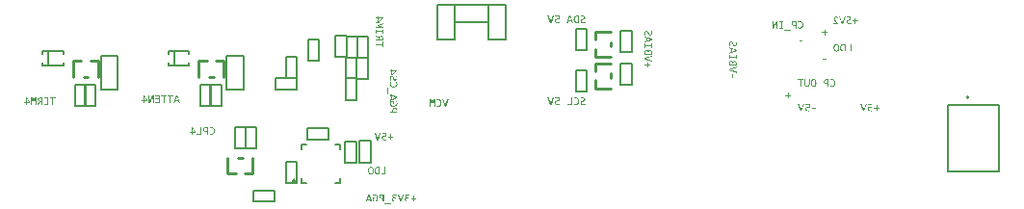
<source format=gbo>
G04*
G04 #@! TF.GenerationSoftware,Altium Limited,Altium Designer,23.10.1 (27)*
G04*
G04 Layer_Color=32896*
%FSAX25Y25*%
%MOIN*%
G70*
G04*
G04 #@! TF.SameCoordinates,9A25CA80-9317-414E-98C9-A3F1B825D269*
G04*
G04*
G04 #@! TF.FilePolarity,Positive*
G04*
G01*
G75*
%ADD11C,0.00984*%
%ADD15C,0.00787*%
%ADD16C,0.00500*%
%ADD17C,0.01000*%
G36*
X0101052Y0042118D02*
X0100701D01*
Y0042941D01*
Y0044240D01*
X0100495Y0043722D01*
X0099776Y0042118D01*
X0099301D01*
Y0044693D01*
X0099652D01*
Y0043958D01*
Y0042581D01*
X0099901Y0043168D01*
X0100583Y0044693D01*
X0101052D01*
Y0042118D01*
D02*
G37*
G36*
X0110138D02*
X0109774D01*
X0109593Y0042679D01*
X0108518D01*
X0108340Y0042118D01*
X0107957D01*
X0108803Y0044693D01*
X0109282D01*
X0110138Y0042118D01*
D02*
G37*
G36*
X0107766Y0044394D02*
X0107005D01*
Y0042118D01*
X0106651D01*
Y0044394D01*
X0105890D01*
Y0044693D01*
X0107766D01*
Y0044394D01*
D02*
G37*
G36*
X0105549D02*
X0104788D01*
Y0042118D01*
X0104434D01*
Y0044394D01*
X0103673D01*
Y0044693D01*
X0105549D01*
Y0044394D01*
D02*
G37*
G36*
X0103105Y0042118D02*
X0101643D01*
Y0042417D01*
X0102754D01*
Y0043306D01*
X0101689D01*
Y0043601D01*
X0102754D01*
Y0044398D01*
X0101643D01*
Y0044693D01*
X0103105D01*
Y0042118D01*
D02*
G37*
G36*
X0098983Y0042991D02*
Y0042689D01*
X0097743D01*
Y0042118D01*
X0097392D01*
Y0042689D01*
X0096952D01*
Y0042991D01*
X0097392D01*
Y0044693D01*
X0097887D01*
X0098983Y0042991D01*
D02*
G37*
G36*
X0060543Y0041429D02*
X0060212D01*
X0060166Y0043010D01*
X0060159Y0043650D01*
X0060038Y0043253D01*
X0059677Y0042269D01*
X0059435D01*
X0059054Y0043292D01*
X0058933Y0043650D01*
X0058910Y0043036D01*
X0058861Y0041429D01*
X0058516D01*
X0058641Y0044004D01*
X0059067D01*
X0059435Y0043033D01*
X0059543Y0042705D01*
X0059654Y0043033D01*
X0060002Y0044004D01*
X0060419D01*
X0060543Y0041429D01*
D02*
G37*
G36*
X0067120Y0043705D02*
X0066359D01*
Y0041429D01*
X0066005D01*
Y0043705D01*
X0065244D01*
Y0044004D01*
X0067120D01*
Y0043705D01*
D02*
G37*
G36*
X0064676Y0041429D02*
X0063213D01*
Y0041728D01*
X0064325D01*
Y0042617D01*
X0063259D01*
Y0042912D01*
X0064325D01*
Y0043709D01*
X0063213D01*
Y0044004D01*
X0064676D01*
Y0041429D01*
D02*
G37*
G36*
X0062521D02*
X0062170D01*
Y0042574D01*
X0062006D01*
X0061954Y0042571D01*
X0061931Y0042567D01*
X0061908D01*
X0061891Y0042564D01*
X0061878Y0042561D01*
X0061872Y0042557D01*
X0061868D01*
X0061822Y0042541D01*
X0061786Y0042525D01*
X0061773Y0042518D01*
X0061763Y0042511D01*
X0061757Y0042508D01*
X0061754Y0042505D01*
X0061717Y0042476D01*
X0061685Y0042443D01*
X0061672Y0042430D01*
X0061662Y0042416D01*
X0061659Y0042410D01*
X0061655Y0042407D01*
X0061622Y0042357D01*
X0061593Y0042305D01*
X0061583Y0042282D01*
X0061573Y0042265D01*
X0061570Y0042252D01*
X0061567Y0042249D01*
X0061183Y0041429D01*
X0060786D01*
X0061193Y0042275D01*
X0061222Y0042331D01*
X0061252Y0042380D01*
X0061278Y0042420D01*
X0061301Y0042456D01*
X0061321Y0042485D01*
X0061337Y0042505D01*
X0061347Y0042518D01*
X0061350Y0042521D01*
X0061380Y0042554D01*
X0061409Y0042584D01*
X0061442Y0042603D01*
X0061471Y0042623D01*
X0061494Y0042636D01*
X0061514Y0042646D01*
X0061531Y0042653D01*
X0061534D01*
X0061485Y0042666D01*
X0061439Y0042682D01*
X0061399Y0042698D01*
X0061367Y0042712D01*
X0061337Y0042725D01*
X0061314Y0042738D01*
X0061301Y0042744D01*
X0061298Y0042748D01*
X0061262Y0042774D01*
X0061225Y0042800D01*
X0061196Y0042823D01*
X0061170Y0042849D01*
X0061150Y0042869D01*
X0061137Y0042886D01*
X0061127Y0042895D01*
X0061124Y0042899D01*
X0061098Y0042931D01*
X0061078Y0042968D01*
X0061058Y0043000D01*
X0061042Y0043030D01*
X0061032Y0043056D01*
X0061022Y0043076D01*
X0061016Y0043092D01*
Y0043095D01*
X0061002Y0043138D01*
X0060996Y0043177D01*
X0060989Y0043217D01*
X0060983Y0043249D01*
Y0043282D01*
X0060979Y0043305D01*
Y0043318D01*
Y0043325D01*
X0060983Y0043381D01*
X0060986Y0043433D01*
X0060996Y0043479D01*
X0061002Y0043518D01*
X0061012Y0043555D01*
X0061022Y0043578D01*
X0061025Y0043594D01*
X0061029Y0043600D01*
X0061048Y0043646D01*
X0061075Y0043686D01*
X0061098Y0043722D01*
X0061124Y0043755D01*
X0061147Y0043778D01*
X0061167Y0043797D01*
X0061180Y0043810D01*
X0061183Y0043814D01*
X0061222Y0043846D01*
X0061268Y0043873D01*
X0061311Y0043896D01*
X0061353Y0043915D01*
X0061393Y0043932D01*
X0061422Y0043942D01*
X0061442Y0043948D01*
X0061445Y0043951D01*
X0061449D01*
X0061511Y0043968D01*
X0061576Y0043981D01*
X0061642Y0043991D01*
X0061701Y0043997D01*
X0061754Y0044001D01*
X0061777Y0044004D01*
X0062521D01*
Y0041429D01*
D02*
G37*
G36*
X0058336Y0042302D02*
Y0042000D01*
X0057096D01*
Y0041429D01*
X0056745D01*
Y0042000D01*
X0056305D01*
Y0042302D01*
X0056745D01*
Y0044004D01*
X0057240D01*
X0058336Y0042302D01*
D02*
G37*
G36*
X0178719Y0071792D02*
X0180421D01*
Y0071297D01*
X0178719Y0070201D01*
X0178417D01*
Y0071441D01*
X0177847D01*
Y0071792D01*
X0178417D01*
Y0072232D01*
X0178719D01*
Y0071792D01*
D02*
G37*
G36*
X0180421Y0069896D02*
Y0069470D01*
X0179450Y0069103D01*
X0179122Y0068994D01*
X0179450Y0068883D01*
X0180421Y0068535D01*
Y0068119D01*
X0177847Y0067994D01*
Y0068325D01*
X0179427Y0068371D01*
X0180067Y0068378D01*
X0179670Y0068499D01*
X0178686Y0068860D01*
Y0069103D01*
X0179709Y0069483D01*
X0180067Y0069604D01*
X0179454Y0069627D01*
X0177847Y0069677D01*
Y0070021D01*
X0180421Y0069896D01*
D02*
G37*
G36*
Y0066019D02*
X0180126D01*
Y0066613D01*
X0178145D01*
Y0066019D01*
X0177847D01*
Y0067561D01*
X0178145D01*
Y0066967D01*
X0180126D01*
Y0067561D01*
X0180421D01*
Y0066019D01*
D02*
G37*
G36*
X0178693Y0065127D02*
X0178749Y0065098D01*
X0178798Y0065068D01*
X0178837Y0065042D01*
X0178873Y0065019D01*
X0178903Y0064999D01*
X0178922Y0064983D01*
X0178935Y0064973D01*
X0178939Y0064970D01*
X0178972Y0064940D01*
X0179001Y0064911D01*
X0179021Y0064878D01*
X0179040Y0064848D01*
X0179053Y0064825D01*
X0179063Y0064806D01*
X0179070Y0064789D01*
Y0064786D01*
X0179083Y0064835D01*
X0179099Y0064881D01*
X0179116Y0064921D01*
X0179129Y0064953D01*
X0179142Y0064983D01*
X0179155Y0065006D01*
X0179162Y0065019D01*
X0179165Y0065022D01*
X0179191Y0065058D01*
X0179218Y0065094D01*
X0179241Y0065124D01*
X0179267Y0065150D01*
X0179286Y0065170D01*
X0179303Y0065183D01*
X0179313Y0065193D01*
X0179316Y0065196D01*
X0179349Y0065222D01*
X0179385Y0065242D01*
X0179418Y0065262D01*
X0179447Y0065278D01*
X0179473Y0065288D01*
X0179493Y0065298D01*
X0179509Y0065304D01*
X0179513D01*
X0179555Y0065317D01*
X0179595Y0065324D01*
X0179634Y0065330D01*
X0179667Y0065337D01*
X0179700D01*
X0179723Y0065340D01*
X0179736D01*
X0179742D01*
X0179798Y0065337D01*
X0179851Y0065334D01*
X0179896Y0065324D01*
X0179936Y0065317D01*
X0179972Y0065307D01*
X0179995Y0065298D01*
X0180011Y0065294D01*
X0180018Y0065291D01*
X0180064Y0065272D01*
X0180103Y0065245D01*
X0180139Y0065222D01*
X0180172Y0065196D01*
X0180195Y0065173D01*
X0180215Y0065153D01*
X0180228Y0065140D01*
X0180231Y0065137D01*
X0180264Y0065098D01*
X0180290Y0065052D01*
X0180313Y0065009D01*
X0180333Y0064966D01*
X0180349Y0064927D01*
X0180359Y0064898D01*
X0180366Y0064878D01*
X0180369Y0064875D01*
Y0064871D01*
X0180385Y0064809D01*
X0180398Y0064743D01*
X0180408Y0064678D01*
X0180415Y0064619D01*
X0180418Y0064566D01*
X0180421Y0064543D01*
Y0063799D01*
X0177847D01*
Y0064150D01*
X0178991D01*
Y0064314D01*
X0178988Y0064366D01*
X0178985Y0064389D01*
Y0064412D01*
X0178981Y0064429D01*
X0178978Y0064442D01*
X0178975Y0064448D01*
Y0064451D01*
X0178958Y0064497D01*
X0178942Y0064534D01*
X0178935Y0064547D01*
X0178929Y0064556D01*
X0178926Y0064563D01*
X0178922Y0064566D01*
X0178893Y0064602D01*
X0178860Y0064635D01*
X0178847Y0064648D01*
X0178834Y0064658D01*
X0178827Y0064661D01*
X0178824Y0064665D01*
X0178775Y0064697D01*
X0178722Y0064727D01*
X0178699Y0064737D01*
X0178683Y0064747D01*
X0178670Y0064750D01*
X0178666Y0064753D01*
X0177847Y0065137D01*
Y0065534D01*
X0178693Y0065127D01*
D02*
G37*
G36*
X0180421Y0061418D02*
X0180123D01*
Y0062178D01*
X0177847D01*
Y0062533D01*
X0180123D01*
Y0063294D01*
X0180421D01*
Y0061418D01*
D02*
G37*
G36*
X0189011Y0010564D02*
X0189031Y0010561D01*
X0189044D01*
X0189054Y0010557D01*
X0189057D01*
X0189113Y0010551D01*
X0189139Y0010548D01*
X0189162Y0010544D01*
X0189178Y0010541D01*
X0189195D01*
X0189205Y0010538D01*
X0189208D01*
X0189264Y0010528D01*
X0189290Y0010521D01*
X0189313Y0010518D01*
X0189329Y0010511D01*
X0189346Y0010508D01*
X0189355Y0010505D01*
X0189359D01*
X0189411Y0010492D01*
X0189437Y0010485D01*
X0189457Y0010479D01*
X0189473Y0010475D01*
X0189487Y0010469D01*
X0189496Y0010465D01*
X0189500D01*
Y0010167D01*
X0189441Y0010183D01*
X0189388Y0010200D01*
X0189336Y0010213D01*
X0189293Y0010223D01*
X0189257Y0010233D01*
X0189227Y0010239D01*
X0189211Y0010242D01*
X0189205D01*
X0189152Y0010252D01*
X0189106Y0010259D01*
X0189060Y0010262D01*
X0189021Y0010265D01*
X0188988Y0010269D01*
X0188939D01*
X0188854Y0010265D01*
X0188778Y0010255D01*
X0188713Y0010239D01*
X0188660Y0010223D01*
X0188621Y0010203D01*
X0188591Y0010190D01*
X0188575Y0010177D01*
X0188568Y0010174D01*
X0188525Y0010134D01*
X0188493Y0010085D01*
X0188470Y0010036D01*
X0188457Y0009987D01*
X0188447Y0009941D01*
X0188444Y0009905D01*
X0188440Y0009892D01*
Y0009882D01*
Y0009875D01*
Y0009872D01*
Y0009832D01*
X0188447Y0009796D01*
X0188453Y0009767D01*
X0188460Y0009737D01*
X0188467Y0009714D01*
X0188473Y0009698D01*
X0188476Y0009685D01*
X0188480Y0009682D01*
X0188512Y0009626D01*
X0188529Y0009600D01*
X0188545Y0009580D01*
X0188562Y0009563D01*
X0188575Y0009550D01*
X0188581Y0009544D01*
X0188585Y0009540D01*
X0188637Y0009504D01*
X0188690Y0009478D01*
X0188713Y0009468D01*
X0188729Y0009462D01*
X0188742Y0009455D01*
X0188745D01*
X0188818Y0009439D01*
X0188854Y0009432D01*
X0188886Y0009429D01*
X0188916D01*
X0188939Y0009426D01*
X0189254D01*
Y0009144D01*
X0188909D01*
X0188860Y0009140D01*
X0188818Y0009134D01*
X0188778Y0009131D01*
X0188749Y0009124D01*
X0188722Y0009117D01*
X0188709Y0009114D01*
X0188703D01*
X0188660Y0009104D01*
X0188621Y0009091D01*
X0188585Y0009078D01*
X0188555Y0009065D01*
X0188529Y0009055D01*
X0188512Y0009045D01*
X0188499Y0009039D01*
X0188496Y0009035D01*
X0188463Y0009016D01*
X0188437Y0008993D01*
X0188414Y0008970D01*
X0188394Y0008950D01*
X0188381Y0008930D01*
X0188371Y0008917D01*
X0188365Y0008907D01*
X0188362Y0008904D01*
X0188345Y0008875D01*
X0188332Y0008842D01*
X0188326Y0008809D01*
X0188319Y0008783D01*
X0188316Y0008757D01*
X0188312Y0008737D01*
Y0008721D01*
Y0008717D01*
X0188316Y0008675D01*
X0188319Y0008635D01*
X0188326Y0008599D01*
X0188332Y0008570D01*
X0188342Y0008543D01*
X0188348Y0008524D01*
X0188352Y0008511D01*
X0188355Y0008507D01*
X0188371Y0008474D01*
X0188391Y0008445D01*
X0188411Y0008419D01*
X0188430Y0008396D01*
X0188450Y0008376D01*
X0188467Y0008363D01*
X0188476Y0008353D01*
X0188480Y0008350D01*
X0188512Y0008327D01*
X0188552Y0008307D01*
X0188588Y0008291D01*
X0188624Y0008278D01*
X0188654Y0008268D01*
X0188680Y0008258D01*
X0188696Y0008255D01*
X0188703Y0008252D01*
X0188755Y0008242D01*
X0188811Y0008232D01*
X0188867Y0008225D01*
X0188919Y0008222D01*
X0188965D01*
X0189001Y0008219D01*
X0189086D01*
X0189136Y0008222D01*
X0189185D01*
X0189227Y0008225D01*
X0189260D01*
X0189290Y0008229D01*
X0189313D01*
X0189362Y0008235D01*
X0189408Y0008238D01*
X0189454Y0008245D01*
X0189490Y0008252D01*
X0189523Y0008258D01*
X0189549Y0008261D01*
X0189562Y0008265D01*
X0189569D01*
Y0007956D01*
X0189490Y0007946D01*
X0189451Y0007943D01*
X0189414Y0007940D01*
X0189385Y0007937D01*
X0189362D01*
X0189349Y0007933D01*
X0189342D01*
X0189247Y0007927D01*
X0189201Y0007924D01*
X0189159D01*
X0189122Y0007920D01*
X0189067D01*
X0188965Y0007924D01*
X0188873Y0007930D01*
X0188791Y0007940D01*
X0188719Y0007953D01*
X0188690Y0007956D01*
X0188660Y0007963D01*
X0188637Y0007969D01*
X0188617Y0007973D01*
X0188601Y0007976D01*
X0188591Y0007979D01*
X0188585Y0007982D01*
X0188581D01*
X0188506Y0008009D01*
X0188437Y0008038D01*
X0188378Y0008068D01*
X0188329Y0008097D01*
X0188289Y0008120D01*
X0188260Y0008140D01*
X0188240Y0008156D01*
X0188234Y0008160D01*
X0188184Y0008202D01*
X0188142Y0008248D01*
X0188109Y0008291D01*
X0188080Y0008330D01*
X0188057Y0008366D01*
X0188040Y0008393D01*
X0188030Y0008412D01*
X0188027Y0008419D01*
X0188004Y0008474D01*
X0187984Y0008530D01*
X0187971Y0008583D01*
X0187965Y0008632D01*
X0187958Y0008675D01*
X0187955Y0008707D01*
Y0008721D01*
Y0008730D01*
Y0008734D01*
Y0008737D01*
X0187958Y0008783D01*
X0187961Y0008822D01*
X0187971Y0008862D01*
X0187978Y0008894D01*
X0187988Y0008921D01*
X0187997Y0008944D01*
X0188001Y0008957D01*
X0188004Y0008960D01*
X0188024Y0008996D01*
X0188043Y0009029D01*
X0188066Y0009058D01*
X0188086Y0009085D01*
X0188106Y0009104D01*
X0188119Y0009121D01*
X0188129Y0009131D01*
X0188132Y0009134D01*
X0188191Y0009186D01*
X0188221Y0009206D01*
X0188247Y0009222D01*
X0188270Y0009235D01*
X0188289Y0009245D01*
X0188303Y0009252D01*
X0188306Y0009255D01*
X0188378Y0009285D01*
X0188411Y0009298D01*
X0188444Y0009308D01*
X0188470Y0009314D01*
X0188489Y0009318D01*
X0188503Y0009321D01*
X0188506D01*
X0188437Y0009357D01*
X0188375Y0009396D01*
X0188322Y0009436D01*
X0188276Y0009472D01*
X0188240Y0009504D01*
X0188214Y0009534D01*
X0188201Y0009550D01*
X0188194Y0009557D01*
X0188155Y0009616D01*
X0188129Y0009678D01*
X0188109Y0009741D01*
X0188093Y0009800D01*
X0188086Y0009849D01*
X0188083Y0009872D01*
Y0009892D01*
X0188080Y0009908D01*
Y0009918D01*
Y0009924D01*
Y0009928D01*
X0188083Y0009980D01*
X0188089Y0010033D01*
X0188096Y0010075D01*
X0188106Y0010114D01*
X0188119Y0010147D01*
X0188125Y0010174D01*
X0188132Y0010187D01*
X0188135Y0010193D01*
X0188158Y0010236D01*
X0188181Y0010275D01*
X0188207Y0010308D01*
X0188234Y0010338D01*
X0188257Y0010361D01*
X0188276Y0010380D01*
X0188289Y0010390D01*
X0188293Y0010393D01*
X0188335Y0010423D01*
X0188378Y0010449D01*
X0188421Y0010472D01*
X0188460Y0010488D01*
X0188496Y0010505D01*
X0188525Y0010515D01*
X0188545Y0010518D01*
X0188549Y0010521D01*
X0188552D01*
X0188611Y0010538D01*
X0188673Y0010548D01*
X0188732Y0010557D01*
X0188791Y0010561D01*
X0188840Y0010564D01*
X0188860Y0010567D01*
X0188965D01*
X0189011Y0010564D01*
D02*
G37*
G36*
X0184576D02*
X0184596Y0010561D01*
X0184609D01*
X0184619Y0010557D01*
X0184622D01*
X0184678Y0010551D01*
X0184704Y0010548D01*
X0184727Y0010544D01*
X0184744Y0010541D01*
X0184760D01*
X0184770Y0010538D01*
X0184773D01*
X0184829Y0010528D01*
X0184855Y0010521D01*
X0184878Y0010518D01*
X0184895Y0010511D01*
X0184911Y0010508D01*
X0184921Y0010505D01*
X0184924D01*
X0184977Y0010492D01*
X0185003Y0010485D01*
X0185022Y0010479D01*
X0185039Y0010475D01*
X0185052Y0010469D01*
X0185062Y0010465D01*
X0185065D01*
Y0010167D01*
X0185006Y0010183D01*
X0184954Y0010200D01*
X0184901Y0010213D01*
X0184859Y0010223D01*
X0184822Y0010233D01*
X0184793Y0010239D01*
X0184776Y0010242D01*
X0184770D01*
X0184718Y0010252D01*
X0184672Y0010259D01*
X0184626Y0010262D01*
X0184586Y0010265D01*
X0184554Y0010269D01*
X0184504D01*
X0184419Y0010265D01*
X0184344Y0010255D01*
X0184278Y0010239D01*
X0184225Y0010223D01*
X0184186Y0010203D01*
X0184157Y0010190D01*
X0184140Y0010177D01*
X0184134Y0010174D01*
X0184091Y0010134D01*
X0184058Y0010085D01*
X0184035Y0010036D01*
X0184022Y0009987D01*
X0184012Y0009941D01*
X0184009Y0009905D01*
X0184006Y0009892D01*
Y0009882D01*
Y0009875D01*
Y0009872D01*
Y0009832D01*
X0184012Y0009796D01*
X0184019Y0009767D01*
X0184025Y0009737D01*
X0184032Y0009714D01*
X0184038Y0009698D01*
X0184042Y0009685D01*
X0184045Y0009682D01*
X0184078Y0009626D01*
X0184094Y0009600D01*
X0184111Y0009580D01*
X0184127Y0009563D01*
X0184140Y0009550D01*
X0184147Y0009544D01*
X0184150Y0009540D01*
X0184203Y0009504D01*
X0184255Y0009478D01*
X0184278Y0009468D01*
X0184294Y0009462D01*
X0184308Y0009455D01*
X0184311D01*
X0184383Y0009439D01*
X0184419Y0009432D01*
X0184452Y0009429D01*
X0184481D01*
X0184504Y0009426D01*
X0184819D01*
Y0009144D01*
X0184475D01*
X0184425Y0009140D01*
X0184383Y0009134D01*
X0184344Y0009131D01*
X0184314Y0009124D01*
X0184288Y0009117D01*
X0184275Y0009114D01*
X0184268D01*
X0184225Y0009104D01*
X0184186Y0009091D01*
X0184150Y0009078D01*
X0184121Y0009065D01*
X0184094Y0009055D01*
X0184078Y0009045D01*
X0184065Y0009039D01*
X0184062Y0009035D01*
X0184029Y0009016D01*
X0184002Y0008993D01*
X0183979Y0008970D01*
X0183960Y0008950D01*
X0183947Y0008930D01*
X0183937Y0008917D01*
X0183930Y0008907D01*
X0183927Y0008904D01*
X0183911Y0008875D01*
X0183897Y0008842D01*
X0183891Y0008809D01*
X0183884Y0008783D01*
X0183881Y0008757D01*
X0183878Y0008737D01*
Y0008721D01*
Y0008717D01*
X0183881Y0008675D01*
X0183884Y0008635D01*
X0183891Y0008599D01*
X0183897Y0008570D01*
X0183907Y0008543D01*
X0183914Y0008524D01*
X0183917Y0008511D01*
X0183920Y0008507D01*
X0183937Y0008474D01*
X0183957Y0008445D01*
X0183976Y0008419D01*
X0183996Y0008396D01*
X0184016Y0008376D01*
X0184032Y0008363D01*
X0184042Y0008353D01*
X0184045Y0008350D01*
X0184078Y0008327D01*
X0184117Y0008307D01*
X0184153Y0008291D01*
X0184189Y0008278D01*
X0184219Y0008268D01*
X0184245Y0008258D01*
X0184262Y0008255D01*
X0184268Y0008252D01*
X0184321Y0008242D01*
X0184376Y0008232D01*
X0184432Y0008225D01*
X0184485Y0008222D01*
X0184530D01*
X0184567Y0008219D01*
X0184652D01*
X0184701Y0008222D01*
X0184750D01*
X0184793Y0008225D01*
X0184826D01*
X0184855Y0008229D01*
X0184878D01*
X0184927Y0008235D01*
X0184973Y0008238D01*
X0185019Y0008245D01*
X0185055Y0008252D01*
X0185088Y0008258D01*
X0185114Y0008261D01*
X0185127Y0008265D01*
X0185134D01*
Y0007956D01*
X0185055Y0007946D01*
X0185016Y0007943D01*
X0184980Y0007940D01*
X0184950Y0007937D01*
X0184927D01*
X0184914Y0007933D01*
X0184908D01*
X0184813Y0007927D01*
X0184767Y0007924D01*
X0184724D01*
X0184688Y0007920D01*
X0184632D01*
X0184530Y0007924D01*
X0184439Y0007930D01*
X0184357Y0007940D01*
X0184284Y0007953D01*
X0184255Y0007956D01*
X0184225Y0007963D01*
X0184203Y0007969D01*
X0184183Y0007973D01*
X0184166Y0007976D01*
X0184157Y0007979D01*
X0184150Y0007982D01*
X0184147D01*
X0184071Y0008009D01*
X0184002Y0008038D01*
X0183943Y0008068D01*
X0183894Y0008097D01*
X0183855Y0008120D01*
X0183825Y0008140D01*
X0183806Y0008156D01*
X0183799Y0008160D01*
X0183750Y0008202D01*
X0183707Y0008248D01*
X0183674Y0008291D01*
X0183645Y0008330D01*
X0183622Y0008366D01*
X0183606Y0008393D01*
X0183596Y0008412D01*
X0183592Y0008419D01*
X0183570Y0008474D01*
X0183550Y0008530D01*
X0183537Y0008583D01*
X0183530Y0008632D01*
X0183524Y0008675D01*
X0183520Y0008707D01*
Y0008721D01*
Y0008730D01*
Y0008734D01*
Y0008737D01*
X0183524Y0008783D01*
X0183527Y0008822D01*
X0183537Y0008862D01*
X0183543Y0008894D01*
X0183553Y0008921D01*
X0183563Y0008944D01*
X0183566Y0008957D01*
X0183570Y0008960D01*
X0183589Y0008996D01*
X0183609Y0009029D01*
X0183632Y0009058D01*
X0183651Y0009085D01*
X0183671Y0009104D01*
X0183684Y0009121D01*
X0183694Y0009131D01*
X0183697Y0009134D01*
X0183756Y0009186D01*
X0183786Y0009206D01*
X0183812Y0009222D01*
X0183835Y0009235D01*
X0183855Y0009245D01*
X0183868Y0009252D01*
X0183871Y0009255D01*
X0183943Y0009285D01*
X0183976Y0009298D01*
X0184009Y0009308D01*
X0184035Y0009314D01*
X0184055Y0009318D01*
X0184068Y0009321D01*
X0184071D01*
X0184002Y0009357D01*
X0183940Y0009396D01*
X0183888Y0009436D01*
X0183842Y0009472D01*
X0183806Y0009504D01*
X0183779Y0009534D01*
X0183766Y0009550D01*
X0183760Y0009557D01*
X0183720Y0009616D01*
X0183694Y0009678D01*
X0183674Y0009741D01*
X0183658Y0009800D01*
X0183651Y0009849D01*
X0183648Y0009872D01*
Y0009892D01*
X0183645Y0009908D01*
Y0009918D01*
Y0009924D01*
Y0009928D01*
X0183648Y0009980D01*
X0183655Y0010033D01*
X0183661Y0010075D01*
X0183671Y0010114D01*
X0183684Y0010147D01*
X0183691Y0010174D01*
X0183697Y0010187D01*
X0183701Y0010193D01*
X0183724Y0010236D01*
X0183747Y0010275D01*
X0183773Y0010308D01*
X0183799Y0010338D01*
X0183822Y0010361D01*
X0183842Y0010380D01*
X0183855Y0010390D01*
X0183858Y0010393D01*
X0183901Y0010423D01*
X0183943Y0010449D01*
X0183986Y0010472D01*
X0184025Y0010488D01*
X0184062Y0010505D01*
X0184091Y0010515D01*
X0184111Y0010518D01*
X0184114Y0010521D01*
X0184117D01*
X0184176Y0010538D01*
X0184239Y0010548D01*
X0184298Y0010557D01*
X0184357Y0010561D01*
X0184406Y0010564D01*
X0184425Y0010567D01*
X0184530D01*
X0184576Y0010564D01*
D02*
G37*
G36*
X0186813Y0007956D02*
X0186341D01*
X0185469Y0010531D01*
X0185843D01*
X0186400Y0008793D01*
X0186561Y0008284D01*
X0186718Y0008793D01*
X0187273Y0010531D01*
X0187670D01*
X0186813Y0007956D01*
D02*
G37*
G36*
X0177554Y0010564D02*
X0177649Y0010554D01*
X0177734Y0010538D01*
X0177806Y0010521D01*
X0177839Y0010511D01*
X0177869Y0010505D01*
X0177892Y0010498D01*
X0177915Y0010488D01*
X0177931Y0010485D01*
X0177944Y0010479D01*
X0177951Y0010475D01*
X0177954D01*
X0178036Y0010436D01*
X0178112Y0010393D01*
X0178177Y0010351D01*
X0178233Y0010308D01*
X0178279Y0010269D01*
X0178312Y0010236D01*
X0178325Y0010223D01*
X0178335Y0010213D01*
X0178338Y0010210D01*
X0178341Y0010206D01*
X0178397Y0010137D01*
X0178446Y0010065D01*
X0178489Y0009996D01*
X0178522Y0009928D01*
X0178551Y0009868D01*
X0178561Y0009846D01*
X0178571Y0009823D01*
X0178577Y0009803D01*
X0178584Y0009790D01*
X0178587Y0009783D01*
Y0009780D01*
X0178617Y0009685D01*
X0178640Y0009586D01*
X0178653Y0009491D01*
X0178666Y0009403D01*
X0178669Y0009363D01*
X0178672Y0009327D01*
Y0009295D01*
X0178676Y0009265D01*
Y0009242D01*
Y0009226D01*
Y0009216D01*
Y0009212D01*
X0178672Y0009098D01*
X0178663Y0008990D01*
X0178649Y0008894D01*
X0178643Y0008852D01*
X0178636Y0008812D01*
X0178630Y0008776D01*
X0178623Y0008747D01*
X0178617Y0008717D01*
X0178610Y0008694D01*
X0178603Y0008675D01*
X0178600Y0008662D01*
X0178597Y0008655D01*
Y0008652D01*
X0178564Y0008563D01*
X0178528Y0008484D01*
X0178492Y0008416D01*
X0178453Y0008356D01*
X0178420Y0008310D01*
X0178407Y0008291D01*
X0178394Y0008274D01*
X0178384Y0008261D01*
X0178377Y0008252D01*
X0178371Y0008248D01*
Y0008245D01*
X0178312Y0008189D01*
X0178249Y0008140D01*
X0178190Y0008097D01*
X0178135Y0008065D01*
X0178085Y0008038D01*
X0178062Y0008025D01*
X0178046Y0008019D01*
X0178030Y0008012D01*
X0178020Y0008005D01*
X0178013Y0008002D01*
X0178010D01*
X0177928Y0007976D01*
X0177846Y0007956D01*
X0177767Y0007940D01*
X0177692Y0007930D01*
X0177659Y0007927D01*
X0177629Y0007924D01*
X0177603D01*
X0177577Y0007920D01*
X0177534D01*
X0177469Y0007924D01*
X0177439D01*
X0177410Y0007927D01*
X0177387Y0007930D01*
X0177370D01*
X0177357Y0007933D01*
X0177354D01*
X0177285Y0007943D01*
X0177255Y0007946D01*
X0177226Y0007950D01*
X0177203Y0007953D01*
X0177187Y0007956D01*
X0177173Y0007960D01*
X0177170D01*
X0177101Y0007976D01*
X0177072Y0007982D01*
X0177042Y0007992D01*
X0177019Y0007999D01*
X0177003Y0008005D01*
X0176990Y0008009D01*
X0176987D01*
X0176921Y0008032D01*
X0176891Y0008042D01*
X0176865Y0008051D01*
X0176842Y0008061D01*
X0176826Y0008068D01*
X0176816Y0008074D01*
X0176813D01*
Y0009393D01*
X0177685D01*
Y0009104D01*
X0177160D01*
Y0008281D01*
X0177187Y0008271D01*
X0177209Y0008265D01*
X0177229Y0008261D01*
X0177233Y0008258D01*
X0177236D01*
X0177265Y0008252D01*
X0177292Y0008245D01*
X0177311Y0008242D01*
X0177318D01*
X0177351Y0008238D01*
X0177377Y0008235D01*
X0177397Y0008232D01*
X0177403D01*
X0177433Y0008229D01*
X0177485D01*
X0177564Y0008232D01*
X0177636Y0008238D01*
X0177698Y0008252D01*
X0177754Y0008265D01*
X0177797Y0008274D01*
X0177830Y0008288D01*
X0177843Y0008291D01*
X0177852Y0008294D01*
X0177856Y0008297D01*
X0177859D01*
X0177915Y0008327D01*
X0177967Y0008356D01*
X0178010Y0008389D01*
X0178046Y0008422D01*
X0178079Y0008452D01*
X0178098Y0008474D01*
X0178115Y0008488D01*
X0178118Y0008494D01*
X0178151Y0008547D01*
X0178180Y0008599D01*
X0178207Y0008652D01*
X0178226Y0008704D01*
X0178243Y0008747D01*
X0178253Y0008783D01*
X0178256Y0008796D01*
X0178259Y0008806D01*
X0178262Y0008809D01*
Y0008812D01*
X0178279Y0008884D01*
X0178289Y0008957D01*
X0178298Y0009029D01*
X0178302Y0009094D01*
X0178305Y0009150D01*
X0178308Y0009176D01*
Y0009196D01*
Y0009212D01*
Y0009226D01*
Y0009232D01*
Y0009235D01*
X0178305Y0009321D01*
X0178298Y0009396D01*
X0178292Y0009468D01*
X0178279Y0009531D01*
X0178269Y0009580D01*
X0178266Y0009603D01*
X0178262Y0009619D01*
X0178259Y0009632D01*
X0178256Y0009642D01*
X0178253Y0009649D01*
Y0009652D01*
X0178230Y0009721D01*
X0178200Y0009780D01*
X0178174Y0009836D01*
X0178148Y0009882D01*
X0178121Y0009918D01*
X0178102Y0009947D01*
X0178089Y0009964D01*
X0178085Y0009970D01*
X0178043Y0010019D01*
X0177997Y0010059D01*
X0177954Y0010095D01*
X0177911Y0010124D01*
X0177872Y0010147D01*
X0177843Y0010164D01*
X0177823Y0010174D01*
X0177820Y0010177D01*
X0177816D01*
X0177754Y0010203D01*
X0177692Y0010220D01*
X0177629Y0010233D01*
X0177574Y0010242D01*
X0177524Y0010249D01*
X0177505D01*
X0177485Y0010252D01*
X0177452D01*
X0177387Y0010249D01*
X0177328Y0010246D01*
X0177272Y0010239D01*
X0177223Y0010233D01*
X0177180Y0010223D01*
X0177150Y0010216D01*
X0177131Y0010213D01*
X0177124Y0010210D01*
X0177068Y0010193D01*
X0177013Y0010174D01*
X0176964Y0010154D01*
X0176918Y0010134D01*
X0176878Y0010118D01*
X0176852Y0010105D01*
X0176832Y0010095D01*
X0176826Y0010091D01*
Y0010439D01*
X0176882Y0010462D01*
X0176934Y0010482D01*
X0176983Y0010498D01*
X0177029Y0010511D01*
X0177068Y0010521D01*
X0177101Y0010528D01*
X0177121Y0010534D01*
X0177128D01*
X0177246Y0010554D01*
X0177301Y0010561D01*
X0177351Y0010564D01*
X0177393Y0010567D01*
X0177455D01*
X0177554Y0010564D01*
D02*
G37*
G36*
X0191176Y0009180D02*
X0191947D01*
Y0008881D01*
X0191173D01*
Y0008078D01*
X0190835D01*
Y0008881D01*
X0190061D01*
Y0009180D01*
X0190835D01*
Y0009977D01*
X0191176D01*
Y0009180D01*
D02*
G37*
G36*
X0180713Y0007956D02*
X0180362D01*
Y0008881D01*
X0180043D01*
X0179948Y0008884D01*
X0179860Y0008894D01*
X0179781Y0008904D01*
X0179716Y0008921D01*
X0179686Y0008927D01*
X0179660Y0008934D01*
X0179637Y0008940D01*
X0179617Y0008944D01*
X0179604Y0008950D01*
X0179594Y0008953D01*
X0179588Y0008957D01*
X0179584D01*
X0179515Y0008986D01*
X0179453Y0009019D01*
X0179397Y0009052D01*
X0179351Y0009085D01*
X0179315Y0009111D01*
X0179289Y0009134D01*
X0179273Y0009147D01*
X0179266Y0009154D01*
X0179224Y0009199D01*
X0179184Y0009249D01*
X0179155Y0009295D01*
X0179128Y0009337D01*
X0179109Y0009373D01*
X0179092Y0009403D01*
X0179086Y0009422D01*
X0179082Y0009426D01*
Y0009429D01*
X0179063Y0009488D01*
X0179050Y0009544D01*
X0179036Y0009596D01*
X0179030Y0009642D01*
X0179027Y0009682D01*
X0179023Y0009714D01*
Y0009734D01*
Y0009737D01*
Y0009741D01*
X0179027Y0009819D01*
X0179036Y0009888D01*
X0179050Y0009950D01*
X0179063Y0010003D01*
X0179079Y0010046D01*
X0179092Y0010078D01*
X0179102Y0010098D01*
X0179105Y0010105D01*
X0179138Y0010157D01*
X0179171Y0010206D01*
X0179207Y0010249D01*
X0179240Y0010285D01*
X0179273Y0010311D01*
X0179296Y0010334D01*
X0179312Y0010347D01*
X0179319Y0010351D01*
X0179368Y0010384D01*
X0179420Y0010413D01*
X0179473Y0010436D01*
X0179519Y0010456D01*
X0179561Y0010469D01*
X0179594Y0010482D01*
X0179607Y0010485D01*
X0179617D01*
X0179620Y0010488D01*
X0179624D01*
X0179689Y0010502D01*
X0179755Y0010515D01*
X0179817Y0010521D01*
X0179873Y0010525D01*
X0179922Y0010528D01*
X0179942Y0010531D01*
X0180713D01*
Y0007956D01*
D02*
G37*
G36*
X0176573D02*
X0176209D01*
X0176029Y0008517D01*
X0174953D01*
X0174776Y0007956D01*
X0174392D01*
X0175238Y0010531D01*
X0175717D01*
X0176573Y0007956D01*
D02*
G37*
G36*
X0183241Y0007149D02*
X0181024D01*
Y0007431D01*
X0183241D01*
Y0007149D01*
D02*
G37*
G36*
X0181317Y0017413D02*
X0179834D01*
Y0017712D01*
X0180959D01*
Y0019988D01*
X0181317D01*
Y0017413D01*
D02*
G37*
G36*
X0179345D02*
X0178794D01*
X0178706Y0017417D01*
X0178624Y0017420D01*
X0178548Y0017426D01*
X0178483Y0017436D01*
X0178430Y0017446D01*
X0178411Y0017449D01*
X0178391Y0017453D01*
X0178378Y0017456D01*
X0178368D01*
X0178361Y0017459D01*
X0178358D01*
X0178289Y0017479D01*
X0178224Y0017499D01*
X0178165Y0017522D01*
X0178115Y0017541D01*
X0178076Y0017558D01*
X0178047Y0017574D01*
X0178027Y0017584D01*
X0178020Y0017587D01*
X0177968Y0017620D01*
X0177919Y0017656D01*
X0177876Y0017689D01*
X0177840Y0017722D01*
X0177810Y0017748D01*
X0177791Y0017771D01*
X0177774Y0017784D01*
X0177771Y0017791D01*
X0177735Y0017837D01*
X0177702Y0017882D01*
X0177676Y0017928D01*
X0177650Y0017968D01*
X0177633Y0018004D01*
X0177617Y0018033D01*
X0177610Y0018050D01*
X0177607Y0018056D01*
X0177568Y0018168D01*
X0177551Y0018220D01*
X0177538Y0018270D01*
X0177528Y0018312D01*
X0177522Y0018342D01*
X0177518Y0018355D01*
X0177515Y0018365D01*
Y0018368D01*
Y0018371D01*
X0177499Y0018499D01*
X0177492Y0018558D01*
X0177489Y0018614D01*
X0177486Y0018660D01*
Y0018696D01*
Y0018709D01*
Y0018719D01*
Y0018725D01*
Y0018729D01*
X0177489Y0018844D01*
X0177499Y0018952D01*
X0177512Y0019053D01*
X0177532Y0019145D01*
X0177555Y0019230D01*
X0177581Y0019309D01*
X0177607Y0019378D01*
X0177633Y0019440D01*
X0177663Y0019496D01*
X0177689Y0019545D01*
X0177715Y0019585D01*
X0177738Y0019617D01*
X0177758Y0019644D01*
X0177771Y0019663D01*
X0177781Y0019673D01*
X0177784Y0019677D01*
X0177843Y0019732D01*
X0177909Y0019778D01*
X0177978Y0019821D01*
X0178050Y0019857D01*
X0178122Y0019886D01*
X0178197Y0019913D01*
X0178273Y0019932D01*
X0178345Y0019949D01*
X0178414Y0019962D01*
X0178476Y0019972D01*
X0178535Y0019978D01*
X0178584Y0019985D01*
X0178624D01*
X0178657Y0019988D01*
X0179345D01*
Y0017413D01*
D02*
G37*
G36*
X0176292Y0020021D02*
X0176364Y0020011D01*
X0176433Y0019998D01*
X0176492Y0019985D01*
X0176541Y0019969D01*
X0176561Y0019962D01*
X0176577Y0019955D01*
X0176590Y0019949D01*
X0176600Y0019946D01*
X0176607Y0019942D01*
X0176610D01*
X0176675Y0019909D01*
X0176738Y0019870D01*
X0176794Y0019831D01*
X0176839Y0019791D01*
X0176879Y0019752D01*
X0176908Y0019723D01*
X0176925Y0019703D01*
X0176928Y0019700D01*
X0176931Y0019696D01*
X0176980Y0019631D01*
X0177023Y0019562D01*
X0177062Y0019493D01*
X0177092Y0019427D01*
X0177118Y0019368D01*
X0177128Y0019342D01*
X0177135Y0019322D01*
X0177141Y0019303D01*
X0177148Y0019289D01*
X0177151Y0019283D01*
Y0019280D01*
X0177177Y0019181D01*
X0177197Y0019083D01*
X0177210Y0018981D01*
X0177220Y0018889D01*
X0177223Y0018847D01*
X0177226Y0018807D01*
Y0018775D01*
X0177230Y0018745D01*
Y0018719D01*
Y0018702D01*
Y0018689D01*
Y0018686D01*
X0177226Y0018575D01*
X0177220Y0018473D01*
X0177210Y0018378D01*
X0177207Y0018335D01*
X0177200Y0018299D01*
X0177194Y0018263D01*
X0177190Y0018230D01*
X0177184Y0018204D01*
X0177181Y0018181D01*
X0177177Y0018161D01*
X0177174Y0018148D01*
X0177171Y0018142D01*
Y0018138D01*
X0177145Y0018050D01*
X0177118Y0017971D01*
X0177089Y0017902D01*
X0177059Y0017840D01*
X0177033Y0017791D01*
X0177023Y0017771D01*
X0177013Y0017754D01*
X0177004Y0017741D01*
X0177000Y0017731D01*
X0176994Y0017728D01*
Y0017725D01*
X0176944Y0017666D01*
X0176895Y0017614D01*
X0176843Y0017568D01*
X0176797Y0017531D01*
X0176754Y0017502D01*
X0176718Y0017482D01*
X0176705Y0017476D01*
X0176695Y0017469D01*
X0176692Y0017466D01*
X0176689D01*
X0176616Y0017436D01*
X0176541Y0017413D01*
X0176469Y0017400D01*
X0176403Y0017387D01*
X0176344Y0017381D01*
X0176318D01*
X0176298Y0017377D01*
X0176256D01*
X0176180Y0017381D01*
X0176108Y0017390D01*
X0176039Y0017404D01*
X0175980Y0017417D01*
X0175931Y0017430D01*
X0175911Y0017436D01*
X0175895Y0017443D01*
X0175882Y0017449D01*
X0175872Y0017453D01*
X0175865Y0017456D01*
X0175862D01*
X0175793Y0017489D01*
X0175731Y0017528D01*
X0175678Y0017568D01*
X0175629Y0017607D01*
X0175590Y0017643D01*
X0175560Y0017673D01*
X0175544Y0017692D01*
X0175537Y0017695D01*
Y0017699D01*
X0175488Y0017764D01*
X0175442Y0017833D01*
X0175406Y0017905D01*
X0175373Y0017971D01*
X0175347Y0018027D01*
X0175337Y0018053D01*
X0175331Y0018073D01*
X0175324Y0018092D01*
X0175318Y0018105D01*
X0175314Y0018112D01*
Y0018115D01*
X0175288Y0018214D01*
X0175268Y0018315D01*
X0175252Y0018417D01*
X0175242Y0018509D01*
X0175239Y0018552D01*
X0175235Y0018591D01*
Y0018627D01*
X0175232Y0018656D01*
Y0018683D01*
Y0018699D01*
Y0018712D01*
Y0018715D01*
X0175235Y0018827D01*
X0175242Y0018929D01*
X0175252Y0019021D01*
X0175259Y0019063D01*
X0175262Y0019103D01*
X0175268Y0019139D01*
X0175275Y0019168D01*
X0175282Y0019194D01*
X0175285Y0019217D01*
X0175288Y0019237D01*
X0175291Y0019250D01*
X0175295Y0019257D01*
Y0019260D01*
X0175321Y0019349D01*
X0175347Y0019427D01*
X0175380Y0019496D01*
X0175409Y0019555D01*
X0175436Y0019604D01*
X0175449Y0019624D01*
X0175459Y0019640D01*
X0175465Y0019654D01*
X0175472Y0019663D01*
X0175478Y0019667D01*
Y0019670D01*
X0175528Y0019729D01*
X0175577Y0019782D01*
X0175629Y0019827D01*
X0175675Y0019867D01*
X0175718Y0019893D01*
X0175754Y0019916D01*
X0175767Y0019923D01*
X0175774Y0019929D01*
X0175780Y0019932D01*
X0175783D01*
X0175856Y0019962D01*
X0175928Y0019985D01*
X0176000Y0020001D01*
X0176069Y0020014D01*
X0176128Y0020021D01*
X0176154D01*
X0176174Y0020024D01*
X0176216D01*
X0176292Y0020021D01*
D02*
G37*
G36*
X0183632Y0053448D02*
X0185334D01*
Y0052952D01*
X0183632Y0051857D01*
X0183330D01*
Y0053097D01*
X0182759D01*
Y0053448D01*
X0183330D01*
Y0053887D01*
X0183632D01*
Y0053448D01*
D02*
G37*
G36*
X0183510Y0051516D02*
X0183563Y0051509D01*
X0183606Y0051499D01*
X0183645Y0051490D01*
X0183678Y0051480D01*
X0183701Y0051470D01*
X0183714Y0051463D01*
X0183721Y0051460D01*
X0183760Y0051437D01*
X0183799Y0051411D01*
X0183832Y0051385D01*
X0183858Y0051362D01*
X0183881Y0051339D01*
X0183901Y0051322D01*
X0183911Y0051309D01*
X0183914Y0051306D01*
X0183973Y0051230D01*
X0183999Y0051194D01*
X0184019Y0051161D01*
X0184039Y0051132D01*
X0184052Y0051109D01*
X0184058Y0051096D01*
X0184062Y0051089D01*
X0184104Y0051001D01*
X0184124Y0050958D01*
X0184140Y0050922D01*
X0184153Y0050889D01*
X0184163Y0050866D01*
X0184170Y0050850D01*
X0184173Y0050843D01*
X0184209Y0050752D01*
X0184229Y0050712D01*
X0184242Y0050673D01*
X0184255Y0050643D01*
X0184265Y0050617D01*
X0184268Y0050604D01*
X0184272Y0050597D01*
X0184291Y0050555D01*
X0184311Y0050512D01*
X0184327Y0050476D01*
X0184344Y0050443D01*
X0184360Y0050417D01*
X0184370Y0050397D01*
X0184377Y0050384D01*
X0184380Y0050381D01*
X0184403Y0050348D01*
X0184426Y0050315D01*
X0184449Y0050289D01*
X0184468Y0050269D01*
X0184488Y0050250D01*
X0184501Y0050237D01*
X0184511Y0050230D01*
X0184514Y0050227D01*
X0184544Y0050207D01*
X0184573Y0050194D01*
X0184606Y0050184D01*
X0184632Y0050178D01*
X0184659Y0050174D01*
X0184678Y0050171D01*
X0184691D01*
X0184695D01*
X0184724Y0050174D01*
X0184754Y0050178D01*
X0184806Y0050194D01*
X0184852Y0050217D01*
X0184891Y0050243D01*
X0184924Y0050266D01*
X0184944Y0050289D01*
X0184960Y0050305D01*
X0184964Y0050312D01*
X0184980Y0050341D01*
X0184996Y0050371D01*
X0185023Y0050440D01*
X0185039Y0050515D01*
X0185052Y0050587D01*
X0185059Y0050653D01*
X0185062Y0050679D01*
X0185065Y0050706D01*
Y0050755D01*
X0185062Y0050863D01*
X0185059Y0050912D01*
X0185055Y0050958D01*
X0185049Y0050994D01*
X0185046Y0051024D01*
X0185042Y0051043D01*
Y0051050D01*
X0185032Y0051106D01*
X0185023Y0051161D01*
X0185013Y0051214D01*
X0185000Y0051260D01*
X0184993Y0051299D01*
X0184983Y0051329D01*
X0184980Y0051349D01*
X0184977Y0051352D01*
Y0051355D01*
X0185292D01*
X0185301Y0051306D01*
X0185311Y0051260D01*
X0185315Y0051240D01*
Y0051224D01*
X0185318Y0051214D01*
Y0051211D01*
X0185328Y0051155D01*
X0185334Y0051129D01*
X0185337Y0051106D01*
X0185341Y0051086D01*
Y0051070D01*
X0185344Y0051060D01*
Y0051057D01*
X0185354Y0051001D01*
X0185357Y0050975D01*
X0185361Y0050952D01*
Y0050932D01*
X0185364Y0050915D01*
Y0050902D01*
X0185367Y0050850D01*
X0185370Y0050827D01*
Y0050765D01*
X0185367Y0050673D01*
X0185361Y0050591D01*
X0185351Y0050515D01*
X0185341Y0050453D01*
X0185334Y0050424D01*
X0185328Y0050401D01*
X0185321Y0050378D01*
X0185318Y0050361D01*
X0185315Y0050348D01*
X0185311Y0050338D01*
X0185308Y0050332D01*
Y0050328D01*
X0185282Y0050263D01*
X0185256Y0050204D01*
X0185229Y0050151D01*
X0185203Y0050109D01*
X0185183Y0050073D01*
X0185164Y0050050D01*
X0185151Y0050033D01*
X0185147Y0050027D01*
X0185108Y0049987D01*
X0185069Y0049951D01*
X0185032Y0049922D01*
X0184996Y0049899D01*
X0184964Y0049879D01*
X0184941Y0049866D01*
X0184924Y0049859D01*
X0184918Y0049856D01*
X0184869Y0049840D01*
X0184823Y0049827D01*
X0184780Y0049817D01*
X0184741Y0049810D01*
X0184708Y0049807D01*
X0184681Y0049804D01*
X0184665D01*
X0184659D01*
X0184603Y0049807D01*
X0184554Y0049814D01*
X0184511Y0049820D01*
X0184472Y0049833D01*
X0184439Y0049843D01*
X0184416Y0049850D01*
X0184403Y0049856D01*
X0184396Y0049859D01*
X0184357Y0049882D01*
X0184321Y0049909D01*
X0184288Y0049935D01*
X0184262Y0049958D01*
X0184239Y0049981D01*
X0184219Y0049997D01*
X0184209Y0050010D01*
X0184206Y0050014D01*
X0184150Y0050089D01*
X0184124Y0050125D01*
X0184104Y0050158D01*
X0184084Y0050187D01*
X0184071Y0050210D01*
X0184065Y0050223D01*
X0184062Y0050230D01*
X0184019Y0050319D01*
X0183999Y0050361D01*
X0183983Y0050397D01*
X0183970Y0050430D01*
X0183960Y0050456D01*
X0183953Y0050469D01*
X0183950Y0050476D01*
X0183914Y0050568D01*
X0183898Y0050607D01*
X0183881Y0050647D01*
X0183871Y0050676D01*
X0183861Y0050702D01*
X0183855Y0050716D01*
X0183852Y0050722D01*
X0183832Y0050765D01*
X0183816Y0050807D01*
X0183796Y0050843D01*
X0183780Y0050876D01*
X0183766Y0050902D01*
X0183753Y0050922D01*
X0183747Y0050935D01*
X0183743Y0050938D01*
X0183721Y0050971D01*
X0183701Y0051004D01*
X0183678Y0051030D01*
X0183658Y0051050D01*
X0183639Y0051070D01*
X0183625Y0051083D01*
X0183616Y0051089D01*
X0183612Y0051093D01*
X0183583Y0051112D01*
X0183553Y0051126D01*
X0183524Y0051139D01*
X0183497Y0051145D01*
X0183471Y0051148D01*
X0183451Y0051152D01*
X0183438D01*
X0183435D01*
X0183399D01*
X0183370Y0051145D01*
X0183340Y0051142D01*
X0183314Y0051135D01*
X0183294Y0051129D01*
X0183278Y0051122D01*
X0183268Y0051119D01*
X0183265Y0051116D01*
X0183238Y0051099D01*
X0183212Y0051083D01*
X0183192Y0051063D01*
X0183173Y0051047D01*
X0183156Y0051030D01*
X0183147Y0051017D01*
X0183140Y0051007D01*
X0183137Y0051004D01*
X0183117Y0050975D01*
X0183104Y0050942D01*
X0183087Y0050909D01*
X0183078Y0050876D01*
X0183068Y0050850D01*
X0183064Y0050827D01*
X0183058Y0050814D01*
Y0050807D01*
X0183048Y0050761D01*
X0183042Y0050712D01*
X0183038Y0050666D01*
X0183035Y0050620D01*
X0183032Y0050581D01*
Y0050437D01*
X0183035Y0050358D01*
X0183042Y0050286D01*
X0183048Y0050223D01*
X0183051Y0050174D01*
X0183055Y0050151D01*
X0183058Y0050135D01*
Y0050122D01*
X0183061Y0050112D01*
Y0050102D01*
X0183074Y0050037D01*
X0183087Y0049974D01*
X0183104Y0049915D01*
X0183117Y0049869D01*
X0183130Y0049827D01*
X0183140Y0049797D01*
X0183147Y0049777D01*
X0183150Y0049774D01*
Y0049771D01*
X0182812D01*
X0182799Y0049823D01*
X0182786Y0049869D01*
X0182782Y0049889D01*
X0182779Y0049905D01*
X0182776Y0049915D01*
Y0049918D01*
X0182766Y0049981D01*
X0182763Y0050010D01*
X0182759Y0050037D01*
X0182756Y0050063D01*
Y0050079D01*
X0182753Y0050092D01*
Y0050095D01*
X0182743Y0050168D01*
X0182740Y0050200D01*
Y0050230D01*
X0182737Y0050256D01*
X0182733Y0050276D01*
Y0050292D01*
X0182727Y0050368D01*
Y0050401D01*
X0182723Y0050433D01*
Y0050496D01*
X0182727Y0050578D01*
X0182730Y0050656D01*
X0182737Y0050725D01*
X0182746Y0050788D01*
X0182753Y0050837D01*
X0182756Y0050860D01*
X0182759Y0050876D01*
X0182763Y0050889D01*
Y0050899D01*
X0182766Y0050906D01*
Y0050909D01*
X0182786Y0050978D01*
X0182809Y0051040D01*
X0182828Y0051096D01*
X0182851Y0051142D01*
X0182871Y0051181D01*
X0182887Y0051211D01*
X0182901Y0051227D01*
X0182904Y0051234D01*
X0182940Y0051283D01*
X0182979Y0051322D01*
X0183015Y0051358D01*
X0183055Y0051388D01*
X0183084Y0051414D01*
X0183110Y0051430D01*
X0183127Y0051440D01*
X0183133Y0051444D01*
X0183186Y0051470D01*
X0183242Y0051486D01*
X0183294Y0051499D01*
X0183347Y0051509D01*
X0183389Y0051516D01*
X0183425Y0051519D01*
X0183438D01*
X0183448D01*
X0183451D01*
X0183455D01*
X0183510Y0051516D01*
D02*
G37*
G36*
X0185282Y0049187D02*
X0185298Y0049138D01*
X0185311Y0049092D01*
X0185321Y0049053D01*
X0185328Y0049023D01*
X0185334Y0049003D01*
Y0048997D01*
X0185354Y0048882D01*
X0185361Y0048826D01*
X0185364Y0048774D01*
X0185367Y0048731D01*
Y0048665D01*
X0185364Y0048570D01*
X0185354Y0048482D01*
X0185337Y0048400D01*
X0185321Y0048331D01*
X0185311Y0048298D01*
X0185301Y0048272D01*
X0185295Y0048249D01*
X0185288Y0048226D01*
X0185282Y0048213D01*
X0185275Y0048200D01*
X0185272Y0048193D01*
Y0048190D01*
X0185232Y0048114D01*
X0185190Y0048042D01*
X0185144Y0047980D01*
X0185101Y0047927D01*
X0185062Y0047885D01*
X0185029Y0047852D01*
X0185016Y0047842D01*
X0185006Y0047832D01*
X0185003Y0047829D01*
X0185000Y0047826D01*
X0184931Y0047773D01*
X0184862Y0047727D01*
X0184790Y0047688D01*
X0184724Y0047655D01*
X0184665Y0047629D01*
X0184639Y0047619D01*
X0184619Y0047613D01*
X0184599Y0047606D01*
X0184586Y0047600D01*
X0184580Y0047596D01*
X0184576D01*
X0184481Y0047570D01*
X0184383Y0047550D01*
X0184291Y0047537D01*
X0184203Y0047527D01*
X0184163Y0047524D01*
X0184127Y0047521D01*
X0184094D01*
X0184068Y0047517D01*
X0184045D01*
X0184029D01*
X0184019D01*
X0184016D01*
X0183901Y0047521D01*
X0183793Y0047531D01*
X0183691Y0047544D01*
X0183596Y0047563D01*
X0183510Y0047586D01*
X0183432Y0047609D01*
X0183360Y0047635D01*
X0183294Y0047665D01*
X0183238Y0047691D01*
X0183189Y0047717D01*
X0183147Y0047741D01*
X0183114Y0047763D01*
X0183087Y0047783D01*
X0183068Y0047796D01*
X0183055Y0047806D01*
X0183051Y0047809D01*
X0182996Y0047868D01*
X0182943Y0047931D01*
X0182901Y0047996D01*
X0182864Y0048062D01*
X0182832Y0048134D01*
X0182805Y0048203D01*
X0182786Y0048272D01*
X0182766Y0048338D01*
X0182753Y0048400D01*
X0182743Y0048459D01*
X0182737Y0048511D01*
X0182733Y0048557D01*
X0182730Y0048593D01*
X0182727Y0048623D01*
Y0048646D01*
X0182733Y0048770D01*
X0182746Y0048888D01*
X0182766Y0049000D01*
X0182779Y0049049D01*
X0182792Y0049098D01*
X0182802Y0049141D01*
X0182815Y0049180D01*
X0182825Y0049213D01*
X0182835Y0049243D01*
X0182841Y0049266D01*
X0182848Y0049282D01*
X0182854Y0049292D01*
Y0049295D01*
X0183186D01*
X0183140Y0049190D01*
X0183120Y0049141D01*
X0183107Y0049095D01*
X0183094Y0049059D01*
X0183084Y0049029D01*
X0183081Y0049010D01*
X0183078Y0049007D01*
Y0049003D01*
X0183064Y0048948D01*
X0183058Y0048888D01*
X0183051Y0048836D01*
X0183045Y0048787D01*
Y0048748D01*
X0183042Y0048715D01*
Y0048685D01*
X0183045Y0048613D01*
X0183051Y0048547D01*
X0183064Y0048485D01*
X0183081Y0048429D01*
X0183100Y0048373D01*
X0183120Y0048324D01*
X0183143Y0048282D01*
X0183169Y0048242D01*
X0183192Y0048206D01*
X0183215Y0048177D01*
X0183235Y0048151D01*
X0183255Y0048131D01*
X0183271Y0048114D01*
X0183284Y0048101D01*
X0183291Y0048095D01*
X0183294Y0048092D01*
X0183343Y0048055D01*
X0183399Y0048026D01*
X0183458Y0048000D01*
X0183520Y0047977D01*
X0183583Y0047957D01*
X0183645Y0047941D01*
X0183766Y0047918D01*
X0183825Y0047908D01*
X0183878Y0047901D01*
X0183924Y0047898D01*
X0183967Y0047895D01*
X0183999Y0047891D01*
X0184026D01*
X0184042D01*
X0184048D01*
X0184137Y0047895D01*
X0184216Y0047901D01*
X0184288Y0047908D01*
X0184350Y0047918D01*
X0184399Y0047927D01*
X0184422Y0047931D01*
X0184439Y0047937D01*
X0184452Y0047941D01*
X0184462D01*
X0184468Y0047944D01*
X0184472D01*
X0184540Y0047967D01*
X0184599Y0047993D01*
X0184652Y0048019D01*
X0184698Y0048042D01*
X0184737Y0048065D01*
X0184764Y0048085D01*
X0184780Y0048098D01*
X0184786Y0048101D01*
X0184832Y0048141D01*
X0184872Y0048183D01*
X0184908Y0048226D01*
X0184937Y0048265D01*
X0184957Y0048298D01*
X0184973Y0048328D01*
X0184983Y0048344D01*
X0184987Y0048351D01*
X0185010Y0048406D01*
X0185026Y0048465D01*
X0185039Y0048518D01*
X0185046Y0048570D01*
X0185052Y0048613D01*
X0185055Y0048649D01*
Y0048679D01*
X0185052Y0048744D01*
X0185049Y0048803D01*
X0185042Y0048859D01*
X0185036Y0048908D01*
X0185026Y0048948D01*
X0185019Y0048977D01*
X0185016Y0048997D01*
X0185013Y0049003D01*
X0184996Y0049059D01*
X0184980Y0049112D01*
X0184960Y0049161D01*
X0184941Y0049207D01*
X0184924Y0049243D01*
X0184911Y0049272D01*
X0184901Y0049289D01*
X0184898Y0049295D01*
X0185242D01*
X0185282Y0049187D01*
D02*
G37*
G36*
X0182235Y0045120D02*
X0181953D01*
Y0047337D01*
X0182235D01*
Y0045120D01*
D02*
G37*
G36*
X0185334Y0044254D02*
Y0043775D01*
X0182759Y0042919D01*
Y0043283D01*
X0183320Y0043463D01*
Y0044539D01*
X0182759Y0044716D01*
Y0045100D01*
X0185334Y0044254D01*
D02*
G37*
G36*
X0184196Y0041807D02*
X0183907D01*
Y0042332D01*
X0183084D01*
X0183074Y0042305D01*
X0183068Y0042283D01*
X0183064Y0042263D01*
X0183061Y0042260D01*
Y0042256D01*
X0183055Y0042227D01*
X0183048Y0042201D01*
X0183045Y0042181D01*
Y0042174D01*
X0183042Y0042142D01*
X0183038Y0042115D01*
X0183035Y0042096D01*
Y0042089D01*
X0183032Y0042059D01*
Y0042007D01*
X0183035Y0041928D01*
X0183042Y0041856D01*
X0183055Y0041794D01*
X0183068Y0041738D01*
X0183078Y0041695D01*
X0183091Y0041663D01*
X0183094Y0041649D01*
X0183097Y0041640D01*
X0183100Y0041636D01*
Y0041633D01*
X0183130Y0041577D01*
X0183160Y0041525D01*
X0183192Y0041482D01*
X0183225Y0041446D01*
X0183255Y0041413D01*
X0183278Y0041394D01*
X0183291Y0041377D01*
X0183297Y0041374D01*
X0183350Y0041341D01*
X0183402Y0041312D01*
X0183455Y0041285D01*
X0183507Y0041266D01*
X0183550Y0041249D01*
X0183586Y0041240D01*
X0183599Y0041236D01*
X0183609Y0041233D01*
X0183612Y0041230D01*
X0183616D01*
X0183688Y0041213D01*
X0183760Y0041203D01*
X0183832Y0041194D01*
X0183898Y0041190D01*
X0183953Y0041187D01*
X0183980Y0041184D01*
X0183999D01*
X0184016D01*
X0184029D01*
X0184035D01*
X0184039D01*
X0184124Y0041187D01*
X0184199Y0041194D01*
X0184272Y0041200D01*
X0184334Y0041213D01*
X0184383Y0041223D01*
X0184406Y0041226D01*
X0184422Y0041230D01*
X0184435Y0041233D01*
X0184445Y0041236D01*
X0184452Y0041240D01*
X0184455D01*
X0184524Y0041263D01*
X0184583Y0041292D01*
X0184639Y0041318D01*
X0184685Y0041344D01*
X0184721Y0041371D01*
X0184750Y0041390D01*
X0184767Y0041403D01*
X0184773Y0041407D01*
X0184823Y0041449D01*
X0184862Y0041495D01*
X0184898Y0041538D01*
X0184927Y0041581D01*
X0184950Y0041620D01*
X0184967Y0041649D01*
X0184977Y0041669D01*
X0184980Y0041673D01*
Y0041676D01*
X0185006Y0041738D01*
X0185023Y0041800D01*
X0185036Y0041863D01*
X0185046Y0041919D01*
X0185052Y0041968D01*
Y0041987D01*
X0185055Y0042007D01*
Y0042040D01*
X0185052Y0042105D01*
X0185049Y0042164D01*
X0185042Y0042220D01*
X0185036Y0042270D01*
X0185026Y0042312D01*
X0185019Y0042342D01*
X0185016Y0042361D01*
X0185013Y0042368D01*
X0184996Y0042424D01*
X0184977Y0042479D01*
X0184957Y0042529D01*
X0184937Y0042575D01*
X0184921Y0042614D01*
X0184908Y0042640D01*
X0184898Y0042660D01*
X0184895Y0042666D01*
X0185242D01*
X0185265Y0042611D01*
X0185285Y0042558D01*
X0185301Y0042509D01*
X0185315Y0042463D01*
X0185324Y0042424D01*
X0185331Y0042391D01*
X0185337Y0042371D01*
Y0042365D01*
X0185357Y0042246D01*
X0185364Y0042191D01*
X0185367Y0042142D01*
X0185370Y0042099D01*
Y0042037D01*
X0185367Y0041938D01*
X0185357Y0041843D01*
X0185341Y0041758D01*
X0185324Y0041686D01*
X0185315Y0041653D01*
X0185308Y0041623D01*
X0185301Y0041600D01*
X0185292Y0041577D01*
X0185288Y0041561D01*
X0185282Y0041548D01*
X0185278Y0041541D01*
Y0041538D01*
X0185239Y0041456D01*
X0185196Y0041381D01*
X0185154Y0041315D01*
X0185111Y0041259D01*
X0185072Y0041213D01*
X0185039Y0041181D01*
X0185026Y0041167D01*
X0185016Y0041157D01*
X0185013Y0041154D01*
X0185010Y0041151D01*
X0184941Y0041095D01*
X0184869Y0041046D01*
X0184800Y0041003D01*
X0184731Y0040971D01*
X0184672Y0040941D01*
X0184649Y0040931D01*
X0184626Y0040921D01*
X0184606Y0040915D01*
X0184593Y0040908D01*
X0184586Y0040905D01*
X0184583D01*
X0184488Y0040876D01*
X0184390Y0040852D01*
X0184294Y0040839D01*
X0184206Y0040826D01*
X0184167Y0040823D01*
X0184131Y0040820D01*
X0184098D01*
X0184068Y0040816D01*
X0184045D01*
X0184029D01*
X0184019D01*
X0184016D01*
X0183901Y0040820D01*
X0183793Y0040830D01*
X0183697Y0040843D01*
X0183655Y0040849D01*
X0183616Y0040856D01*
X0183579Y0040862D01*
X0183550Y0040869D01*
X0183520Y0040876D01*
X0183497Y0040882D01*
X0183478Y0040889D01*
X0183465Y0040892D01*
X0183458Y0040895D01*
X0183455D01*
X0183366Y0040928D01*
X0183288Y0040964D01*
X0183219Y0041000D01*
X0183160Y0041039D01*
X0183114Y0041072D01*
X0183094Y0041085D01*
X0183078Y0041098D01*
X0183064Y0041108D01*
X0183055Y0041115D01*
X0183051Y0041122D01*
X0183048D01*
X0182992Y0041181D01*
X0182943Y0041243D01*
X0182901Y0041302D01*
X0182868Y0041358D01*
X0182841Y0041407D01*
X0182828Y0041430D01*
X0182822Y0041446D01*
X0182815Y0041463D01*
X0182809Y0041472D01*
X0182805Y0041479D01*
Y0041482D01*
X0182779Y0041564D01*
X0182759Y0041646D01*
X0182743Y0041725D01*
X0182733Y0041800D01*
X0182730Y0041833D01*
X0182727Y0041863D01*
Y0041889D01*
X0182723Y0041915D01*
Y0041958D01*
X0182727Y0042024D01*
Y0042053D01*
X0182730Y0042083D01*
X0182733Y0042105D01*
Y0042122D01*
X0182737Y0042135D01*
Y0042138D01*
X0182746Y0042207D01*
X0182750Y0042237D01*
X0182753Y0042266D01*
X0182756Y0042289D01*
X0182759Y0042305D01*
X0182763Y0042319D01*
Y0042322D01*
X0182779Y0042391D01*
X0182786Y0042420D01*
X0182796Y0042450D01*
X0182802Y0042473D01*
X0182809Y0042489D01*
X0182812Y0042502D01*
Y0042506D01*
X0182835Y0042571D01*
X0182845Y0042601D01*
X0182854Y0042627D01*
X0182864Y0042650D01*
X0182871Y0042666D01*
X0182878Y0042676D01*
Y0042680D01*
X0184196D01*
Y0041807D01*
D02*
G37*
G36*
X0184623Y0040466D02*
X0184691Y0040456D01*
X0184754Y0040442D01*
X0184806Y0040429D01*
X0184849Y0040413D01*
X0184882Y0040400D01*
X0184901Y0040390D01*
X0184908Y0040387D01*
X0184960Y0040354D01*
X0185010Y0040321D01*
X0185052Y0040285D01*
X0185088Y0040252D01*
X0185115Y0040220D01*
X0185137Y0040196D01*
X0185151Y0040180D01*
X0185154Y0040174D01*
X0185187Y0040124D01*
X0185216Y0040072D01*
X0185239Y0040019D01*
X0185259Y0039974D01*
X0185272Y0039931D01*
X0185285Y0039898D01*
X0185288Y0039885D01*
Y0039875D01*
X0185292Y0039872D01*
Y0039869D01*
X0185305Y0039803D01*
X0185318Y0039737D01*
X0185324Y0039675D01*
X0185328Y0039619D01*
X0185331Y0039570D01*
X0185334Y0039550D01*
Y0038780D01*
X0182759D01*
Y0039130D01*
X0183684D01*
Y0039449D01*
X0183688Y0039544D01*
X0183697Y0039632D01*
X0183707Y0039711D01*
X0183724Y0039777D01*
X0183730Y0039806D01*
X0183737Y0039832D01*
X0183743Y0039855D01*
X0183747Y0039875D01*
X0183753Y0039888D01*
X0183756Y0039898D01*
X0183760Y0039905D01*
Y0039908D01*
X0183789Y0039977D01*
X0183822Y0040039D01*
X0183855Y0040095D01*
X0183888Y0040141D01*
X0183914Y0040177D01*
X0183937Y0040203D01*
X0183950Y0040220D01*
X0183957Y0040226D01*
X0184002Y0040269D01*
X0184052Y0040308D01*
X0184098Y0040337D01*
X0184140Y0040364D01*
X0184176Y0040383D01*
X0184206Y0040400D01*
X0184226Y0040406D01*
X0184229Y0040410D01*
X0184232D01*
X0184291Y0040429D01*
X0184347Y0040442D01*
X0184399Y0040456D01*
X0184445Y0040462D01*
X0184485Y0040466D01*
X0184518Y0040469D01*
X0184537D01*
X0184540D01*
X0184544D01*
X0184623Y0040466D01*
D02*
G37*
G36*
X0121154Y0033797D02*
X0121243Y0033787D01*
X0121325Y0033771D01*
X0121394Y0033755D01*
X0121426Y0033745D01*
X0121452Y0033735D01*
X0121476Y0033728D01*
X0121498Y0033722D01*
X0121512Y0033715D01*
X0121525Y0033709D01*
X0121531Y0033705D01*
X0121535D01*
X0121610Y0033666D01*
X0121682Y0033623D01*
X0121744Y0033577D01*
X0121797Y0033535D01*
X0121840Y0033496D01*
X0121872Y0033463D01*
X0121882Y0033450D01*
X0121892Y0033440D01*
X0121895Y0033436D01*
X0121899Y0033433D01*
X0121951Y0033364D01*
X0121997Y0033295D01*
X0122036Y0033223D01*
X0122069Y0033158D01*
X0122095Y0033099D01*
X0122105Y0033072D01*
X0122112Y0033053D01*
X0122118Y0033033D01*
X0122125Y0033020D01*
X0122128Y0033013D01*
Y0033010D01*
X0122154Y0032915D01*
X0122174Y0032816D01*
X0122187Y0032725D01*
X0122197Y0032636D01*
X0122200Y0032597D01*
X0122204Y0032561D01*
Y0032528D01*
X0122207Y0032502D01*
Y0032479D01*
Y0032462D01*
Y0032452D01*
Y0032449D01*
X0122204Y0032334D01*
X0122194Y0032226D01*
X0122181Y0032124D01*
X0122161Y0032029D01*
X0122138Y0031944D01*
X0122115Y0031865D01*
X0122089Y0031793D01*
X0122059Y0031727D01*
X0122033Y0031672D01*
X0122007Y0031623D01*
X0121984Y0031580D01*
X0121961Y0031547D01*
X0121941Y0031521D01*
X0121928Y0031501D01*
X0121918Y0031488D01*
X0121915Y0031485D01*
X0121856Y0031429D01*
X0121794Y0031377D01*
X0121728Y0031334D01*
X0121662Y0031298D01*
X0121590Y0031265D01*
X0121521Y0031239D01*
X0121452Y0031219D01*
X0121387Y0031199D01*
X0121325Y0031186D01*
X0121266Y0031176D01*
X0121213Y0031170D01*
X0121167Y0031167D01*
X0121131Y0031163D01*
X0121101Y0031160D01*
X0121079D01*
X0120954Y0031167D01*
X0120836Y0031180D01*
X0120724Y0031199D01*
X0120675Y0031213D01*
X0120626Y0031226D01*
X0120583Y0031236D01*
X0120544Y0031249D01*
X0120511Y0031258D01*
X0120482Y0031268D01*
X0120459Y0031275D01*
X0120442Y0031282D01*
X0120432Y0031288D01*
X0120429D01*
Y0031619D01*
X0120534Y0031573D01*
X0120583Y0031554D01*
X0120629Y0031541D01*
X0120665Y0031528D01*
X0120695Y0031518D01*
X0120714Y0031514D01*
X0120718Y0031511D01*
X0120721D01*
X0120777Y0031498D01*
X0120836Y0031491D01*
X0120888Y0031485D01*
X0120938Y0031478D01*
X0120977D01*
X0121010Y0031475D01*
X0121039D01*
X0121111Y0031478D01*
X0121177Y0031485D01*
X0121239Y0031498D01*
X0121295Y0031514D01*
X0121351Y0031534D01*
X0121400Y0031554D01*
X0121443Y0031577D01*
X0121482Y0031603D01*
X0121518Y0031626D01*
X0121548Y0031649D01*
X0121574Y0031668D01*
X0121594Y0031688D01*
X0121610Y0031705D01*
X0121623Y0031718D01*
X0121630Y0031724D01*
X0121633Y0031727D01*
X0121669Y0031777D01*
X0121698Y0031833D01*
X0121725Y0031892D01*
X0121748Y0031954D01*
X0121767Y0032016D01*
X0121784Y0032078D01*
X0121807Y0032200D01*
X0121817Y0032259D01*
X0121823Y0032311D01*
X0121826Y0032357D01*
X0121830Y0032400D01*
X0121833Y0032433D01*
Y0032459D01*
Y0032475D01*
Y0032482D01*
X0121830Y0032570D01*
X0121823Y0032649D01*
X0121817Y0032721D01*
X0121807Y0032784D01*
X0121797Y0032833D01*
X0121794Y0032856D01*
X0121787Y0032872D01*
X0121784Y0032885D01*
Y0032895D01*
X0121781Y0032902D01*
Y0032905D01*
X0121757Y0032974D01*
X0121731Y0033033D01*
X0121705Y0033086D01*
X0121682Y0033131D01*
X0121659Y0033171D01*
X0121640Y0033197D01*
X0121626Y0033213D01*
X0121623Y0033220D01*
X0121584Y0033266D01*
X0121541Y0033305D01*
X0121498Y0033341D01*
X0121459Y0033371D01*
X0121426Y0033391D01*
X0121397Y0033407D01*
X0121380Y0033417D01*
X0121374Y0033420D01*
X0121318Y0033443D01*
X0121259Y0033459D01*
X0121206Y0033472D01*
X0121154Y0033479D01*
X0121111Y0033486D01*
X0121075Y0033489D01*
X0121046D01*
X0120980Y0033486D01*
X0120921Y0033482D01*
X0120865Y0033476D01*
X0120816Y0033469D01*
X0120777Y0033459D01*
X0120747Y0033453D01*
X0120728Y0033450D01*
X0120721Y0033446D01*
X0120665Y0033430D01*
X0120613Y0033413D01*
X0120564Y0033394D01*
X0120518Y0033374D01*
X0120482Y0033358D01*
X0120452Y0033345D01*
X0120436Y0033335D01*
X0120429Y0033332D01*
Y0033676D01*
X0120537Y0033715D01*
X0120587Y0033732D01*
X0120633Y0033745D01*
X0120672Y0033755D01*
X0120701Y0033761D01*
X0120721Y0033768D01*
X0120728D01*
X0120842Y0033787D01*
X0120898Y0033794D01*
X0120951Y0033797D01*
X0120993Y0033801D01*
X0121059D01*
X0121154Y0033797D01*
D02*
G37*
G36*
X0119858Y0031193D02*
X0119508D01*
Y0032118D01*
X0119189D01*
X0119094Y0032121D01*
X0119006Y0032131D01*
X0118927Y0032141D01*
X0118861Y0032157D01*
X0118832Y0032164D01*
X0118806Y0032170D01*
X0118783Y0032177D01*
X0118763Y0032180D01*
X0118750Y0032187D01*
X0118740Y0032190D01*
X0118733Y0032193D01*
X0118730D01*
X0118661Y0032223D01*
X0118599Y0032256D01*
X0118543Y0032288D01*
X0118497Y0032321D01*
X0118461Y0032348D01*
X0118435Y0032370D01*
X0118419Y0032383D01*
X0118412Y0032390D01*
X0118369Y0032436D01*
X0118330Y0032485D01*
X0118300Y0032531D01*
X0118274Y0032574D01*
X0118254Y0032610D01*
X0118238Y0032639D01*
X0118231Y0032659D01*
X0118228Y0032662D01*
Y0032666D01*
X0118209Y0032725D01*
X0118195Y0032780D01*
X0118182Y0032833D01*
X0118176Y0032879D01*
X0118173Y0032918D01*
X0118169Y0032951D01*
Y0032971D01*
Y0032974D01*
Y0032977D01*
X0118173Y0033056D01*
X0118182Y0033125D01*
X0118195Y0033187D01*
X0118209Y0033240D01*
X0118225Y0033282D01*
X0118238Y0033315D01*
X0118248Y0033335D01*
X0118251Y0033341D01*
X0118284Y0033394D01*
X0118317Y0033443D01*
X0118353Y0033486D01*
X0118386Y0033522D01*
X0118419Y0033548D01*
X0118441Y0033571D01*
X0118458Y0033584D01*
X0118464Y0033587D01*
X0118514Y0033620D01*
X0118566Y0033650D01*
X0118619Y0033673D01*
X0118665Y0033692D01*
X0118707Y0033705D01*
X0118740Y0033718D01*
X0118753Y0033722D01*
X0118763D01*
X0118766Y0033725D01*
X0118770D01*
X0118835Y0033738D01*
X0118901Y0033751D01*
X0118963Y0033758D01*
X0119019Y0033761D01*
X0119068Y0033764D01*
X0119088Y0033768D01*
X0119858D01*
Y0031193D01*
D02*
G37*
G36*
X0117494D02*
X0116011D01*
Y0031491D01*
X0117136D01*
Y0033768D01*
X0117494D01*
Y0031193D01*
D02*
G37*
G36*
X0115650Y0032065D02*
Y0031764D01*
X0114410D01*
Y0031193D01*
X0114059D01*
Y0031764D01*
X0113620D01*
Y0032065D01*
X0114059D01*
Y0033768D01*
X0114555D01*
X0115650Y0032065D01*
D02*
G37*
G36*
X0198555Y0040839D02*
X0198224D01*
X0198178Y0042419D01*
X0198171Y0043059D01*
X0198050Y0042662D01*
X0197689Y0041678D01*
X0197447D01*
X0197066Y0042702D01*
X0196945Y0043059D01*
X0196922Y0042446D01*
X0196872Y0040839D01*
X0196528D01*
X0196653Y0043413D01*
X0197079D01*
X0197447Y0042443D01*
X0197555Y0042114D01*
X0197666Y0042443D01*
X0198014Y0043413D01*
X0198431D01*
X0198555Y0040839D01*
D02*
G37*
G36*
X0202222D02*
X0201750D01*
X0200877Y0043413D01*
X0201251D01*
X0201809Y0041675D01*
X0201970Y0041167D01*
X0202127Y0041675D01*
X0202681Y0043413D01*
X0203078D01*
X0202222Y0040839D01*
D02*
G37*
G36*
X0199634Y0043443D02*
X0199723Y0043433D01*
X0199805Y0043417D01*
X0199874Y0043400D01*
X0199907Y0043390D01*
X0199933Y0043381D01*
X0199956Y0043374D01*
X0199979Y0043367D01*
X0199992Y0043361D01*
X0200005Y0043354D01*
X0200011Y0043351D01*
X0200015D01*
X0200090Y0043312D01*
X0200162Y0043269D01*
X0200225Y0043223D01*
X0200277Y0043181D01*
X0200320Y0043141D01*
X0200353Y0043108D01*
X0200362Y0043095D01*
X0200372Y0043085D01*
X0200376Y0043082D01*
X0200379Y0043079D01*
X0200431Y0043010D01*
X0200477Y0042941D01*
X0200517Y0042869D01*
X0200549Y0042803D01*
X0200576Y0042744D01*
X0200585Y0042718D01*
X0200592Y0042698D01*
X0200599Y0042679D01*
X0200605Y0042665D01*
X0200608Y0042659D01*
Y0042656D01*
X0200635Y0042561D01*
X0200654Y0042462D01*
X0200667Y0042370D01*
X0200677Y0042282D01*
X0200680Y0042242D01*
X0200684Y0042206D01*
Y0042173D01*
X0200687Y0042147D01*
Y0042124D01*
Y0042108D01*
Y0042098D01*
Y0042095D01*
X0200684Y0041980D01*
X0200674Y0041872D01*
X0200661Y0041770D01*
X0200641Y0041675D01*
X0200618Y0041590D01*
X0200595Y0041511D01*
X0200569Y0041439D01*
X0200539Y0041373D01*
X0200513Y0041317D01*
X0200487Y0041268D01*
X0200464Y0041226D01*
X0200441Y0041193D01*
X0200421Y0041167D01*
X0200408Y0041147D01*
X0200398Y0041134D01*
X0200395Y0041131D01*
X0200336Y0041075D01*
X0200274Y0041022D01*
X0200208Y0040980D01*
X0200143Y0040944D01*
X0200071Y0040911D01*
X0200002Y0040885D01*
X0199933Y0040865D01*
X0199867Y0040845D01*
X0199805Y0040832D01*
X0199746Y0040822D01*
X0199693Y0040816D01*
X0199647Y0040812D01*
X0199611Y0040809D01*
X0199582Y0040806D01*
X0199559D01*
X0199434Y0040812D01*
X0199316Y0040826D01*
X0199205Y0040845D01*
X0199155Y0040858D01*
X0199106Y0040871D01*
X0199064Y0040881D01*
X0199024Y0040894D01*
X0198991Y0040904D01*
X0198962Y0040914D01*
X0198939Y0040921D01*
X0198923Y0040927D01*
X0198913Y0040934D01*
X0198909D01*
Y0041265D01*
X0199014Y0041219D01*
X0199064Y0041199D01*
X0199109Y0041186D01*
X0199145Y0041173D01*
X0199175Y0041163D01*
X0199195Y0041160D01*
X0199198Y0041157D01*
X0199201D01*
X0199257Y0041144D01*
X0199316Y0041137D01*
X0199369Y0041131D01*
X0199418Y0041124D01*
X0199457D01*
X0199490Y0041121D01*
X0199519D01*
X0199592Y0041124D01*
X0199657Y0041131D01*
X0199720Y0041144D01*
X0199775Y0041160D01*
X0199831Y0041180D01*
X0199880Y0041199D01*
X0199923Y0041222D01*
X0199962Y0041249D01*
X0199998Y0041271D01*
X0200028Y0041295D01*
X0200054Y0041314D01*
X0200074Y0041334D01*
X0200090Y0041350D01*
X0200103Y0041363D01*
X0200110Y0041370D01*
X0200113Y0041373D01*
X0200149Y0041422D01*
X0200179Y0041478D01*
X0200205Y0041537D01*
X0200228Y0041600D01*
X0200248Y0041662D01*
X0200264Y0041724D01*
X0200287Y0041846D01*
X0200297Y0041905D01*
X0200303Y0041957D01*
X0200307Y0042003D01*
X0200310Y0042046D01*
X0200313Y0042078D01*
Y0042105D01*
Y0042121D01*
Y0042128D01*
X0200310Y0042216D01*
X0200303Y0042295D01*
X0200297Y0042367D01*
X0200287Y0042429D01*
X0200277Y0042479D01*
X0200274Y0042502D01*
X0200267Y0042518D01*
X0200264Y0042531D01*
Y0042541D01*
X0200261Y0042548D01*
Y0042551D01*
X0200238Y0042620D01*
X0200212Y0042679D01*
X0200185Y0042731D01*
X0200162Y0042777D01*
X0200139Y0042816D01*
X0200120Y0042843D01*
X0200107Y0042859D01*
X0200103Y0042866D01*
X0200064Y0042911D01*
X0200021Y0042951D01*
X0199979Y0042987D01*
X0199939Y0043016D01*
X0199907Y0043036D01*
X0199877Y0043053D01*
X0199861Y0043062D01*
X0199854Y0043066D01*
X0199798Y0043089D01*
X0199739Y0043105D01*
X0199687Y0043118D01*
X0199634Y0043125D01*
X0199592Y0043131D01*
X0199556Y0043135D01*
X0199526D01*
X0199460Y0043131D01*
X0199401Y0043128D01*
X0199346Y0043121D01*
X0199296Y0043115D01*
X0199257Y0043105D01*
X0199227Y0043099D01*
X0199208Y0043095D01*
X0199201Y0043092D01*
X0199145Y0043075D01*
X0199093Y0043059D01*
X0199044Y0043040D01*
X0198998Y0043020D01*
X0198962Y0043003D01*
X0198932Y0042990D01*
X0198916Y0042980D01*
X0198909Y0042977D01*
Y0043321D01*
X0199018Y0043361D01*
X0199067Y0043377D01*
X0199113Y0043390D01*
X0199152Y0043400D01*
X0199182Y0043407D01*
X0199201Y0043413D01*
X0199208D01*
X0199323Y0043433D01*
X0199378Y0043440D01*
X0199431Y0043443D01*
X0199474Y0043446D01*
X0199539D01*
X0199634Y0043443D01*
D02*
G37*
G36*
X0178814Y0029243D02*
X0178342D01*
X0177470Y0031817D01*
X0177844D01*
X0178401Y0030079D01*
X0178562Y0029570D01*
X0178719Y0030079D01*
X0179274Y0031817D01*
X0179671D01*
X0178814Y0029243D01*
D02*
G37*
G36*
X0183177Y0030466D02*
X0183948D01*
Y0030167D01*
X0183174D01*
Y0029364D01*
X0182836D01*
Y0030167D01*
X0182062D01*
Y0030466D01*
X0182836D01*
Y0031263D01*
X0183177D01*
Y0030466D01*
D02*
G37*
G36*
X0181498Y0030502D02*
X0180953D01*
X0180897Y0030499D01*
X0180845Y0030492D01*
X0180799Y0030486D01*
X0180753Y0030476D01*
X0180714Y0030466D01*
X0180674Y0030456D01*
X0180641Y0030446D01*
X0180612Y0030436D01*
X0180589Y0030426D01*
X0180566Y0030417D01*
X0180550Y0030407D01*
X0180533Y0030400D01*
X0180523Y0030394D01*
X0180520Y0030390D01*
X0180517D01*
X0180487Y0030367D01*
X0180458Y0030345D01*
X0180435Y0030318D01*
X0180415Y0030292D01*
X0180386Y0030233D01*
X0180366Y0030177D01*
X0180353Y0030125D01*
X0180350Y0030102D01*
X0180346Y0030082D01*
X0180343Y0030066D01*
Y0030053D01*
Y0030046D01*
Y0030043D01*
X0180346Y0029997D01*
X0180350Y0029954D01*
X0180359Y0029918D01*
X0180366Y0029882D01*
X0180376Y0029856D01*
X0180386Y0029833D01*
X0180389Y0029820D01*
X0180392Y0029816D01*
X0180412Y0029780D01*
X0180431Y0029748D01*
X0180455Y0029718D01*
X0180477Y0029695D01*
X0180497Y0029675D01*
X0180514Y0029659D01*
X0180523Y0029649D01*
X0180527Y0029646D01*
X0180563Y0029623D01*
X0180599Y0029600D01*
X0180635Y0029584D01*
X0180668Y0029567D01*
X0180697Y0029557D01*
X0180720Y0029548D01*
X0180737Y0029544D01*
X0180743Y0029541D01*
X0180792Y0029528D01*
X0180838Y0029521D01*
X0180887Y0029515D01*
X0180930Y0029508D01*
X0180969D01*
X0180999Y0029505D01*
X0181078D01*
X0181127Y0029508D01*
X0181176D01*
X0181219Y0029511D01*
X0181252D01*
X0181281Y0029515D01*
X0181304D01*
X0181353Y0029521D01*
X0181399Y0029528D01*
X0181439Y0029534D01*
X0181475Y0029541D01*
X0181504Y0029544D01*
X0181524Y0029551D01*
X0181540Y0029554D01*
X0181543D01*
Y0029243D01*
X0181504Y0029239D01*
X0181471Y0029233D01*
X0181455D01*
X0181445Y0029229D01*
X0181435D01*
X0181389Y0029226D01*
X0181347Y0029223D01*
X0181330Y0029219D01*
X0181307D01*
X0181258Y0029216D01*
X0181215Y0029213D01*
X0181199Y0029210D01*
X0181176D01*
X0181130Y0029206D01*
X0181055D01*
X0180969Y0029210D01*
X0180891Y0029216D01*
X0180819Y0029226D01*
X0180756Y0029239D01*
X0180704Y0029249D01*
X0180681Y0029256D01*
X0180661Y0029259D01*
X0180648Y0029262D01*
X0180638Y0029265D01*
X0180632Y0029269D01*
X0180628D01*
X0180556Y0029295D01*
X0180491Y0029321D01*
X0180435Y0029351D01*
X0180382Y0029380D01*
X0180343Y0029403D01*
X0180313Y0029423D01*
X0180294Y0029439D01*
X0180287Y0029443D01*
X0180235Y0029489D01*
X0180192Y0029534D01*
X0180153Y0029580D01*
X0180120Y0029623D01*
X0180094Y0029659D01*
X0180077Y0029689D01*
X0180064Y0029708D01*
X0180061Y0029711D01*
Y0029715D01*
X0180031Y0029774D01*
X0180012Y0029836D01*
X0179995Y0029895D01*
X0179985Y0029948D01*
X0179979Y0029994D01*
X0179976Y0030030D01*
Y0030043D01*
Y0030053D01*
Y0030059D01*
Y0030062D01*
X0179979Y0030138D01*
X0179989Y0030207D01*
X0180002Y0030269D01*
X0180018Y0030318D01*
X0180035Y0030361D01*
X0180048Y0030390D01*
X0180058Y0030410D01*
X0180061Y0030417D01*
X0180094Y0030466D01*
X0180130Y0030512D01*
X0180166Y0030548D01*
X0180202Y0030581D01*
X0180231Y0030607D01*
X0180258Y0030623D01*
X0180274Y0030637D01*
X0180281Y0030640D01*
X0180333Y0030669D01*
X0180389Y0030696D01*
X0180438Y0030715D01*
X0180487Y0030732D01*
X0180530Y0030741D01*
X0180563Y0030751D01*
X0180576Y0030755D01*
X0180586Y0030758D01*
X0180592D01*
X0180658Y0030771D01*
X0180720Y0030777D01*
X0180782Y0030784D01*
X0180835Y0030791D01*
X0180881D01*
X0180917Y0030794D01*
X0181173D01*
Y0031519D01*
X0180113D01*
Y0031817D01*
X0181498D01*
Y0030502D01*
D02*
G37*
G36*
X0271609Y0067169D02*
X0271662Y0067162D01*
X0271705Y0067152D01*
X0271744Y0067142D01*
X0271777Y0067133D01*
X0271800Y0067123D01*
X0271813Y0067116D01*
X0271819Y0067113D01*
X0271859Y0067090D01*
X0271898Y0067064D01*
X0271931Y0067037D01*
X0271957Y0067014D01*
X0271980Y0066992D01*
X0272000Y0066975D01*
X0272009Y0066962D01*
X0272013Y0066959D01*
X0272072Y0066883D01*
X0272098Y0066847D01*
X0272118Y0066814D01*
X0272137Y0066785D01*
X0272151Y0066762D01*
X0272157Y0066749D01*
X0272160Y0066742D01*
X0272203Y0066654D01*
X0272223Y0066611D01*
X0272239Y0066575D01*
X0272252Y0066542D01*
X0272262Y0066519D01*
X0272269Y0066503D01*
X0272272Y0066496D01*
X0272308Y0066404D01*
X0272328Y0066365D01*
X0272341Y0066326D01*
X0272354Y0066296D01*
X0272364Y0066270D01*
X0272367Y0066257D01*
X0272370Y0066250D01*
X0272390Y0066208D01*
X0272410Y0066165D01*
X0272426Y0066129D01*
X0272443Y0066096D01*
X0272459Y0066070D01*
X0272469Y0066050D01*
X0272475Y0066037D01*
X0272479Y0066034D01*
X0272501Y0066001D01*
X0272524Y0065968D01*
X0272548Y0065942D01*
X0272567Y0065922D01*
X0272587Y0065903D01*
X0272600Y0065889D01*
X0272610Y0065883D01*
X0272613Y0065880D01*
X0272643Y0065860D01*
X0272672Y0065847D01*
X0272705Y0065837D01*
X0272731Y0065830D01*
X0272757Y0065827D01*
X0272777Y0065824D01*
X0272790D01*
X0272794D01*
X0272823Y0065827D01*
X0272852Y0065830D01*
X0272905Y0065847D01*
X0272951Y0065870D01*
X0272990Y0065896D01*
X0273023Y0065919D01*
X0273043Y0065942D01*
X0273059Y0065958D01*
X0273062Y0065965D01*
X0273079Y0065994D01*
X0273095Y0066024D01*
X0273122Y0066093D01*
X0273138Y0066168D01*
X0273151Y0066240D01*
X0273158Y0066306D01*
X0273161Y0066332D01*
X0273164Y0066359D01*
Y0066408D01*
X0273161Y0066516D01*
X0273158Y0066565D01*
X0273154Y0066611D01*
X0273148Y0066647D01*
X0273144Y0066677D01*
X0273141Y0066696D01*
Y0066703D01*
X0273131Y0066759D01*
X0273122Y0066814D01*
X0273112Y0066867D01*
X0273098Y0066913D01*
X0273092Y0066952D01*
X0273082Y0066982D01*
X0273079Y0067001D01*
X0273076Y0067005D01*
Y0067008D01*
X0273390D01*
X0273400Y0066959D01*
X0273410Y0066913D01*
X0273413Y0066893D01*
Y0066877D01*
X0273417Y0066867D01*
Y0066864D01*
X0273427Y0066808D01*
X0273433Y0066782D01*
X0273436Y0066759D01*
X0273440Y0066739D01*
Y0066723D01*
X0273443Y0066713D01*
Y0066709D01*
X0273453Y0066654D01*
X0273456Y0066627D01*
X0273459Y0066605D01*
Y0066585D01*
X0273463Y0066568D01*
Y0066555D01*
X0273466Y0066503D01*
X0273469Y0066480D01*
Y0066417D01*
X0273466Y0066326D01*
X0273459Y0066244D01*
X0273449Y0066168D01*
X0273440Y0066106D01*
X0273433Y0066076D01*
X0273427Y0066053D01*
X0273420Y0066031D01*
X0273417Y0066014D01*
X0273413Y0066001D01*
X0273410Y0065991D01*
X0273407Y0065985D01*
Y0065981D01*
X0273381Y0065916D01*
X0273354Y0065857D01*
X0273328Y0065804D01*
X0273302Y0065762D01*
X0273282Y0065725D01*
X0273263Y0065702D01*
X0273249Y0065686D01*
X0273246Y0065680D01*
X0273207Y0065640D01*
X0273167Y0065604D01*
X0273131Y0065575D01*
X0273095Y0065552D01*
X0273062Y0065532D01*
X0273040Y0065519D01*
X0273023Y0065512D01*
X0273017Y0065509D01*
X0272967Y0065493D01*
X0272921Y0065479D01*
X0272879Y0065470D01*
X0272839Y0065463D01*
X0272807Y0065460D01*
X0272780Y0065456D01*
X0272764D01*
X0272757D01*
X0272702Y0065460D01*
X0272652Y0065466D01*
X0272610Y0065473D01*
X0272570Y0065486D01*
X0272538Y0065496D01*
X0272515Y0065502D01*
X0272501Y0065509D01*
X0272495Y0065512D01*
X0272456Y0065535D01*
X0272420Y0065561D01*
X0272387Y0065588D01*
X0272360Y0065611D01*
X0272338Y0065634D01*
X0272318Y0065650D01*
X0272308Y0065663D01*
X0272305Y0065666D01*
X0272249Y0065742D01*
X0272223Y0065778D01*
X0272203Y0065811D01*
X0272183Y0065840D01*
X0272170Y0065863D01*
X0272164Y0065876D01*
X0272160Y0065883D01*
X0272118Y0065971D01*
X0272098Y0066014D01*
X0272082Y0066050D01*
X0272069Y0066083D01*
X0272059Y0066109D01*
X0272052Y0066122D01*
X0272049Y0066129D01*
X0272013Y0066221D01*
X0271996Y0066260D01*
X0271980Y0066299D01*
X0271970Y0066329D01*
X0271960Y0066355D01*
X0271954Y0066368D01*
X0271951Y0066375D01*
X0271931Y0066417D01*
X0271914Y0066460D01*
X0271895Y0066496D01*
X0271878Y0066529D01*
X0271865Y0066555D01*
X0271852Y0066575D01*
X0271846Y0066588D01*
X0271842Y0066591D01*
X0271819Y0066624D01*
X0271800Y0066657D01*
X0271777Y0066683D01*
X0271757Y0066703D01*
X0271737Y0066723D01*
X0271724Y0066736D01*
X0271714Y0066742D01*
X0271711Y0066746D01*
X0271682Y0066765D01*
X0271652Y0066778D01*
X0271622Y0066791D01*
X0271596Y0066798D01*
X0271570Y0066801D01*
X0271550Y0066804D01*
X0271537D01*
X0271534D01*
X0271498D01*
X0271468Y0066798D01*
X0271439Y0066795D01*
X0271413Y0066788D01*
X0271393Y0066782D01*
X0271376Y0066775D01*
X0271367Y0066772D01*
X0271363Y0066768D01*
X0271337Y0066752D01*
X0271311Y0066736D01*
X0271291Y0066716D01*
X0271271Y0066700D01*
X0271255Y0066683D01*
X0271245Y0066670D01*
X0271239Y0066660D01*
X0271235Y0066657D01*
X0271216Y0066627D01*
X0271203Y0066595D01*
X0271186Y0066562D01*
X0271176Y0066529D01*
X0271167Y0066503D01*
X0271163Y0066480D01*
X0271157Y0066467D01*
Y0066460D01*
X0271147Y0066414D01*
X0271140Y0066365D01*
X0271137Y0066319D01*
X0271134Y0066273D01*
X0271130Y0066234D01*
Y0066089D01*
X0271134Y0066011D01*
X0271140Y0065939D01*
X0271147Y0065876D01*
X0271150Y0065827D01*
X0271153Y0065804D01*
X0271157Y0065788D01*
Y0065775D01*
X0271160Y0065765D01*
Y0065755D01*
X0271173Y0065689D01*
X0271186Y0065627D01*
X0271203Y0065568D01*
X0271216Y0065522D01*
X0271229Y0065479D01*
X0271239Y0065450D01*
X0271245Y0065430D01*
X0271249Y0065427D01*
Y0065424D01*
X0270911D01*
X0270898Y0065476D01*
X0270884Y0065522D01*
X0270881Y0065542D01*
X0270878Y0065558D01*
X0270875Y0065568D01*
Y0065571D01*
X0270865Y0065634D01*
X0270862Y0065663D01*
X0270858Y0065689D01*
X0270855Y0065716D01*
Y0065732D01*
X0270852Y0065745D01*
Y0065748D01*
X0270842Y0065821D01*
X0270839Y0065853D01*
Y0065883D01*
X0270835Y0065909D01*
X0270832Y0065929D01*
Y0065945D01*
X0270826Y0066021D01*
Y0066053D01*
X0270822Y0066086D01*
Y0066149D01*
X0270826Y0066231D01*
X0270829Y0066309D01*
X0270835Y0066378D01*
X0270845Y0066440D01*
X0270852Y0066490D01*
X0270855Y0066513D01*
X0270858Y0066529D01*
X0270862Y0066542D01*
Y0066552D01*
X0270865Y0066559D01*
Y0066562D01*
X0270884Y0066631D01*
X0270907Y0066693D01*
X0270927Y0066749D01*
X0270950Y0066795D01*
X0270970Y0066834D01*
X0270986Y0066864D01*
X0270999Y0066880D01*
X0271003Y0066887D01*
X0271039Y0066936D01*
X0271078Y0066975D01*
X0271114Y0067011D01*
X0271153Y0067041D01*
X0271183Y0067067D01*
X0271209Y0067083D01*
X0271226Y0067093D01*
X0271232Y0067097D01*
X0271285Y0067123D01*
X0271340Y0067139D01*
X0271393Y0067152D01*
X0271445Y0067162D01*
X0271488Y0067169D01*
X0271524Y0067172D01*
X0271537D01*
X0271547D01*
X0271550D01*
X0271554D01*
X0271609Y0067169D01*
D02*
G37*
G36*
X0273433Y0064341D02*
Y0063862D01*
X0270858Y0063006D01*
Y0063370D01*
X0271419Y0063551D01*
Y0064627D01*
X0270858Y0064804D01*
Y0065188D01*
X0273433Y0064341D01*
D02*
G37*
G36*
Y0061111D02*
X0273138D01*
Y0061704D01*
X0271157D01*
Y0061111D01*
X0270858D01*
Y0062652D01*
X0271157D01*
Y0062058D01*
X0273138D01*
Y0062652D01*
X0273433D01*
Y0061111D01*
D02*
G37*
G36*
X0271672Y0060533D02*
X0271714Y0060530D01*
X0271754Y0060523D01*
X0271790Y0060517D01*
X0271816Y0060507D01*
X0271839Y0060500D01*
X0271852Y0060497D01*
X0271855Y0060494D01*
X0271895Y0060477D01*
X0271928Y0060461D01*
X0271957Y0060441D01*
X0271983Y0060425D01*
X0272003Y0060409D01*
X0272019Y0060395D01*
X0272029Y0060386D01*
X0272032Y0060382D01*
X0272085Y0060326D01*
X0272105Y0060300D01*
X0272121Y0060274D01*
X0272134Y0060251D01*
X0272144Y0060235D01*
X0272151Y0060222D01*
X0272154Y0060218D01*
X0272187Y0060149D01*
X0272197Y0060117D01*
X0272206Y0060087D01*
X0272213Y0060061D01*
X0272219Y0060041D01*
X0272223Y0060028D01*
Y0060025D01*
X0272252Y0060103D01*
X0272288Y0060169D01*
X0272324Y0060225D01*
X0272360Y0060271D01*
X0272393Y0060304D01*
X0272423Y0060326D01*
X0272439Y0060343D01*
X0272446Y0060346D01*
X0272505Y0060379D01*
X0272564Y0060402D01*
X0272626Y0060422D01*
X0272682Y0060431D01*
X0272731Y0060438D01*
X0272751Y0060441D01*
X0272767Y0060445D01*
X0272784D01*
X0272794D01*
X0272800D01*
X0272803D01*
X0272859Y0060441D01*
X0272915Y0060435D01*
X0272964Y0060425D01*
X0273010Y0060409D01*
X0273056Y0060389D01*
X0273095Y0060366D01*
X0273167Y0060310D01*
X0273230Y0060248D01*
X0273279Y0060176D01*
X0273322Y0060097D01*
X0273354Y0060018D01*
X0273381Y0059939D01*
X0273400Y0059861D01*
X0273413Y0059789D01*
X0273423Y0059726D01*
X0273430Y0059671D01*
Y0059648D01*
X0273433Y0059628D01*
Y0058867D01*
X0270858D01*
Y0059530D01*
X0270862Y0059615D01*
X0270865Y0059690D01*
X0270875Y0059762D01*
X0270884Y0059821D01*
X0270891Y0059874D01*
X0270898Y0059894D01*
X0270901Y0059910D01*
X0270904Y0059923D01*
Y0059933D01*
X0270907Y0059939D01*
Y0059943D01*
X0270930Y0060012D01*
X0270953Y0060071D01*
X0270980Y0060127D01*
X0271003Y0060172D01*
X0271026Y0060208D01*
X0271042Y0060238D01*
X0271055Y0060254D01*
X0271058Y0060261D01*
X0271098Y0060307D01*
X0271137Y0060350D01*
X0271176Y0060382D01*
X0271216Y0060412D01*
X0271249Y0060435D01*
X0271275Y0060451D01*
X0271291Y0060461D01*
X0271298Y0060464D01*
X0271354Y0060487D01*
X0271409Y0060507D01*
X0271465Y0060520D01*
X0271517Y0060527D01*
X0271560Y0060533D01*
X0271596Y0060536D01*
X0271609D01*
X0271619D01*
X0271622D01*
X0271626D01*
X0271672Y0060533D01*
D02*
G37*
G36*
X0273433Y0058172D02*
X0271695Y0057614D01*
X0271186Y0057453D01*
X0271695Y0057296D01*
X0273433Y0056741D01*
Y0056345D01*
X0270858Y0057201D01*
Y0057673D01*
X0273433Y0058546D01*
Y0058172D01*
D02*
G37*
G36*
X0272082Y0055397D02*
X0272879D01*
Y0055056D01*
X0272082D01*
Y0054285D01*
X0271783D01*
Y0055059D01*
X0270980D01*
Y0055397D01*
X0271783D01*
Y0056171D01*
X0272082D01*
Y0055397D01*
D02*
G37*
G36*
X0238704Y0041421D02*
X0238231D01*
X0237359Y0043996D01*
X0237733D01*
X0238291Y0042257D01*
X0238451Y0041749D01*
X0238609Y0042257D01*
X0239163Y0043996D01*
X0239560D01*
X0238704Y0041421D01*
D02*
G37*
G36*
X0247202Y0044025D02*
X0247291Y0044015D01*
X0247373Y0043999D01*
X0247442Y0043982D01*
X0247475Y0043973D01*
X0247501Y0043963D01*
X0247524Y0043956D01*
X0247547Y0043950D01*
X0247560Y0043943D01*
X0247573Y0043937D01*
X0247580Y0043933D01*
X0247583D01*
X0247658Y0043894D01*
X0247730Y0043851D01*
X0247793Y0043805D01*
X0247845Y0043763D01*
X0247888Y0043723D01*
X0247921Y0043691D01*
X0247930Y0043677D01*
X0247940Y0043668D01*
X0247943Y0043664D01*
X0247947Y0043661D01*
X0247999Y0043592D01*
X0248045Y0043523D01*
X0248085Y0043451D01*
X0248117Y0043386D01*
X0248144Y0043327D01*
X0248153Y0043300D01*
X0248160Y0043281D01*
X0248167Y0043261D01*
X0248173Y0043248D01*
X0248176Y0043241D01*
Y0043238D01*
X0248203Y0043143D01*
X0248222Y0043044D01*
X0248236Y0042953D01*
X0248245Y0042864D01*
X0248249Y0042825D01*
X0248252Y0042789D01*
Y0042756D01*
X0248255Y0042730D01*
Y0042707D01*
Y0042690D01*
Y0042680D01*
Y0042677D01*
X0248252Y0042562D01*
X0248242Y0042454D01*
X0248229Y0042352D01*
X0248209Y0042257D01*
X0248186Y0042172D01*
X0248163Y0042093D01*
X0248137Y0042021D01*
X0248108Y0041956D01*
X0248081Y0041900D01*
X0248055Y0041851D01*
X0248032Y0041808D01*
X0248009Y0041775D01*
X0247990Y0041749D01*
X0247976Y0041729D01*
X0247967Y0041716D01*
X0247963Y0041713D01*
X0247904Y0041657D01*
X0247842Y0041605D01*
X0247776Y0041562D01*
X0247711Y0041526D01*
X0247639Y0041493D01*
X0247570Y0041467D01*
X0247501Y0041447D01*
X0247435Y0041427D01*
X0247373Y0041414D01*
X0247314Y0041404D01*
X0247261Y0041398D01*
X0247215Y0041395D01*
X0247179Y0041391D01*
X0247150Y0041388D01*
X0247127D01*
X0247002Y0041395D01*
X0246884Y0041408D01*
X0246773Y0041427D01*
X0246723Y0041440D01*
X0246674Y0041454D01*
X0246632Y0041464D01*
X0246592Y0041477D01*
X0246559Y0041486D01*
X0246530Y0041496D01*
X0246507Y0041503D01*
X0246491Y0041509D01*
X0246481Y0041516D01*
X0246477D01*
Y0041847D01*
X0246582Y0041801D01*
X0246632Y0041782D01*
X0246677Y0041769D01*
X0246713Y0041755D01*
X0246743Y0041745D01*
X0246763Y0041742D01*
X0246766Y0041739D01*
X0246769D01*
X0246825Y0041726D01*
X0246884Y0041719D01*
X0246937Y0041713D01*
X0246986Y0041706D01*
X0247025D01*
X0247058Y0041703D01*
X0247088D01*
X0247160Y0041706D01*
X0247225Y0041713D01*
X0247288Y0041726D01*
X0247343Y0041742D01*
X0247399Y0041762D01*
X0247448Y0041782D01*
X0247491Y0041805D01*
X0247530Y0041831D01*
X0247566Y0041854D01*
X0247596Y0041877D01*
X0247622Y0041896D01*
X0247642Y0041916D01*
X0247658Y0041932D01*
X0247671Y0041946D01*
X0247678Y0041952D01*
X0247681Y0041956D01*
X0247717Y0042005D01*
X0247747Y0042060D01*
X0247773Y0042120D01*
X0247796Y0042182D01*
X0247816Y0042244D01*
X0247832Y0042306D01*
X0247855Y0042428D01*
X0247865Y0042487D01*
X0247871Y0042539D01*
X0247875Y0042585D01*
X0247878Y0042628D01*
X0247881Y0042661D01*
Y0042687D01*
Y0042703D01*
Y0042710D01*
X0247878Y0042798D01*
X0247871Y0042877D01*
X0247865Y0042949D01*
X0247855Y0043012D01*
X0247845Y0043061D01*
X0247842Y0043084D01*
X0247835Y0043100D01*
X0247832Y0043113D01*
Y0043123D01*
X0247829Y0043130D01*
Y0043133D01*
X0247806Y0043202D01*
X0247779Y0043261D01*
X0247753Y0043313D01*
X0247730Y0043359D01*
X0247707Y0043399D01*
X0247688Y0043425D01*
X0247675Y0043441D01*
X0247671Y0043448D01*
X0247632Y0043494D01*
X0247589Y0043533D01*
X0247547Y0043569D01*
X0247507Y0043599D01*
X0247475Y0043618D01*
X0247445Y0043635D01*
X0247429Y0043645D01*
X0247422Y0043648D01*
X0247366Y0043671D01*
X0247307Y0043687D01*
X0247255Y0043700D01*
X0247202Y0043707D01*
X0247160Y0043714D01*
X0247124Y0043717D01*
X0247094D01*
X0247028Y0043714D01*
X0246969Y0043710D01*
X0246914Y0043704D01*
X0246864Y0043697D01*
X0246825Y0043687D01*
X0246796Y0043681D01*
X0246776Y0043677D01*
X0246769Y0043674D01*
X0246713Y0043658D01*
X0246661Y0043641D01*
X0246612Y0043622D01*
X0246566Y0043602D01*
X0246530Y0043586D01*
X0246500Y0043573D01*
X0246484Y0043563D01*
X0246477Y0043559D01*
Y0043904D01*
X0246586Y0043943D01*
X0246635Y0043960D01*
X0246681Y0043973D01*
X0246720Y0043982D01*
X0246750Y0043989D01*
X0246769Y0043996D01*
X0246776D01*
X0246891Y0044015D01*
X0246946Y0044022D01*
X0246999Y0044025D01*
X0247042Y0044028D01*
X0247107D01*
X0247202Y0044025D01*
D02*
G37*
G36*
X0245759Y0041421D02*
X0244276D01*
Y0041719D01*
X0245402D01*
Y0043996D01*
X0245759D01*
Y0041421D01*
D02*
G37*
G36*
X0249534Y0044028D02*
X0249616Y0044022D01*
X0249692Y0044012D01*
X0249754Y0044002D01*
X0249784Y0043996D01*
X0249807Y0043989D01*
X0249830Y0043982D01*
X0249846Y0043979D01*
X0249859Y0043976D01*
X0249869Y0043973D01*
X0249875Y0043969D01*
X0249879D01*
X0249944Y0043943D01*
X0250003Y0043917D01*
X0250056Y0043891D01*
X0250098Y0043864D01*
X0250135Y0043845D01*
X0250157Y0043825D01*
X0250174Y0043812D01*
X0250181Y0043809D01*
X0250220Y0043769D01*
X0250256Y0043730D01*
X0250286Y0043694D01*
X0250308Y0043658D01*
X0250328Y0043625D01*
X0250341Y0043602D01*
X0250348Y0043586D01*
X0250351Y0043579D01*
X0250367Y0043530D01*
X0250381Y0043484D01*
X0250390Y0043441D01*
X0250397Y0043402D01*
X0250400Y0043369D01*
X0250403Y0043343D01*
Y0043327D01*
Y0043320D01*
X0250400Y0043264D01*
X0250394Y0043215D01*
X0250387Y0043172D01*
X0250374Y0043133D01*
X0250364Y0043100D01*
X0250358Y0043077D01*
X0250351Y0043064D01*
X0250348Y0043058D01*
X0250325Y0043018D01*
X0250299Y0042982D01*
X0250272Y0042949D01*
X0250249Y0042923D01*
X0250226Y0042900D01*
X0250210Y0042880D01*
X0250197Y0042871D01*
X0250194Y0042867D01*
X0250118Y0042812D01*
X0250082Y0042785D01*
X0250049Y0042766D01*
X0250020Y0042746D01*
X0249997Y0042733D01*
X0249984Y0042726D01*
X0249977Y0042723D01*
X0249889Y0042680D01*
X0249846Y0042661D01*
X0249810Y0042644D01*
X0249777Y0042631D01*
X0249751Y0042621D01*
X0249738Y0042615D01*
X0249731Y0042612D01*
X0249639Y0042575D01*
X0249600Y0042559D01*
X0249561Y0042543D01*
X0249531Y0042533D01*
X0249505Y0042523D01*
X0249492Y0042516D01*
X0249485Y0042513D01*
X0249443Y0042493D01*
X0249400Y0042477D01*
X0249364Y0042457D01*
X0249331Y0042441D01*
X0249305Y0042428D01*
X0249285Y0042415D01*
X0249272Y0042408D01*
X0249269Y0042405D01*
X0249236Y0042382D01*
X0249203Y0042362D01*
X0249177Y0042339D01*
X0249157Y0042320D01*
X0249137Y0042300D01*
X0249124Y0042287D01*
X0249118Y0042277D01*
X0249114Y0042274D01*
X0249095Y0042244D01*
X0249082Y0042215D01*
X0249069Y0042185D01*
X0249062Y0042159D01*
X0249059Y0042133D01*
X0249056Y0042113D01*
Y0042100D01*
Y0042096D01*
Y0042060D01*
X0249062Y0042031D01*
X0249065Y0042001D01*
X0249072Y0041975D01*
X0249078Y0041956D01*
X0249085Y0041939D01*
X0249088Y0041929D01*
X0249092Y0041926D01*
X0249108Y0041900D01*
X0249124Y0041873D01*
X0249144Y0041854D01*
X0249160Y0041834D01*
X0249177Y0041818D01*
X0249190Y0041808D01*
X0249200Y0041801D01*
X0249203Y0041798D01*
X0249233Y0041778D01*
X0249265Y0041765D01*
X0249298Y0041749D01*
X0249331Y0041739D01*
X0249357Y0041729D01*
X0249380Y0041726D01*
X0249393Y0041719D01*
X0249400D01*
X0249446Y0041710D01*
X0249495Y0041703D01*
X0249541Y0041700D01*
X0249587Y0041696D01*
X0249626Y0041693D01*
X0249770D01*
X0249849Y0041696D01*
X0249921Y0041703D01*
X0249984Y0041710D01*
X0250033Y0041713D01*
X0250056Y0041716D01*
X0250072Y0041719D01*
X0250085D01*
X0250095Y0041723D01*
X0250105D01*
X0250171Y0041736D01*
X0250233Y0041749D01*
X0250292Y0041765D01*
X0250338Y0041778D01*
X0250381Y0041791D01*
X0250410Y0041801D01*
X0250430Y0041808D01*
X0250433Y0041811D01*
X0250436D01*
Y0041473D01*
X0250384Y0041460D01*
X0250338Y0041447D01*
X0250318Y0041444D01*
X0250302Y0041440D01*
X0250292Y0041437D01*
X0250289D01*
X0250226Y0041427D01*
X0250197Y0041424D01*
X0250171Y0041421D01*
X0250144Y0041418D01*
X0250128D01*
X0250115Y0041414D01*
X0250112D01*
X0250040Y0041404D01*
X0250007Y0041401D01*
X0249977D01*
X0249951Y0041398D01*
X0249931Y0041395D01*
X0249915D01*
X0249839Y0041388D01*
X0249807D01*
X0249774Y0041385D01*
X0249711D01*
X0249629Y0041388D01*
X0249551Y0041391D01*
X0249482Y0041398D01*
X0249419Y0041408D01*
X0249370Y0041414D01*
X0249347Y0041418D01*
X0249331Y0041421D01*
X0249318Y0041424D01*
X0249308D01*
X0249302Y0041427D01*
X0249298D01*
X0249229Y0041447D01*
X0249167Y0041470D01*
X0249111Y0041490D01*
X0249065Y0041513D01*
X0249026Y0041532D01*
X0248996Y0041549D01*
X0248980Y0041562D01*
X0248973Y0041565D01*
X0248924Y0041601D01*
X0248885Y0041641D01*
X0248849Y0041677D01*
X0248819Y0041716D01*
X0248793Y0041745D01*
X0248777Y0041772D01*
X0248767Y0041788D01*
X0248763Y0041795D01*
X0248737Y0041847D01*
X0248721Y0041903D01*
X0248708Y0041956D01*
X0248698Y0042008D01*
X0248691Y0042051D01*
X0248688Y0042087D01*
Y0042100D01*
Y0042110D01*
Y0042113D01*
Y0042116D01*
X0248691Y0042172D01*
X0248698Y0042224D01*
X0248708Y0042267D01*
X0248718Y0042306D01*
X0248727Y0042339D01*
X0248737Y0042362D01*
X0248744Y0042375D01*
X0248747Y0042382D01*
X0248770Y0042421D01*
X0248796Y0042461D01*
X0248823Y0042493D01*
X0248846Y0042520D01*
X0248868Y0042543D01*
X0248885Y0042562D01*
X0248898Y0042572D01*
X0248901Y0042575D01*
X0248977Y0042634D01*
X0249013Y0042661D01*
X0249046Y0042680D01*
X0249075Y0042700D01*
X0249098Y0042713D01*
X0249111Y0042720D01*
X0249118Y0042723D01*
X0249206Y0042766D01*
X0249249Y0042785D01*
X0249285Y0042802D01*
X0249318Y0042815D01*
X0249341Y0042825D01*
X0249357Y0042831D01*
X0249364Y0042834D01*
X0249456Y0042871D01*
X0249495Y0042890D01*
X0249534Y0042903D01*
X0249564Y0042917D01*
X0249590Y0042926D01*
X0249603Y0042930D01*
X0249610Y0042933D01*
X0249652Y0042953D01*
X0249695Y0042972D01*
X0249731Y0042989D01*
X0249764Y0043005D01*
X0249790Y0043022D01*
X0249810Y0043031D01*
X0249823Y0043038D01*
X0249826Y0043041D01*
X0249859Y0043064D01*
X0249892Y0043087D01*
X0249918Y0043110D01*
X0249938Y0043130D01*
X0249957Y0043149D01*
X0249971Y0043163D01*
X0249977Y0043172D01*
X0249980Y0043176D01*
X0250000Y0043205D01*
X0250013Y0043235D01*
X0250023Y0043268D01*
X0250030Y0043294D01*
X0250033Y0043320D01*
X0250036Y0043340D01*
Y0043353D01*
Y0043356D01*
X0250033Y0043386D01*
X0250030Y0043415D01*
X0250013Y0043468D01*
X0249990Y0043514D01*
X0249964Y0043553D01*
X0249941Y0043586D01*
X0249918Y0043605D01*
X0249902Y0043622D01*
X0249895Y0043625D01*
X0249866Y0043641D01*
X0249836Y0043658D01*
X0249767Y0043684D01*
X0249692Y0043700D01*
X0249620Y0043714D01*
X0249554Y0043720D01*
X0249528Y0043723D01*
X0249501Y0043727D01*
X0249452D01*
X0249344Y0043723D01*
X0249295Y0043720D01*
X0249249Y0043717D01*
X0249213Y0043710D01*
X0249183Y0043707D01*
X0249164Y0043704D01*
X0249157D01*
X0249101Y0043694D01*
X0249046Y0043684D01*
X0248993Y0043674D01*
X0248947Y0043661D01*
X0248908Y0043655D01*
X0248878Y0043645D01*
X0248859Y0043641D01*
X0248855Y0043638D01*
X0248852D01*
Y0043953D01*
X0248901Y0043963D01*
X0248947Y0043973D01*
X0248967Y0043976D01*
X0248983D01*
X0248993Y0043979D01*
X0248996D01*
X0249052Y0043989D01*
X0249078Y0043996D01*
X0249101Y0043999D01*
X0249121Y0044002D01*
X0249137D01*
X0249147Y0044006D01*
X0249151D01*
X0249206Y0044015D01*
X0249233Y0044019D01*
X0249255Y0044022D01*
X0249275D01*
X0249292Y0044025D01*
X0249305D01*
X0249357Y0044028D01*
X0249380Y0044032D01*
X0249443D01*
X0249534Y0044028D01*
D02*
G37*
G36*
X0241387Y0042680D02*
X0240842D01*
X0240787Y0042677D01*
X0240734Y0042671D01*
X0240688Y0042664D01*
X0240642Y0042654D01*
X0240603Y0042644D01*
X0240564Y0042634D01*
X0240531Y0042625D01*
X0240501Y0042615D01*
X0240478Y0042605D01*
X0240455Y0042595D01*
X0240439Y0042585D01*
X0240423Y0042579D01*
X0240413Y0042572D01*
X0240409Y0042569D01*
X0240406D01*
X0240377Y0042546D01*
X0240347Y0042523D01*
X0240324Y0042497D01*
X0240304Y0042470D01*
X0240275Y0042411D01*
X0240255Y0042356D01*
X0240242Y0042303D01*
X0240239Y0042280D01*
X0240235Y0042261D01*
X0240232Y0042244D01*
Y0042231D01*
Y0042224D01*
Y0042221D01*
X0240235Y0042175D01*
X0240239Y0042133D01*
X0240249Y0042096D01*
X0240255Y0042060D01*
X0240265Y0042034D01*
X0240275Y0042011D01*
X0240278Y0041998D01*
X0240282Y0041995D01*
X0240301Y0041959D01*
X0240321Y0041926D01*
X0240344Y0041896D01*
X0240367Y0041873D01*
X0240386Y0041854D01*
X0240403Y0041837D01*
X0240413Y0041828D01*
X0240416Y0041824D01*
X0240452Y0041801D01*
X0240488Y0041778D01*
X0240524Y0041762D01*
X0240557Y0041745D01*
X0240586Y0041736D01*
X0240610Y0041726D01*
X0240626Y0041723D01*
X0240632Y0041719D01*
X0240682Y0041706D01*
X0240727Y0041700D01*
X0240777Y0041693D01*
X0240819Y0041686D01*
X0240859D01*
X0240888Y0041683D01*
X0240967D01*
X0241016Y0041686D01*
X0241065D01*
X0241108Y0041690D01*
X0241141D01*
X0241170Y0041693D01*
X0241193D01*
X0241243Y0041700D01*
X0241288Y0041706D01*
X0241328Y0041713D01*
X0241364Y0041719D01*
X0241393Y0041723D01*
X0241413Y0041729D01*
X0241429Y0041732D01*
X0241433D01*
Y0041421D01*
X0241393Y0041418D01*
X0241361Y0041411D01*
X0241344D01*
X0241334Y0041408D01*
X0241324D01*
X0241279Y0041404D01*
X0241236Y0041401D01*
X0241219Y0041398D01*
X0241197D01*
X0241147Y0041395D01*
X0241105Y0041391D01*
X0241088Y0041388D01*
X0241065D01*
X0241020Y0041385D01*
X0240944D01*
X0240859Y0041388D01*
X0240780Y0041395D01*
X0240708Y0041404D01*
X0240646Y0041418D01*
X0240593Y0041427D01*
X0240570Y0041434D01*
X0240550Y0041437D01*
X0240537Y0041440D01*
X0240528Y0041444D01*
X0240521Y0041447D01*
X0240518D01*
X0240445Y0041473D01*
X0240380Y0041500D01*
X0240324Y0041529D01*
X0240272Y0041559D01*
X0240232Y0041581D01*
X0240203Y0041601D01*
X0240183Y0041618D01*
X0240177Y0041621D01*
X0240124Y0041667D01*
X0240081Y0041713D01*
X0240042Y0041759D01*
X0240009Y0041801D01*
X0239983Y0041837D01*
X0239967Y0041867D01*
X0239953Y0041887D01*
X0239950Y0041890D01*
Y0041893D01*
X0239921Y0041952D01*
X0239901Y0042015D01*
X0239885Y0042074D01*
X0239875Y0042126D01*
X0239868Y0042172D01*
X0239865Y0042208D01*
Y0042221D01*
Y0042231D01*
Y0042237D01*
Y0042241D01*
X0239868Y0042316D01*
X0239878Y0042385D01*
X0239891Y0042448D01*
X0239908Y0042497D01*
X0239924Y0042539D01*
X0239937Y0042569D01*
X0239947Y0042588D01*
X0239950Y0042595D01*
X0239983Y0042644D01*
X0240019Y0042690D01*
X0240055Y0042726D01*
X0240091Y0042759D01*
X0240121Y0042785D01*
X0240147Y0042802D01*
X0240163Y0042815D01*
X0240170Y0042818D01*
X0240222Y0042848D01*
X0240278Y0042874D01*
X0240327Y0042893D01*
X0240377Y0042910D01*
X0240419Y0042920D01*
X0240452Y0042930D01*
X0240465Y0042933D01*
X0240475Y0042936D01*
X0240481D01*
X0240547Y0042949D01*
X0240610Y0042956D01*
X0240672Y0042962D01*
X0240724Y0042969D01*
X0240770D01*
X0240806Y0042972D01*
X0241062D01*
Y0043697D01*
X0240003D01*
Y0043996D01*
X0241387D01*
Y0042680D01*
D02*
G37*
G36*
X0244001Y0040614D02*
X0241784D01*
Y0040896D01*
X0244001D01*
Y0040614D01*
D02*
G37*
G36*
X0320723Y0044854D02*
X0321520D01*
Y0044513D01*
X0320723D01*
Y0043742D01*
X0320425D01*
Y0044516D01*
X0319621D01*
Y0044854D01*
X0320425D01*
Y0045628D01*
X0320723D01*
Y0044854D01*
D02*
G37*
G36*
X0325589Y0063520D02*
X0324411D01*
Y0063842D01*
X0325589D01*
Y0063520D01*
D02*
G37*
G36*
X0321160Y0036257D02*
X0319982D01*
Y0036578D01*
X0321160D01*
Y0036257D01*
D02*
G37*
G36*
X0316887Y0067899D02*
X0316536D01*
Y0068722D01*
Y0070021D01*
X0316330Y0069503D01*
X0315612Y0067899D01*
X0315136D01*
Y0070474D01*
X0315487D01*
Y0069739D01*
Y0068361D01*
X0315736Y0068949D01*
X0316418Y0070474D01*
X0316887D01*
Y0067899D01*
D02*
G37*
G36*
X0324756Y0070503D02*
X0324845Y0070493D01*
X0324927Y0070477D01*
X0324996Y0070460D01*
X0325028Y0070451D01*
X0325055Y0070441D01*
X0325078Y0070434D01*
X0325101Y0070428D01*
X0325114Y0070421D01*
X0325127Y0070415D01*
X0325133Y0070411D01*
X0325137D01*
X0325212Y0070372D01*
X0325284Y0070329D01*
X0325346Y0070283D01*
X0325399Y0070241D01*
X0325442Y0070201D01*
X0325475Y0070169D01*
X0325484Y0070156D01*
X0325494Y0070146D01*
X0325497Y0070142D01*
X0325501Y0070139D01*
X0325553Y0070070D01*
X0325599Y0070001D01*
X0325639Y0069929D01*
X0325671Y0069864D01*
X0325697Y0069805D01*
X0325707Y0069778D01*
X0325714Y0069759D01*
X0325721Y0069739D01*
X0325727Y0069726D01*
X0325730Y0069719D01*
Y0069716D01*
X0325757Y0069621D01*
X0325776Y0069523D01*
X0325789Y0069431D01*
X0325799Y0069342D01*
X0325802Y0069303D01*
X0325806Y0069267D01*
Y0069234D01*
X0325809Y0069208D01*
Y0069185D01*
Y0069168D01*
Y0069158D01*
Y0069155D01*
X0325806Y0069040D01*
X0325796Y0068932D01*
X0325783Y0068830D01*
X0325763Y0068735D01*
X0325740Y0068650D01*
X0325717Y0068571D01*
X0325691Y0068499D01*
X0325661Y0068433D01*
X0325635Y0068378D01*
X0325609Y0068328D01*
X0325586Y0068286D01*
X0325563Y0068253D01*
X0325543Y0068227D01*
X0325530Y0068207D01*
X0325520Y0068194D01*
X0325517Y0068191D01*
X0325458Y0068135D01*
X0325396Y0068082D01*
X0325330Y0068040D01*
X0325265Y0068004D01*
X0325192Y0067971D01*
X0325124Y0067945D01*
X0325055Y0067925D01*
X0324989Y0067905D01*
X0324927Y0067892D01*
X0324868Y0067882D01*
X0324815Y0067876D01*
X0324769Y0067873D01*
X0324733Y0067869D01*
X0324704Y0067866D01*
X0324681D01*
X0324556Y0067873D01*
X0324438Y0067886D01*
X0324326Y0067905D01*
X0324277Y0067918D01*
X0324228Y0067932D01*
X0324185Y0067941D01*
X0324146Y0067955D01*
X0324113Y0067964D01*
X0324084Y0067974D01*
X0324061Y0067981D01*
X0324044Y0067987D01*
X0324035Y0067994D01*
X0324031D01*
Y0068325D01*
X0324136Y0068279D01*
X0324185Y0068260D01*
X0324231Y0068247D01*
X0324267Y0068233D01*
X0324297Y0068224D01*
X0324317Y0068220D01*
X0324320Y0068217D01*
X0324323D01*
X0324379Y0068204D01*
X0324438Y0068197D01*
X0324490Y0068191D01*
X0324540Y0068184D01*
X0324579D01*
X0324612Y0068181D01*
X0324641D01*
X0324713Y0068184D01*
X0324779Y0068191D01*
X0324841Y0068204D01*
X0324897Y0068220D01*
X0324953Y0068240D01*
X0325002Y0068260D01*
X0325045Y0068283D01*
X0325084Y0068309D01*
X0325120Y0068332D01*
X0325150Y0068355D01*
X0325176Y0068375D01*
X0325196Y0068394D01*
X0325212Y0068410D01*
X0325225Y0068424D01*
X0325232Y0068430D01*
X0325235Y0068433D01*
X0325271Y0068483D01*
X0325301Y0068538D01*
X0325327Y0068598D01*
X0325350Y0068660D01*
X0325370Y0068722D01*
X0325386Y0068784D01*
X0325409Y0068906D01*
X0325419Y0068965D01*
X0325425Y0069017D01*
X0325429Y0069063D01*
X0325432Y0069106D01*
X0325435Y0069139D01*
Y0069165D01*
Y0069181D01*
Y0069188D01*
X0325432Y0069276D01*
X0325425Y0069355D01*
X0325419Y0069427D01*
X0325409Y0069490D01*
X0325399Y0069539D01*
X0325396Y0069562D01*
X0325389Y0069578D01*
X0325386Y0069591D01*
Y0069601D01*
X0325383Y0069608D01*
Y0069611D01*
X0325360Y0069680D01*
X0325333Y0069739D01*
X0325307Y0069791D01*
X0325284Y0069837D01*
X0325261Y0069877D01*
X0325242Y0069903D01*
X0325229Y0069919D01*
X0325225Y0069926D01*
X0325186Y0069972D01*
X0325143Y0070011D01*
X0325101Y0070047D01*
X0325061Y0070077D01*
X0325028Y0070096D01*
X0324999Y0070113D01*
X0324983Y0070123D01*
X0324976Y0070126D01*
X0324920Y0070149D01*
X0324861Y0070165D01*
X0324809Y0070178D01*
X0324756Y0070185D01*
X0324713Y0070192D01*
X0324677Y0070195D01*
X0324648D01*
X0324582Y0070192D01*
X0324523Y0070188D01*
X0324467Y0070182D01*
X0324418Y0070175D01*
X0324379Y0070165D01*
X0324349Y0070159D01*
X0324330Y0070156D01*
X0324323Y0070152D01*
X0324267Y0070136D01*
X0324215Y0070119D01*
X0324166Y0070100D01*
X0324120Y0070080D01*
X0324084Y0070064D01*
X0324054Y0070051D01*
X0324038Y0070041D01*
X0324031Y0070037D01*
Y0070382D01*
X0324139Y0070421D01*
X0324189Y0070438D01*
X0324235Y0070451D01*
X0324274Y0070460D01*
X0324304Y0070467D01*
X0324323Y0070474D01*
X0324330D01*
X0324445Y0070493D01*
X0324500Y0070500D01*
X0324553Y0070503D01*
X0324595Y0070506D01*
X0324661D01*
X0324756Y0070503D01*
D02*
G37*
G36*
X0323461Y0067899D02*
X0323110D01*
Y0068824D01*
X0322791D01*
X0322696Y0068827D01*
X0322608Y0068837D01*
X0322529Y0068847D01*
X0322463Y0068863D01*
X0322434Y0068870D01*
X0322408Y0068876D01*
X0322385Y0068883D01*
X0322365Y0068886D01*
X0322352Y0068893D01*
X0322342Y0068896D01*
X0322336Y0068899D01*
X0322332D01*
X0322263Y0068929D01*
X0322201Y0068962D01*
X0322145Y0068994D01*
X0322099Y0069027D01*
X0322063Y0069053D01*
X0322037Y0069076D01*
X0322021Y0069090D01*
X0322014Y0069096D01*
X0321971Y0069142D01*
X0321932Y0069191D01*
X0321903Y0069237D01*
X0321876Y0069280D01*
X0321857Y0069316D01*
X0321840Y0069345D01*
X0321834Y0069365D01*
X0321830Y0069368D01*
Y0069372D01*
X0321811Y0069431D01*
X0321798Y0069486D01*
X0321784Y0069539D01*
X0321778Y0069585D01*
X0321775Y0069624D01*
X0321771Y0069657D01*
Y0069677D01*
Y0069680D01*
Y0069683D01*
X0321775Y0069762D01*
X0321784Y0069831D01*
X0321798Y0069893D01*
X0321811Y0069946D01*
X0321827Y0069988D01*
X0321840Y0070021D01*
X0321850Y0070041D01*
X0321853Y0070047D01*
X0321886Y0070100D01*
X0321919Y0070149D01*
X0321955Y0070192D01*
X0321988Y0070228D01*
X0322021Y0070254D01*
X0322044Y0070277D01*
X0322060Y0070290D01*
X0322067Y0070293D01*
X0322116Y0070326D01*
X0322168Y0070356D01*
X0322221Y0070379D01*
X0322267Y0070398D01*
X0322309Y0070411D01*
X0322342Y0070424D01*
X0322355Y0070428D01*
X0322365D01*
X0322368Y0070431D01*
X0322372D01*
X0322437Y0070444D01*
X0322503Y0070457D01*
X0322565Y0070464D01*
X0322621Y0070467D01*
X0322670Y0070470D01*
X0322690Y0070474D01*
X0323461D01*
Y0067899D01*
D02*
G37*
G36*
X0319000Y0070178D02*
X0318406D01*
Y0068197D01*
X0319000D01*
Y0067899D01*
X0317458D01*
Y0068197D01*
X0318052D01*
Y0070178D01*
X0317458D01*
Y0070474D01*
X0319000D01*
Y0070178D01*
D02*
G37*
G36*
X0321555Y0067092D02*
X0319338D01*
Y0067374D01*
X0321555D01*
Y0067092D01*
D02*
G37*
G36*
X0335911Y0050342D02*
X0335999Y0050332D01*
X0336081Y0050316D01*
X0336150Y0050300D01*
X0336183Y0050290D01*
X0336209Y0050280D01*
X0336232Y0050274D01*
X0336255Y0050267D01*
X0336268Y0050260D01*
X0336281Y0050254D01*
X0336288Y0050251D01*
X0336291D01*
X0336367Y0050211D01*
X0336439Y0050169D01*
X0336501Y0050123D01*
X0336554Y0050080D01*
X0336596Y0050041D01*
X0336629Y0050008D01*
X0336639Y0049995D01*
X0336649Y0049985D01*
X0336652Y0049982D01*
X0336655Y0049978D01*
X0336708Y0049909D01*
X0336754Y0049841D01*
X0336793Y0049768D01*
X0336826Y0049703D01*
X0336852Y0049644D01*
X0336862Y0049617D01*
X0336869Y0049598D01*
X0336875Y0049578D01*
X0336882Y0049565D01*
X0336885Y0049558D01*
Y0049555D01*
X0336911Y0049460D01*
X0336931Y0049362D01*
X0336944Y0049270D01*
X0336954Y0049181D01*
X0336957Y0049142D01*
X0336960Y0049106D01*
Y0049073D01*
X0336964Y0049047D01*
Y0049024D01*
Y0049007D01*
Y0048998D01*
Y0048994D01*
X0336960Y0048880D01*
X0336951Y0048771D01*
X0336937Y0048670D01*
X0336918Y0048575D01*
X0336895Y0048489D01*
X0336872Y0048410D01*
X0336846Y0048338D01*
X0336816Y0048273D01*
X0336790Y0048217D01*
X0336764Y0048168D01*
X0336741Y0048125D01*
X0336718Y0048092D01*
X0336698Y0048066D01*
X0336685Y0048046D01*
X0336675Y0048033D01*
X0336672Y0048030D01*
X0336613Y0047974D01*
X0336550Y0047922D01*
X0336485Y0047879D01*
X0336419Y0047843D01*
X0336347Y0047810D01*
X0336278Y0047784D01*
X0336209Y0047764D01*
X0336144Y0047745D01*
X0336081Y0047732D01*
X0336022Y0047722D01*
X0335970Y0047715D01*
X0335924Y0047712D01*
X0335888Y0047708D01*
X0335858Y0047705D01*
X0335835D01*
X0335711Y0047712D01*
X0335593Y0047725D01*
X0335481Y0047745D01*
X0335432Y0047758D01*
X0335383Y0047771D01*
X0335340Y0047781D01*
X0335301Y0047794D01*
X0335268Y0047804D01*
X0335238Y0047813D01*
X0335215Y0047820D01*
X0335199Y0047827D01*
X0335189Y0047833D01*
X0335186D01*
Y0048164D01*
X0335291Y0048118D01*
X0335340Y0048099D01*
X0335386Y0048086D01*
X0335422Y0048073D01*
X0335452Y0048063D01*
X0335471Y0048059D01*
X0335475Y0048056D01*
X0335478D01*
X0335534Y0048043D01*
X0335593Y0048037D01*
X0335645Y0048030D01*
X0335694Y0048023D01*
X0335734D01*
X0335767Y0048020D01*
X0335796D01*
X0335868Y0048023D01*
X0335934Y0048030D01*
X0335996Y0048043D01*
X0336052Y0048059D01*
X0336108Y0048079D01*
X0336157Y0048099D01*
X0336199Y0048122D01*
X0336239Y0048148D01*
X0336275Y0048171D01*
X0336304Y0048194D01*
X0336331Y0048214D01*
X0336350Y0048233D01*
X0336367Y0048250D01*
X0336380Y0048263D01*
X0336386Y0048269D01*
X0336390Y0048273D01*
X0336426Y0048322D01*
X0336455Y0048378D01*
X0336481Y0048437D01*
X0336505Y0048499D01*
X0336524Y0048561D01*
X0336541Y0048624D01*
X0336563Y0048745D01*
X0336573Y0048804D01*
X0336580Y0048856D01*
X0336583Y0048902D01*
X0336586Y0048945D01*
X0336590Y0048978D01*
Y0049004D01*
Y0049020D01*
Y0049027D01*
X0336586Y0049116D01*
X0336580Y0049194D01*
X0336573Y0049266D01*
X0336563Y0049329D01*
X0336554Y0049378D01*
X0336550Y0049401D01*
X0336544Y0049417D01*
X0336541Y0049431D01*
Y0049440D01*
X0336537Y0049447D01*
Y0049450D01*
X0336514Y0049519D01*
X0336488Y0049578D01*
X0336462Y0049631D01*
X0336439Y0049676D01*
X0336416Y0049716D01*
X0336396Y0049742D01*
X0336383Y0049758D01*
X0336380Y0049765D01*
X0336340Y0049811D01*
X0336298Y0049850D01*
X0336255Y0049887D01*
X0336216Y0049916D01*
X0336183Y0049936D01*
X0336154Y0049952D01*
X0336137Y0049962D01*
X0336131Y0049965D01*
X0336075Y0049988D01*
X0336016Y0050005D01*
X0335963Y0050018D01*
X0335911Y0050024D01*
X0335868Y0050031D01*
X0335832Y0050034D01*
X0335803D01*
X0335737Y0050031D01*
X0335678Y0050028D01*
X0335622Y0050021D01*
X0335573Y0050014D01*
X0335534Y0050005D01*
X0335504Y0049998D01*
X0335484Y0049995D01*
X0335478Y0049991D01*
X0335422Y0049975D01*
X0335370Y0049959D01*
X0335320Y0049939D01*
X0335275Y0049919D01*
X0335238Y0049903D01*
X0335209Y0049890D01*
X0335192Y0049880D01*
X0335186Y0049877D01*
Y0050221D01*
X0335294Y0050260D01*
X0335343Y0050277D01*
X0335389Y0050290D01*
X0335429Y0050300D01*
X0335458Y0050306D01*
X0335478Y0050313D01*
X0335484D01*
X0335599Y0050332D01*
X0335655Y0050339D01*
X0335707Y0050342D01*
X0335750Y0050346D01*
X0335816D01*
X0335911Y0050342D01*
D02*
G37*
G36*
X0328062Y0048578D02*
X0328059Y0048506D01*
X0328055Y0048440D01*
X0328049Y0048378D01*
X0328039Y0048325D01*
X0328029Y0048279D01*
X0328022Y0048246D01*
X0328019Y0048233D01*
Y0048224D01*
X0328016Y0048220D01*
Y0048217D01*
X0327996Y0048158D01*
X0327970Y0048105D01*
X0327947Y0048059D01*
X0327921Y0048020D01*
X0327898Y0047987D01*
X0327878Y0047961D01*
X0327865Y0047948D01*
X0327862Y0047941D01*
X0327819Y0047902D01*
X0327773Y0047866D01*
X0327730Y0047837D01*
X0327685Y0047810D01*
X0327648Y0047791D01*
X0327616Y0047777D01*
X0327596Y0047768D01*
X0327593Y0047764D01*
X0327589D01*
X0327524Y0047745D01*
X0327455Y0047728D01*
X0327386Y0047718D01*
X0327321Y0047708D01*
X0327265Y0047705D01*
X0327242D01*
X0327219Y0047702D01*
X0327179D01*
X0327101Y0047705D01*
X0327029Y0047712D01*
X0326963Y0047722D01*
X0326907Y0047735D01*
X0326861Y0047748D01*
X0326825Y0047758D01*
X0326812Y0047761D01*
X0326802Y0047764D01*
X0326799Y0047768D01*
X0326796D01*
X0326733Y0047794D01*
X0326678Y0047823D01*
X0326632Y0047856D01*
X0326589Y0047886D01*
X0326556Y0047912D01*
X0326530Y0047935D01*
X0326517Y0047948D01*
X0326510Y0047954D01*
X0326468Y0048000D01*
X0326432Y0048053D01*
X0326402Y0048099D01*
X0326376Y0048145D01*
X0326359Y0048187D01*
X0326343Y0048217D01*
X0326340Y0048230D01*
X0326337Y0048240D01*
X0326333Y0048243D01*
Y0048246D01*
X0326313Y0048312D01*
X0326297Y0048381D01*
X0326287Y0048447D01*
X0326277Y0048506D01*
X0326274Y0048558D01*
Y0048578D01*
X0326271Y0048597D01*
Y0048614D01*
Y0048624D01*
Y0048630D01*
Y0048634D01*
Y0050313D01*
X0326622D01*
Y0048610D01*
X0326628Y0048506D01*
X0326635Y0048460D01*
X0326642Y0048414D01*
X0326651Y0048374D01*
X0326664Y0048338D01*
X0326678Y0048302D01*
X0326687Y0048273D01*
X0326701Y0048243D01*
X0326714Y0048220D01*
X0326724Y0048201D01*
X0326737Y0048184D01*
X0326743Y0048171D01*
X0326750Y0048161D01*
X0326756Y0048158D01*
Y0048155D01*
X0326783Y0048125D01*
X0326812Y0048102D01*
X0326845Y0048079D01*
X0326878Y0048063D01*
X0326947Y0048033D01*
X0327012Y0048014D01*
X0327075Y0048004D01*
X0327101Y0048000D01*
X0327124Y0047997D01*
X0327143Y0047994D01*
X0327170D01*
X0327222Y0047997D01*
X0327271Y0048000D01*
X0327314Y0048007D01*
X0327350Y0048014D01*
X0327379Y0048020D01*
X0327402Y0048027D01*
X0327419Y0048033D01*
X0327422D01*
X0327458Y0048050D01*
X0327491Y0048069D01*
X0327521Y0048086D01*
X0327543Y0048105D01*
X0327563Y0048122D01*
X0327576Y0048135D01*
X0327586Y0048145D01*
X0327589Y0048148D01*
X0327612Y0048178D01*
X0327632Y0048210D01*
X0327648Y0048240D01*
X0327662Y0048273D01*
X0327671Y0048299D01*
X0327678Y0048319D01*
X0327685Y0048332D01*
Y0048338D01*
X0327694Y0048384D01*
X0327701Y0048427D01*
X0327704Y0048473D01*
X0327708Y0048515D01*
X0327711Y0048551D01*
Y0048578D01*
Y0048597D01*
Y0048604D01*
Y0050313D01*
X0328062D01*
Y0048578D01*
D02*
G37*
G36*
X0334615Y0047738D02*
X0334264D01*
Y0048663D01*
X0333946D01*
X0333851Y0048666D01*
X0333762Y0048676D01*
X0333684Y0048686D01*
X0333618Y0048702D01*
X0333589Y0048709D01*
X0333562Y0048715D01*
X0333539Y0048722D01*
X0333520Y0048725D01*
X0333507Y0048732D01*
X0333497Y0048735D01*
X0333490Y0048739D01*
X0333487D01*
X0333418Y0048768D01*
X0333356Y0048801D01*
X0333300Y0048834D01*
X0333254Y0048866D01*
X0333218Y0048893D01*
X0333192Y0048916D01*
X0333175Y0048929D01*
X0333169Y0048935D01*
X0333126Y0048981D01*
X0333087Y0049030D01*
X0333057Y0049076D01*
X0333031Y0049119D01*
X0333011Y0049155D01*
X0332995Y0049185D01*
X0332988Y0049204D01*
X0332985Y0049207D01*
Y0049211D01*
X0332965Y0049270D01*
X0332952Y0049326D01*
X0332939Y0049378D01*
X0332933Y0049424D01*
X0332929Y0049463D01*
X0332926Y0049496D01*
Y0049516D01*
Y0049519D01*
Y0049522D01*
X0332929Y0049601D01*
X0332939Y0049670D01*
X0332952Y0049732D01*
X0332965Y0049785D01*
X0332982Y0049827D01*
X0332995Y0049860D01*
X0333005Y0049880D01*
X0333008Y0049887D01*
X0333041Y0049939D01*
X0333074Y0049988D01*
X0333110Y0050031D01*
X0333142Y0050067D01*
X0333175Y0050093D01*
X0333198Y0050116D01*
X0333215Y0050129D01*
X0333221Y0050133D01*
X0333270Y0050165D01*
X0333323Y0050195D01*
X0333375Y0050218D01*
X0333421Y0050237D01*
X0333464Y0050251D01*
X0333497Y0050264D01*
X0333510Y0050267D01*
X0333520D01*
X0333523Y0050270D01*
X0333526D01*
X0333592Y0050283D01*
X0333657Y0050296D01*
X0333720Y0050303D01*
X0333775Y0050306D01*
X0333825Y0050310D01*
X0333844Y0050313D01*
X0334615D01*
Y0047738D01*
D02*
G37*
G36*
X0325887Y0050014D02*
X0325126D01*
Y0047738D01*
X0324772D01*
Y0050014D01*
X0324011D01*
Y0050313D01*
X0325887D01*
Y0050014D01*
D02*
G37*
G36*
X0329443Y0050346D02*
X0329515Y0050336D01*
X0329584Y0050323D01*
X0329643Y0050310D01*
X0329692Y0050293D01*
X0329712Y0050287D01*
X0329728Y0050280D01*
X0329741Y0050274D01*
X0329751Y0050270D01*
X0329757Y0050267D01*
X0329761D01*
X0329826Y0050234D01*
X0329889Y0050195D01*
X0329944Y0050155D01*
X0329990Y0050116D01*
X0330030Y0050077D01*
X0330059Y0050047D01*
X0330076Y0050028D01*
X0330079Y0050024D01*
X0330082Y0050021D01*
X0330131Y0049955D01*
X0330174Y0049887D01*
X0330213Y0049818D01*
X0330243Y0049752D01*
X0330269Y0049693D01*
X0330279Y0049667D01*
X0330286Y0049647D01*
X0330292Y0049627D01*
X0330299Y0049614D01*
X0330302Y0049608D01*
Y0049604D01*
X0330328Y0049506D01*
X0330348Y0049408D01*
X0330361Y0049306D01*
X0330371Y0049214D01*
X0330374Y0049171D01*
X0330377Y0049132D01*
Y0049099D01*
X0330381Y0049070D01*
Y0049044D01*
Y0049027D01*
Y0049014D01*
Y0049011D01*
X0330377Y0048899D01*
X0330371Y0048798D01*
X0330361Y0048702D01*
X0330358Y0048660D01*
X0330351Y0048624D01*
X0330345Y0048588D01*
X0330341Y0048555D01*
X0330335Y0048529D01*
X0330331Y0048506D01*
X0330328Y0048486D01*
X0330325Y0048473D01*
X0330322Y0048466D01*
Y0048463D01*
X0330295Y0048374D01*
X0330269Y0048296D01*
X0330240Y0048227D01*
X0330210Y0048164D01*
X0330184Y0048115D01*
X0330174Y0048096D01*
X0330164Y0048079D01*
X0330154Y0048066D01*
X0330151Y0048056D01*
X0330145Y0048053D01*
Y0048050D01*
X0330095Y0047991D01*
X0330046Y0047938D01*
X0329994Y0047892D01*
X0329948Y0047856D01*
X0329905Y0047827D01*
X0329869Y0047807D01*
X0329856Y0047800D01*
X0329846Y0047794D01*
X0329843Y0047791D01*
X0329839D01*
X0329767Y0047761D01*
X0329692Y0047738D01*
X0329620Y0047725D01*
X0329554Y0047712D01*
X0329495Y0047705D01*
X0329469D01*
X0329449Y0047702D01*
X0329407D01*
X0329331Y0047705D01*
X0329259Y0047715D01*
X0329190Y0047728D01*
X0329131Y0047741D01*
X0329082Y0047754D01*
X0329062Y0047761D01*
X0329046Y0047768D01*
X0329033Y0047774D01*
X0329023Y0047777D01*
X0329016Y0047781D01*
X0329013D01*
X0328944Y0047813D01*
X0328882Y0047853D01*
X0328829Y0047892D01*
X0328780Y0047932D01*
X0328741Y0047968D01*
X0328711Y0047997D01*
X0328695Y0048017D01*
X0328688Y0048020D01*
Y0048023D01*
X0328639Y0048089D01*
X0328593Y0048158D01*
X0328557Y0048230D01*
X0328524Y0048296D01*
X0328498Y0048351D01*
X0328488Y0048378D01*
X0328482Y0048397D01*
X0328475Y0048417D01*
X0328468Y0048430D01*
X0328465Y0048437D01*
Y0048440D01*
X0328439Y0048538D01*
X0328419Y0048640D01*
X0328403Y0048742D01*
X0328393Y0048834D01*
X0328390Y0048876D01*
X0328386Y0048916D01*
Y0048952D01*
X0328383Y0048981D01*
Y0049007D01*
Y0049024D01*
Y0049037D01*
Y0049040D01*
X0328386Y0049152D01*
X0328393Y0049253D01*
X0328403Y0049345D01*
X0328409Y0049388D01*
X0328413Y0049427D01*
X0328419Y0049463D01*
X0328426Y0049493D01*
X0328432Y0049519D01*
X0328436Y0049542D01*
X0328439Y0049562D01*
X0328442Y0049575D01*
X0328446Y0049581D01*
Y0049585D01*
X0328472Y0049673D01*
X0328498Y0049752D01*
X0328531Y0049821D01*
X0328560Y0049880D01*
X0328587Y0049929D01*
X0328600Y0049949D01*
X0328609Y0049965D01*
X0328616Y0049978D01*
X0328623Y0049988D01*
X0328629Y0049991D01*
Y0049995D01*
X0328678Y0050054D01*
X0328728Y0050106D01*
X0328780Y0050152D01*
X0328826Y0050191D01*
X0328869Y0050218D01*
X0328905Y0050241D01*
X0328918Y0050247D01*
X0328924Y0050254D01*
X0328931Y0050257D01*
X0328934D01*
X0329006Y0050287D01*
X0329079Y0050310D01*
X0329151Y0050326D01*
X0329220Y0050339D01*
X0329279Y0050346D01*
X0329305D01*
X0329325Y0050349D01*
X0329367D01*
X0329443Y0050346D01*
D02*
G37*
G36*
X0332710Y0046931D02*
X0330492D01*
Y0047213D01*
X0332710D01*
Y0046931D01*
D02*
G37*
G36*
X0330131Y0040194D02*
X0328954D01*
Y0040515D01*
X0330131D01*
Y0040194D01*
D02*
G37*
G36*
X0325356Y0039282D02*
X0324883D01*
X0324011Y0041857D01*
X0324385D01*
X0324942Y0040118D01*
X0325103Y0039610D01*
X0325261Y0040118D01*
X0325815Y0041857D01*
X0326212D01*
X0325356Y0039282D01*
D02*
G37*
G36*
X0328039Y0040541D02*
X0327494D01*
X0327439Y0040538D01*
X0327386Y0040532D01*
X0327340Y0040525D01*
X0327294Y0040515D01*
X0327255Y0040505D01*
X0327216Y0040495D01*
X0327183Y0040486D01*
X0327153Y0040476D01*
X0327130Y0040466D01*
X0327107Y0040456D01*
X0327091Y0040446D01*
X0327075Y0040440D01*
X0327065Y0040433D01*
X0327061Y0040430D01*
X0327058D01*
X0327029Y0040407D01*
X0326999Y0040384D01*
X0326976Y0040358D01*
X0326956Y0040331D01*
X0326927Y0040272D01*
X0326907Y0040217D01*
X0326894Y0040164D01*
X0326891Y0040141D01*
X0326887Y0040121D01*
X0326884Y0040105D01*
Y0040092D01*
Y0040085D01*
Y0040082D01*
X0326887Y0040036D01*
X0326891Y0039994D01*
X0326901Y0039957D01*
X0326907Y0039921D01*
X0326917Y0039895D01*
X0326927Y0039872D01*
X0326930Y0039859D01*
X0326933Y0039856D01*
X0326953Y0039820D01*
X0326973Y0039787D01*
X0326996Y0039757D01*
X0327019Y0039735D01*
X0327038Y0039715D01*
X0327055Y0039698D01*
X0327065Y0039689D01*
X0327068Y0039685D01*
X0327104Y0039662D01*
X0327140Y0039639D01*
X0327176Y0039623D01*
X0327209Y0039606D01*
X0327238Y0039597D01*
X0327261Y0039587D01*
X0327278Y0039584D01*
X0327284Y0039580D01*
X0327334Y0039567D01*
X0327379Y0039561D01*
X0327429Y0039554D01*
X0327471Y0039548D01*
X0327511D01*
X0327540Y0039544D01*
X0327619D01*
X0327668Y0039548D01*
X0327717D01*
X0327760Y0039551D01*
X0327793D01*
X0327822Y0039554D01*
X0327845D01*
X0327894Y0039561D01*
X0327940Y0039567D01*
X0327980Y0039574D01*
X0328016Y0039580D01*
X0328045Y0039584D01*
X0328065Y0039590D01*
X0328081Y0039593D01*
X0328085D01*
Y0039282D01*
X0328045Y0039279D01*
X0328013Y0039272D01*
X0327996D01*
X0327986Y0039269D01*
X0327976D01*
X0327931Y0039265D01*
X0327888Y0039262D01*
X0327871Y0039259D01*
X0327849D01*
X0327799Y0039256D01*
X0327757Y0039252D01*
X0327740Y0039249D01*
X0327717D01*
X0327671Y0039246D01*
X0327596D01*
X0327511Y0039249D01*
X0327432Y0039256D01*
X0327360Y0039265D01*
X0327297Y0039279D01*
X0327245Y0039288D01*
X0327222Y0039295D01*
X0327202Y0039298D01*
X0327189Y0039301D01*
X0327179Y0039305D01*
X0327173Y0039308D01*
X0327170D01*
X0327097Y0039334D01*
X0327032Y0039360D01*
X0326976Y0039390D01*
X0326924Y0039420D01*
X0326884Y0039443D01*
X0326855Y0039462D01*
X0326835Y0039479D01*
X0326829Y0039482D01*
X0326776Y0039528D01*
X0326733Y0039574D01*
X0326694Y0039620D01*
X0326661Y0039662D01*
X0326635Y0039698D01*
X0326619Y0039728D01*
X0326605Y0039748D01*
X0326602Y0039751D01*
Y0039754D01*
X0326573Y0039813D01*
X0326553Y0039876D01*
X0326537Y0039935D01*
X0326527Y0039987D01*
X0326520Y0040033D01*
X0326517Y0040069D01*
Y0040082D01*
Y0040092D01*
Y0040099D01*
Y0040102D01*
X0326520Y0040177D01*
X0326530Y0040246D01*
X0326543Y0040308D01*
X0326559Y0040358D01*
X0326576Y0040400D01*
X0326589Y0040430D01*
X0326599Y0040450D01*
X0326602Y0040456D01*
X0326635Y0040505D01*
X0326671Y0040551D01*
X0326707Y0040587D01*
X0326743Y0040620D01*
X0326773Y0040646D01*
X0326799Y0040663D01*
X0326815Y0040676D01*
X0326822Y0040679D01*
X0326874Y0040709D01*
X0326930Y0040735D01*
X0326979Y0040755D01*
X0327029Y0040771D01*
X0327071Y0040781D01*
X0327104Y0040791D01*
X0327117Y0040794D01*
X0327127Y0040797D01*
X0327133D01*
X0327199Y0040810D01*
X0327261Y0040817D01*
X0327324Y0040823D01*
X0327376Y0040830D01*
X0327422D01*
X0327458Y0040833D01*
X0327714D01*
Y0041558D01*
X0326655D01*
Y0041857D01*
X0328039D01*
Y0040541D01*
D02*
G37*
G36*
X0300940Y0063348D02*
X0300993Y0063342D01*
X0301035Y0063332D01*
X0301075Y0063322D01*
X0301107Y0063312D01*
X0301130Y0063302D01*
X0301144Y0063296D01*
X0301150Y0063292D01*
X0301189Y0063269D01*
X0301229Y0063243D01*
X0301262Y0063217D01*
X0301288Y0063194D01*
X0301311Y0063171D01*
X0301330Y0063155D01*
X0301340Y0063142D01*
X0301344Y0063138D01*
X0301403Y0063063D01*
X0301429Y0063027D01*
X0301448Y0062994D01*
X0301468Y0062964D01*
X0301481Y0062941D01*
X0301488Y0062928D01*
X0301491Y0062922D01*
X0301534Y0062833D01*
X0301554Y0062791D01*
X0301570Y0062754D01*
X0301583Y0062722D01*
X0301593Y0062699D01*
X0301599Y0062682D01*
X0301603Y0062676D01*
X0301639Y0062584D01*
X0301658Y0062545D01*
X0301672Y0062505D01*
X0301685Y0062476D01*
X0301694Y0062449D01*
X0301698Y0062436D01*
X0301701Y0062430D01*
X0301721Y0062387D01*
X0301741Y0062344D01*
X0301757Y0062308D01*
X0301773Y0062276D01*
X0301790Y0062249D01*
X0301800Y0062230D01*
X0301806Y0062217D01*
X0301809Y0062213D01*
X0301832Y0062180D01*
X0301855Y0062148D01*
X0301878Y0062121D01*
X0301898Y0062102D01*
X0301918Y0062082D01*
X0301931Y0062069D01*
X0301940Y0062062D01*
X0301944Y0062059D01*
X0301973Y0062039D01*
X0302003Y0062026D01*
X0302036Y0062016D01*
X0302062Y0062010D01*
X0302088Y0062007D01*
X0302108Y0062003D01*
X0302121D01*
X0302124D01*
X0302154Y0062007D01*
X0302183Y0062010D01*
X0302236Y0062026D01*
X0302282Y0062049D01*
X0302321Y0062076D01*
X0302354Y0062098D01*
X0302374Y0062121D01*
X0302390Y0062138D01*
X0302393Y0062144D01*
X0302410Y0062174D01*
X0302426Y0062203D01*
X0302452Y0062272D01*
X0302469Y0062348D01*
X0302482Y0062420D01*
X0302488Y0062485D01*
X0302492Y0062512D01*
X0302495Y0062538D01*
Y0062587D01*
X0302492Y0062695D01*
X0302488Y0062745D01*
X0302485Y0062791D01*
X0302479Y0062827D01*
X0302475Y0062856D01*
X0302472Y0062876D01*
Y0062882D01*
X0302462Y0062938D01*
X0302452Y0062994D01*
X0302442Y0063046D01*
X0302429Y0063092D01*
X0302423Y0063132D01*
X0302413Y0063161D01*
X0302410Y0063181D01*
X0302406Y0063184D01*
Y0063187D01*
X0302721D01*
X0302731Y0063138D01*
X0302741Y0063092D01*
X0302744Y0063073D01*
Y0063056D01*
X0302747Y0063046D01*
Y0063043D01*
X0302757Y0062987D01*
X0302764Y0062961D01*
X0302767Y0062938D01*
X0302770Y0062918D01*
Y0062902D01*
X0302774Y0062892D01*
Y0062889D01*
X0302783Y0062833D01*
X0302787Y0062807D01*
X0302790Y0062784D01*
Y0062764D01*
X0302793Y0062748D01*
Y0062735D01*
X0302797Y0062682D01*
X0302800Y0062659D01*
Y0062597D01*
X0302797Y0062505D01*
X0302790Y0062423D01*
X0302780Y0062348D01*
X0302770Y0062285D01*
X0302764Y0062256D01*
X0302757Y0062233D01*
X0302751Y0062210D01*
X0302747Y0062194D01*
X0302744Y0062180D01*
X0302741Y0062171D01*
X0302738Y0062164D01*
Y0062161D01*
X0302711Y0062095D01*
X0302685Y0062036D01*
X0302659Y0061984D01*
X0302633Y0061941D01*
X0302613Y0061905D01*
X0302593Y0061882D01*
X0302580Y0061866D01*
X0302577Y0061859D01*
X0302537Y0061820D01*
X0302498Y0061784D01*
X0302462Y0061754D01*
X0302426Y0061731D01*
X0302393Y0061711D01*
X0302370Y0061698D01*
X0302354Y0061692D01*
X0302347Y0061688D01*
X0302298Y0061672D01*
X0302252Y0061659D01*
X0302209Y0061649D01*
X0302170Y0061642D01*
X0302137Y0061639D01*
X0302111Y0061636D01*
X0302095D01*
X0302088D01*
X0302032Y0061639D01*
X0301983Y0061646D01*
X0301940Y0061652D01*
X0301901Y0061665D01*
X0301868Y0061675D01*
X0301845Y0061682D01*
X0301832Y0061688D01*
X0301826Y0061692D01*
X0301786Y0061715D01*
X0301750Y0061741D01*
X0301717Y0061767D01*
X0301691Y0061790D01*
X0301668Y0061813D01*
X0301649Y0061830D01*
X0301639Y0061843D01*
X0301636Y0061846D01*
X0301580Y0061921D01*
X0301554Y0061957D01*
X0301534Y0061990D01*
X0301514Y0062020D01*
X0301501Y0062043D01*
X0301495Y0062056D01*
X0301491Y0062062D01*
X0301448Y0062151D01*
X0301429Y0062194D01*
X0301412Y0062230D01*
X0301399Y0062262D01*
X0301390Y0062289D01*
X0301383Y0062302D01*
X0301380Y0062308D01*
X0301344Y0062400D01*
X0301327Y0062440D01*
X0301311Y0062479D01*
X0301301Y0062508D01*
X0301291Y0062535D01*
X0301285Y0062548D01*
X0301281Y0062554D01*
X0301262Y0062597D01*
X0301245Y0062640D01*
X0301225Y0062676D01*
X0301209Y0062708D01*
X0301196Y0062735D01*
X0301183Y0062754D01*
X0301176Y0062768D01*
X0301173Y0062771D01*
X0301150Y0062804D01*
X0301130Y0062836D01*
X0301107Y0062863D01*
X0301088Y0062882D01*
X0301068Y0062902D01*
X0301055Y0062915D01*
X0301045Y0062922D01*
X0301042Y0062925D01*
X0301012Y0062945D01*
X0300983Y0062958D01*
X0300953Y0062971D01*
X0300927Y0062977D01*
X0300901Y0062981D01*
X0300881Y0062984D01*
X0300868D01*
X0300865D01*
X0300829D01*
X0300799Y0062977D01*
X0300770Y0062974D01*
X0300743Y0062968D01*
X0300724Y0062961D01*
X0300707Y0062954D01*
X0300697Y0062951D01*
X0300694Y0062948D01*
X0300668Y0062932D01*
X0300642Y0062915D01*
X0300622Y0062896D01*
X0300602Y0062879D01*
X0300586Y0062863D01*
X0300576Y0062850D01*
X0300570Y0062840D01*
X0300566Y0062836D01*
X0300547Y0062807D01*
X0300533Y0062774D01*
X0300517Y0062741D01*
X0300507Y0062708D01*
X0300497Y0062682D01*
X0300494Y0062659D01*
X0300487Y0062646D01*
Y0062640D01*
X0300478Y0062594D01*
X0300471Y0062545D01*
X0300468Y0062499D01*
X0300465Y0062453D01*
X0300461Y0062413D01*
Y0062269D01*
X0300465Y0062190D01*
X0300471Y0062118D01*
X0300478Y0062056D01*
X0300481Y0062007D01*
X0300484Y0061984D01*
X0300487Y0061967D01*
Y0061954D01*
X0300491Y0061944D01*
Y0061934D01*
X0300504Y0061869D01*
X0300517Y0061806D01*
X0300533Y0061747D01*
X0300547Y0061702D01*
X0300560Y0061659D01*
X0300570Y0061629D01*
X0300576Y0061610D01*
X0300579Y0061606D01*
Y0061603D01*
X0300241D01*
X0300228Y0061656D01*
X0300215Y0061702D01*
X0300212Y0061721D01*
X0300209Y0061738D01*
X0300205Y0061747D01*
Y0061751D01*
X0300196Y0061813D01*
X0300192Y0061843D01*
X0300189Y0061869D01*
X0300186Y0061895D01*
Y0061911D01*
X0300183Y0061925D01*
Y0061928D01*
X0300173Y0062000D01*
X0300169Y0062033D01*
Y0062062D01*
X0300166Y0062089D01*
X0300163Y0062108D01*
Y0062125D01*
X0300156Y0062200D01*
Y0062233D01*
X0300153Y0062266D01*
Y0062328D01*
X0300156Y0062410D01*
X0300160Y0062489D01*
X0300166Y0062558D01*
X0300176Y0062620D01*
X0300183Y0062669D01*
X0300186Y0062692D01*
X0300189Y0062708D01*
X0300192Y0062722D01*
Y0062731D01*
X0300196Y0062738D01*
Y0062741D01*
X0300215Y0062810D01*
X0300238Y0062872D01*
X0300258Y0062928D01*
X0300281Y0062974D01*
X0300301Y0063014D01*
X0300317Y0063043D01*
X0300330Y0063060D01*
X0300333Y0063066D01*
X0300369Y0063115D01*
X0300409Y0063155D01*
X0300445Y0063191D01*
X0300484Y0063220D01*
X0300514Y0063246D01*
X0300540Y0063263D01*
X0300556Y0063273D01*
X0300563Y0063276D01*
X0300615Y0063302D01*
X0300671Y0063319D01*
X0300724Y0063332D01*
X0300776Y0063342D01*
X0300819Y0063348D01*
X0300855Y0063351D01*
X0300868D01*
X0300878D01*
X0300881D01*
X0300884D01*
X0300940Y0063348D01*
D02*
G37*
G36*
X0302764Y0060521D02*
Y0060042D01*
X0300189Y0059186D01*
Y0059550D01*
X0300750Y0059730D01*
Y0060806D01*
X0300189Y0060983D01*
Y0061367D01*
X0302764Y0060521D01*
D02*
G37*
G36*
Y0057290D02*
X0302469D01*
Y0057884D01*
X0300487D01*
Y0057290D01*
X0300189D01*
Y0058832D01*
X0300487D01*
Y0058238D01*
X0302469D01*
Y0058832D01*
X0302764D01*
Y0057290D01*
D02*
G37*
G36*
X0301002Y0056713D02*
X0301045Y0056709D01*
X0301084Y0056703D01*
X0301120Y0056696D01*
X0301147Y0056686D01*
X0301170Y0056680D01*
X0301183Y0056677D01*
X0301186Y0056673D01*
X0301225Y0056657D01*
X0301258Y0056640D01*
X0301288Y0056621D01*
X0301314Y0056604D01*
X0301334Y0056588D01*
X0301350Y0056575D01*
X0301360Y0056565D01*
X0301363Y0056562D01*
X0301416Y0056506D01*
X0301435Y0056480D01*
X0301452Y0056454D01*
X0301465Y0056431D01*
X0301475Y0056414D01*
X0301481Y0056401D01*
X0301485Y0056398D01*
X0301517Y0056329D01*
X0301527Y0056296D01*
X0301537Y0056267D01*
X0301544Y0056240D01*
X0301550Y0056221D01*
X0301554Y0056208D01*
Y0056204D01*
X0301583Y0056283D01*
X0301619Y0056349D01*
X0301655Y0056404D01*
X0301691Y0056450D01*
X0301724Y0056483D01*
X0301754Y0056506D01*
X0301770Y0056522D01*
X0301777Y0056526D01*
X0301836Y0056559D01*
X0301895Y0056581D01*
X0301957Y0056601D01*
X0302013Y0056611D01*
X0302062Y0056618D01*
X0302082Y0056621D01*
X0302098Y0056624D01*
X0302114D01*
X0302124D01*
X0302131D01*
X0302134D01*
X0302190Y0056621D01*
X0302246Y0056614D01*
X0302295Y0056604D01*
X0302341Y0056588D01*
X0302387Y0056568D01*
X0302426Y0056545D01*
X0302498Y0056490D01*
X0302560Y0056427D01*
X0302610Y0056355D01*
X0302652Y0056276D01*
X0302685Y0056198D01*
X0302711Y0056119D01*
X0302731Y0056040D01*
X0302744Y0055968D01*
X0302754Y0055906D01*
X0302761Y0055850D01*
Y0055827D01*
X0302764Y0055807D01*
Y0055046D01*
X0300189D01*
Y0055709D01*
X0300192Y0055794D01*
X0300196Y0055870D01*
X0300205Y0055942D01*
X0300215Y0056001D01*
X0300222Y0056053D01*
X0300228Y0056073D01*
X0300232Y0056090D01*
X0300235Y0056103D01*
Y0056112D01*
X0300238Y0056119D01*
Y0056122D01*
X0300261Y0056191D01*
X0300284Y0056250D01*
X0300310Y0056306D01*
X0300333Y0056352D01*
X0300356Y0056388D01*
X0300373Y0056418D01*
X0300386Y0056434D01*
X0300389Y0056440D01*
X0300429Y0056486D01*
X0300468Y0056529D01*
X0300507Y0056562D01*
X0300547Y0056591D01*
X0300579Y0056614D01*
X0300606Y0056631D01*
X0300622Y0056640D01*
X0300628Y0056644D01*
X0300684Y0056667D01*
X0300740Y0056686D01*
X0300796Y0056700D01*
X0300848Y0056706D01*
X0300891Y0056713D01*
X0300927Y0056716D01*
X0300940D01*
X0300950D01*
X0300953D01*
X0300957D01*
X0301002Y0056713D01*
D02*
G37*
G36*
X0302764Y0054351D02*
X0301025Y0053794D01*
X0300517Y0053633D01*
X0301025Y0053475D01*
X0302764Y0052921D01*
Y0052524D01*
X0300189Y0053380D01*
Y0053852D01*
X0302764Y0054725D01*
Y0054351D01*
D02*
G37*
G36*
X0301422Y0050822D02*
X0301101D01*
Y0051999D01*
X0301422D01*
Y0050822D01*
D02*
G37*
G36*
X0333857Y0057123D02*
X0332679D01*
Y0057444D01*
X0333857D01*
Y0057123D01*
D02*
G37*
G36*
X0333420Y0066606D02*
X0334217D01*
Y0066265D01*
X0333420D01*
Y0065494D01*
X0333122D01*
Y0066268D01*
X0332318D01*
Y0066606D01*
X0333122D01*
Y0067380D01*
X0333420D01*
Y0066606D01*
D02*
G37*
G36*
X0342412Y0059933D02*
X0340930D01*
Y0060232D01*
X0342055D01*
Y0062508D01*
X0342412D01*
Y0059933D01*
D02*
G37*
G36*
X0340441D02*
X0339890D01*
X0339801Y0059936D01*
X0339719Y0059940D01*
X0339644Y0059946D01*
X0339578Y0059956D01*
X0339526Y0059966D01*
X0339506Y0059969D01*
X0339487Y0059972D01*
X0339473Y0059976D01*
X0339464D01*
X0339457Y0059979D01*
X0339454D01*
X0339385Y0059999D01*
X0339319Y0060018D01*
X0339260Y0060041D01*
X0339211Y0060061D01*
X0339172Y0060077D01*
X0339142Y0060094D01*
X0339123Y0060104D01*
X0339116Y0060107D01*
X0339063Y0060140D01*
X0339014Y0060176D01*
X0338972Y0060209D01*
X0338935Y0060241D01*
X0338906Y0060268D01*
X0338886Y0060291D01*
X0338870Y0060304D01*
X0338867Y0060310D01*
X0338830Y0060356D01*
X0338798Y0060402D01*
X0338772Y0060448D01*
X0338745Y0060487D01*
X0338729Y0060523D01*
X0338713Y0060553D01*
X0338706Y0060569D01*
X0338703Y0060576D01*
X0338663Y0060688D01*
X0338647Y0060740D01*
X0338634Y0060789D01*
X0338624Y0060832D01*
X0338617Y0060861D01*
X0338614Y0060874D01*
X0338611Y0060884D01*
Y0060887D01*
Y0060891D01*
X0338594Y0061019D01*
X0338588Y0061078D01*
X0338584Y0061134D01*
X0338581Y0061180D01*
Y0061216D01*
Y0061229D01*
Y0061238D01*
Y0061245D01*
Y0061248D01*
X0338584Y0061363D01*
X0338594Y0061471D01*
X0338608Y0061573D01*
X0338627Y0061665D01*
X0338650Y0061750D01*
X0338676Y0061829D01*
X0338703Y0061898D01*
X0338729Y0061960D01*
X0338758Y0062016D01*
X0338785Y0062065D01*
X0338811Y0062104D01*
X0338834Y0062137D01*
X0338854Y0062164D01*
X0338867Y0062183D01*
X0338877Y0062193D01*
X0338880Y0062196D01*
X0338939Y0062252D01*
X0339004Y0062298D01*
X0339073Y0062341D01*
X0339145Y0062377D01*
X0339218Y0062406D01*
X0339293Y0062432D01*
X0339369Y0062452D01*
X0339441Y0062468D01*
X0339510Y0062482D01*
X0339572Y0062492D01*
X0339631Y0062498D01*
X0339680Y0062505D01*
X0339719D01*
X0339752Y0062508D01*
X0340441D01*
Y0059933D01*
D02*
G37*
G36*
X0337387Y0062541D02*
X0337459Y0062531D01*
X0337528Y0062518D01*
X0337587Y0062505D01*
X0337637Y0062488D01*
X0337656Y0062482D01*
X0337673Y0062475D01*
X0337686Y0062468D01*
X0337696Y0062465D01*
X0337702Y0062462D01*
X0337705D01*
X0337771Y0062429D01*
X0337833Y0062390D01*
X0337889Y0062350D01*
X0337935Y0062311D01*
X0337975Y0062272D01*
X0338004Y0062242D01*
X0338020Y0062222D01*
X0338024Y0062219D01*
X0338027Y0062216D01*
X0338076Y0062150D01*
X0338119Y0062081D01*
X0338158Y0062013D01*
X0338188Y0061947D01*
X0338214Y0061888D01*
X0338224Y0061862D01*
X0338230Y0061842D01*
X0338237Y0061822D01*
X0338243Y0061809D01*
X0338247Y0061803D01*
Y0061799D01*
X0338273Y0061701D01*
X0338293Y0061603D01*
X0338306Y0061501D01*
X0338316Y0061409D01*
X0338319Y0061366D01*
X0338322Y0061327D01*
Y0061294D01*
X0338325Y0061265D01*
Y0061238D01*
Y0061222D01*
Y0061209D01*
Y0061206D01*
X0338322Y0061094D01*
X0338316Y0060992D01*
X0338306Y0060897D01*
X0338302Y0060855D01*
X0338296Y0060819D01*
X0338289Y0060783D01*
X0338286Y0060750D01*
X0338280Y0060724D01*
X0338276Y0060701D01*
X0338273Y0060681D01*
X0338270Y0060668D01*
X0338266Y0060661D01*
Y0060658D01*
X0338240Y0060569D01*
X0338214Y0060491D01*
X0338184Y0060422D01*
X0338155Y0060360D01*
X0338129Y0060310D01*
X0338119Y0060291D01*
X0338109Y0060274D01*
X0338099Y0060261D01*
X0338096Y0060251D01*
X0338089Y0060248D01*
Y0060245D01*
X0338040Y0060186D01*
X0337991Y0060133D01*
X0337938Y0060087D01*
X0337893Y0060051D01*
X0337850Y0060022D01*
X0337814Y0060002D01*
X0337801Y0059995D01*
X0337791Y0059989D01*
X0337788Y0059986D01*
X0337784D01*
X0337712Y0059956D01*
X0337637Y0059933D01*
X0337564Y0059920D01*
X0337499Y0059907D01*
X0337440Y0059900D01*
X0337414D01*
X0337394Y0059897D01*
X0337351D01*
X0337276Y0059900D01*
X0337204Y0059910D01*
X0337135Y0059923D01*
X0337076Y0059936D01*
X0337027Y0059949D01*
X0337007Y0059956D01*
X0336990Y0059963D01*
X0336977Y0059969D01*
X0336967Y0059972D01*
X0336961Y0059976D01*
X0336958D01*
X0336889Y0060009D01*
X0336826Y0060048D01*
X0336774Y0060087D01*
X0336725Y0060127D01*
X0336685Y0060163D01*
X0336656Y0060192D01*
X0336639Y0060212D01*
X0336633Y0060215D01*
Y0060218D01*
X0336584Y0060284D01*
X0336538Y0060353D01*
X0336502Y0060425D01*
X0336469Y0060491D01*
X0336443Y0060546D01*
X0336433Y0060573D01*
X0336426Y0060592D01*
X0336420Y0060612D01*
X0336413Y0060625D01*
X0336410Y0060632D01*
Y0060635D01*
X0336384Y0060733D01*
X0336364Y0060835D01*
X0336348Y0060937D01*
X0336338Y0061029D01*
X0336334Y0061071D01*
X0336331Y0061111D01*
Y0061147D01*
X0336328Y0061176D01*
Y0061202D01*
Y0061219D01*
Y0061232D01*
Y0061235D01*
X0336331Y0061347D01*
X0336338Y0061448D01*
X0336348Y0061540D01*
X0336354Y0061583D01*
X0336357Y0061622D01*
X0336364Y0061658D01*
X0336370Y0061688D01*
X0336377Y0061714D01*
X0336380Y0061737D01*
X0336384Y0061757D01*
X0336387Y0061770D01*
X0336390Y0061776D01*
Y0061780D01*
X0336417Y0061868D01*
X0336443Y0061947D01*
X0336475Y0062016D01*
X0336505Y0062075D01*
X0336531Y0062124D01*
X0336544Y0062144D01*
X0336554Y0062160D01*
X0336561Y0062173D01*
X0336567Y0062183D01*
X0336574Y0062186D01*
Y0062190D01*
X0336623Y0062249D01*
X0336672Y0062301D01*
X0336725Y0062347D01*
X0336771Y0062387D01*
X0336813Y0062413D01*
X0336849Y0062436D01*
X0336862Y0062442D01*
X0336869Y0062449D01*
X0336876Y0062452D01*
X0336879D01*
X0336951Y0062482D01*
X0337023Y0062505D01*
X0337095Y0062521D01*
X0337164Y0062534D01*
X0337223Y0062541D01*
X0337250D01*
X0337269Y0062544D01*
X0337312D01*
X0337387Y0062541D01*
D02*
G37*
G36*
X0337316Y0071990D02*
X0337401Y0071980D01*
X0337476Y0071963D01*
X0337539Y0071947D01*
X0337568Y0071937D01*
X0337594Y0071927D01*
X0337614Y0071921D01*
X0337634Y0071914D01*
X0337647Y0071908D01*
X0337657Y0071901D01*
X0337663Y0071898D01*
X0337666D01*
X0337735Y0071862D01*
X0337798Y0071822D01*
X0337857Y0071780D01*
X0337906Y0071740D01*
X0337945Y0071704D01*
X0337975Y0071678D01*
X0337994Y0071658D01*
X0337998Y0071655D01*
X0338001Y0071652D01*
X0337814Y0071425D01*
X0337771Y0071468D01*
X0337729Y0071504D01*
X0337686Y0071534D01*
X0337650Y0071563D01*
X0337617Y0071583D01*
X0337591Y0071599D01*
X0337575Y0071609D01*
X0337568Y0071612D01*
X0337516Y0071639D01*
X0337463Y0071655D01*
X0337414Y0071668D01*
X0337368Y0071678D01*
X0337329Y0071684D01*
X0337296Y0071688D01*
X0337227D01*
X0337188Y0071681D01*
X0337155Y0071675D01*
X0337125Y0071668D01*
X0337102Y0071662D01*
X0337083Y0071655D01*
X0337073Y0071652D01*
X0337070Y0071648D01*
X0337040Y0071635D01*
X0337010Y0071619D01*
X0336987Y0071599D01*
X0336968Y0071583D01*
X0336951Y0071570D01*
X0336942Y0071557D01*
X0336935Y0071550D01*
X0336932Y0071547D01*
X0336896Y0071494D01*
X0336869Y0071448D01*
X0336860Y0071425D01*
X0336853Y0071409D01*
X0336850Y0071399D01*
Y0071396D01*
X0336833Y0071330D01*
X0336830Y0071301D01*
X0336827Y0071275D01*
X0336824Y0071251D01*
Y0071232D01*
Y0071219D01*
Y0071215D01*
X0336827Y0071143D01*
X0336830Y0071114D01*
X0336833Y0071084D01*
X0336837Y0071061D01*
X0336840Y0071045D01*
X0336843Y0071032D01*
Y0071028D01*
X0336853Y0070996D01*
X0336863Y0070963D01*
X0336876Y0070933D01*
X0336889Y0070904D01*
X0336902Y0070881D01*
X0336912Y0070861D01*
X0336919Y0070848D01*
X0336922Y0070845D01*
X0336945Y0070809D01*
X0336971Y0070769D01*
X0336997Y0070733D01*
X0337024Y0070701D01*
X0337047Y0070671D01*
X0337066Y0070648D01*
X0337079Y0070635D01*
X0337083Y0070628D01*
X0337122Y0070582D01*
X0337168Y0070537D01*
X0337210Y0070487D01*
X0337253Y0070445D01*
X0337293Y0070405D01*
X0337322Y0070376D01*
X0337342Y0070356D01*
X0337345Y0070353D01*
X0337348Y0070350D01*
X0338011Y0069687D01*
Y0069382D01*
X0336315D01*
Y0069710D01*
X0337565D01*
X0337099Y0070162D01*
X0337040Y0070222D01*
X0336984Y0070277D01*
X0336935Y0070327D01*
X0336896Y0070369D01*
X0336860Y0070405D01*
X0336837Y0070435D01*
X0336820Y0070451D01*
X0336814Y0070458D01*
X0336771Y0070507D01*
X0336732Y0070556D01*
X0336696Y0070599D01*
X0336669Y0070638D01*
X0336646Y0070671D01*
X0336627Y0070694D01*
X0336617Y0070710D01*
X0336614Y0070717D01*
X0336584Y0070763D01*
X0336561Y0070809D01*
X0336538Y0070851D01*
X0336522Y0070887D01*
X0336509Y0070920D01*
X0336499Y0070947D01*
X0336495Y0070960D01*
X0336492Y0070966D01*
X0336479Y0071015D01*
X0336469Y0071065D01*
X0336463Y0071110D01*
X0336456Y0071153D01*
Y0071189D01*
X0336453Y0071215D01*
Y0071235D01*
Y0071242D01*
X0336456Y0071304D01*
X0336463Y0071363D01*
X0336473Y0071416D01*
X0336482Y0071461D01*
X0336492Y0071501D01*
X0336502Y0071530D01*
X0336509Y0071547D01*
X0336512Y0071553D01*
X0336535Y0071602D01*
X0336561Y0071648D01*
X0336587Y0071691D01*
X0336610Y0071724D01*
X0336633Y0071753D01*
X0336653Y0071773D01*
X0336666Y0071786D01*
X0336669Y0071789D01*
X0336709Y0071825D01*
X0336751Y0071855D01*
X0336791Y0071881D01*
X0336830Y0071901D01*
X0336863Y0071917D01*
X0336889Y0071930D01*
X0336906Y0071937D01*
X0336909Y0071940D01*
X0336912D01*
X0336965Y0071957D01*
X0337020Y0071970D01*
X0337073Y0071980D01*
X0337122Y0071986D01*
X0337161Y0071990D01*
X0337194Y0071993D01*
X0337224D01*
X0337316Y0071990D01*
D02*
G37*
G36*
X0339654Y0069382D02*
X0339182D01*
X0338309Y0071957D01*
X0338683D01*
X0339241Y0070218D01*
X0339402Y0069710D01*
X0339559Y0070218D01*
X0340113Y0071957D01*
X0340510D01*
X0339654Y0069382D01*
D02*
G37*
G36*
X0344017Y0070605D02*
X0344787D01*
Y0070307D01*
X0344013D01*
Y0069503D01*
X0343675D01*
Y0070307D01*
X0342901D01*
Y0070605D01*
X0343675D01*
Y0071402D01*
X0344017D01*
Y0070605D01*
D02*
G37*
G36*
X0342337Y0070641D02*
X0341793D01*
X0341737Y0070638D01*
X0341684Y0070632D01*
X0341638Y0070625D01*
X0341593Y0070615D01*
X0341553Y0070605D01*
X0341514Y0070596D01*
X0341481Y0070586D01*
X0341452Y0070576D01*
X0341429Y0070566D01*
X0341406Y0070556D01*
X0341389Y0070546D01*
X0341373Y0070540D01*
X0341363Y0070533D01*
X0341360Y0070530D01*
X0341356D01*
X0341327Y0070507D01*
X0341297Y0070484D01*
X0341274Y0070458D01*
X0341255Y0070432D01*
X0341225Y0070372D01*
X0341206Y0070317D01*
X0341192Y0070264D01*
X0341189Y0070241D01*
X0341186Y0070222D01*
X0341183Y0070205D01*
Y0070192D01*
Y0070186D01*
Y0070182D01*
X0341186Y0070136D01*
X0341189Y0070094D01*
X0341199Y0070058D01*
X0341206Y0070021D01*
X0341215Y0069995D01*
X0341225Y0069972D01*
X0341229Y0069959D01*
X0341232Y0069956D01*
X0341251Y0069920D01*
X0341271Y0069887D01*
X0341294Y0069858D01*
X0341317Y0069835D01*
X0341337Y0069815D01*
X0341353Y0069798D01*
X0341363Y0069789D01*
X0341366Y0069785D01*
X0341402Y0069762D01*
X0341438Y0069739D01*
X0341475Y0069723D01*
X0341507Y0069707D01*
X0341537Y0069697D01*
X0341560Y0069687D01*
X0341576Y0069684D01*
X0341583Y0069680D01*
X0341632Y0069667D01*
X0341678Y0069661D01*
X0341727Y0069654D01*
X0341770Y0069648D01*
X0341809D01*
X0341839Y0069644D01*
X0341917D01*
X0341967Y0069648D01*
X0342016D01*
X0342058Y0069651D01*
X0342091D01*
X0342121Y0069654D01*
X0342144D01*
X0342193Y0069661D01*
X0342239Y0069667D01*
X0342278Y0069674D01*
X0342314Y0069680D01*
X0342344Y0069684D01*
X0342363Y0069690D01*
X0342380Y0069693D01*
X0342383D01*
Y0069382D01*
X0342344Y0069379D01*
X0342311Y0069372D01*
X0342295D01*
X0342285Y0069369D01*
X0342275D01*
X0342229Y0069366D01*
X0342186Y0069362D01*
X0342170Y0069359D01*
X0342147D01*
X0342098Y0069356D01*
X0342055Y0069352D01*
X0342039Y0069349D01*
X0342016D01*
X0341970Y0069346D01*
X0341894D01*
X0341809Y0069349D01*
X0341730Y0069356D01*
X0341658Y0069366D01*
X0341596Y0069379D01*
X0341543Y0069389D01*
X0341520Y0069395D01*
X0341501Y0069398D01*
X0341488Y0069402D01*
X0341478Y0069405D01*
X0341471Y0069408D01*
X0341468D01*
X0341396Y0069434D01*
X0341330Y0069461D01*
X0341274Y0069490D01*
X0341222Y0069520D01*
X0341183Y0069543D01*
X0341153Y0069562D01*
X0341133Y0069579D01*
X0341127Y0069582D01*
X0341074Y0069628D01*
X0341032Y0069674D01*
X0340992Y0069720D01*
X0340960Y0069762D01*
X0340933Y0069798D01*
X0340917Y0069828D01*
X0340904Y0069848D01*
X0340900Y0069851D01*
Y0069854D01*
X0340871Y0069913D01*
X0340851Y0069976D01*
X0340835Y0070035D01*
X0340825Y0070087D01*
X0340819Y0070133D01*
X0340815Y0070169D01*
Y0070182D01*
Y0070192D01*
Y0070199D01*
Y0070202D01*
X0340819Y0070277D01*
X0340828Y0070346D01*
X0340842Y0070408D01*
X0340858Y0070458D01*
X0340874Y0070500D01*
X0340887Y0070530D01*
X0340897Y0070550D01*
X0340900Y0070556D01*
X0340933Y0070605D01*
X0340969Y0070651D01*
X0341005Y0070687D01*
X0341042Y0070720D01*
X0341071Y0070746D01*
X0341097Y0070763D01*
X0341114Y0070776D01*
X0341120Y0070779D01*
X0341173Y0070809D01*
X0341229Y0070835D01*
X0341278Y0070855D01*
X0341327Y0070871D01*
X0341370Y0070881D01*
X0341402Y0070891D01*
X0341416Y0070894D01*
X0341425Y0070897D01*
X0341432D01*
X0341497Y0070910D01*
X0341560Y0070917D01*
X0341622Y0070924D01*
X0341675Y0070930D01*
X0341721D01*
X0341757Y0070933D01*
X0342012D01*
Y0071658D01*
X0340953D01*
Y0071957D01*
X0342337D01*
Y0070641D01*
D02*
G37*
G36*
X0347014Y0039282D02*
X0346542D01*
X0345669Y0041857D01*
X0346043D01*
X0346601Y0040118D01*
X0346761Y0039610D01*
X0346919Y0040118D01*
X0347473Y0041857D01*
X0347870D01*
X0347014Y0039282D01*
D02*
G37*
G36*
X0351377Y0040505D02*
X0352147D01*
Y0040207D01*
X0351373D01*
Y0039403D01*
X0351035D01*
Y0040207D01*
X0350261D01*
Y0040505D01*
X0351035D01*
Y0041302D01*
X0351377D01*
Y0040505D01*
D02*
G37*
G36*
X0349697Y0040541D02*
X0349153D01*
X0349097Y0040538D01*
X0349044Y0040532D01*
X0348998Y0040525D01*
X0348953Y0040515D01*
X0348913Y0040505D01*
X0348874Y0040495D01*
X0348841Y0040486D01*
X0348812Y0040476D01*
X0348789Y0040466D01*
X0348766Y0040456D01*
X0348749Y0040446D01*
X0348733Y0040440D01*
X0348723Y0040433D01*
X0348720Y0040430D01*
X0348716D01*
X0348687Y0040407D01*
X0348657Y0040384D01*
X0348634Y0040358D01*
X0348615Y0040331D01*
X0348585Y0040272D01*
X0348566Y0040217D01*
X0348552Y0040164D01*
X0348549Y0040141D01*
X0348546Y0040121D01*
X0348543Y0040105D01*
Y0040092D01*
Y0040085D01*
Y0040082D01*
X0348546Y0040036D01*
X0348549Y0039994D01*
X0348559Y0039957D01*
X0348566Y0039921D01*
X0348575Y0039895D01*
X0348585Y0039872D01*
X0348588Y0039859D01*
X0348592Y0039856D01*
X0348611Y0039820D01*
X0348631Y0039787D01*
X0348654Y0039757D01*
X0348677Y0039735D01*
X0348697Y0039715D01*
X0348713Y0039698D01*
X0348723Y0039689D01*
X0348726Y0039685D01*
X0348762Y0039662D01*
X0348798Y0039639D01*
X0348834Y0039623D01*
X0348867Y0039606D01*
X0348897Y0039597D01*
X0348920Y0039587D01*
X0348936Y0039584D01*
X0348943Y0039580D01*
X0348992Y0039567D01*
X0349038Y0039561D01*
X0349087Y0039554D01*
X0349130Y0039548D01*
X0349169D01*
X0349199Y0039544D01*
X0349277D01*
X0349326Y0039548D01*
X0349376D01*
X0349418Y0039551D01*
X0349451D01*
X0349481Y0039554D01*
X0349504D01*
X0349553Y0039561D01*
X0349599Y0039567D01*
X0349638Y0039574D01*
X0349674Y0039580D01*
X0349704Y0039584D01*
X0349723Y0039590D01*
X0349740Y0039593D01*
X0349743D01*
Y0039282D01*
X0349704Y0039279D01*
X0349671Y0039272D01*
X0349655D01*
X0349645Y0039269D01*
X0349635D01*
X0349589Y0039265D01*
X0349546Y0039262D01*
X0349530Y0039259D01*
X0349507D01*
X0349458Y0039256D01*
X0349415Y0039252D01*
X0349399Y0039249D01*
X0349376D01*
X0349330Y0039246D01*
X0349254D01*
X0349169Y0039249D01*
X0349090Y0039256D01*
X0349018Y0039265D01*
X0348956Y0039279D01*
X0348903Y0039288D01*
X0348880Y0039295D01*
X0348861Y0039298D01*
X0348848Y0039301D01*
X0348838Y0039305D01*
X0348831Y0039308D01*
X0348828D01*
X0348756Y0039334D01*
X0348690Y0039360D01*
X0348634Y0039390D01*
X0348582Y0039420D01*
X0348543Y0039443D01*
X0348513Y0039462D01*
X0348493Y0039479D01*
X0348487Y0039482D01*
X0348434Y0039528D01*
X0348392Y0039574D01*
X0348352Y0039620D01*
X0348320Y0039662D01*
X0348293Y0039698D01*
X0348277Y0039728D01*
X0348264Y0039748D01*
X0348260Y0039751D01*
Y0039754D01*
X0348231Y0039813D01*
X0348211Y0039876D01*
X0348195Y0039935D01*
X0348185Y0039987D01*
X0348179Y0040033D01*
X0348175Y0040069D01*
Y0040082D01*
Y0040092D01*
Y0040099D01*
Y0040102D01*
X0348179Y0040177D01*
X0348188Y0040246D01*
X0348201Y0040308D01*
X0348218Y0040358D01*
X0348234Y0040400D01*
X0348247Y0040430D01*
X0348257Y0040450D01*
X0348260Y0040456D01*
X0348293Y0040505D01*
X0348329Y0040551D01*
X0348365Y0040587D01*
X0348401Y0040620D01*
X0348431Y0040646D01*
X0348457Y0040663D01*
X0348474Y0040676D01*
X0348480Y0040679D01*
X0348533Y0040709D01*
X0348588Y0040735D01*
X0348638Y0040755D01*
X0348687Y0040771D01*
X0348730Y0040781D01*
X0348762Y0040791D01*
X0348776Y0040794D01*
X0348785Y0040797D01*
X0348792D01*
X0348857Y0040810D01*
X0348920Y0040817D01*
X0348982Y0040823D01*
X0349035Y0040830D01*
X0349080D01*
X0349117Y0040833D01*
X0349372D01*
Y0041558D01*
X0348313D01*
Y0041857D01*
X0349697D01*
Y0040541D01*
D02*
G37*
G36*
X0238704Y0069767D02*
X0238231D01*
X0237359Y0072342D01*
X0237733D01*
X0238291Y0070604D01*
X0238451Y0070095D01*
X0238609Y0070604D01*
X0239163Y0072342D01*
X0239560D01*
X0238704Y0069767D01*
D02*
G37*
G36*
X0248222D02*
X0247671D01*
X0247583Y0069771D01*
X0247501Y0069774D01*
X0247425Y0069780D01*
X0247360Y0069790D01*
X0247307Y0069800D01*
X0247288Y0069803D01*
X0247268Y0069807D01*
X0247255Y0069810D01*
X0247245D01*
X0247238Y0069813D01*
X0247235D01*
X0247166Y0069833D01*
X0247101Y0069853D01*
X0247042Y0069876D01*
X0246992Y0069895D01*
X0246953Y0069912D01*
X0246923Y0069928D01*
X0246904Y0069938D01*
X0246897Y0069941D01*
X0246845Y0069974D01*
X0246796Y0070010D01*
X0246753Y0070043D01*
X0246717Y0070076D01*
X0246687Y0070102D01*
X0246668Y0070125D01*
X0246651Y0070138D01*
X0246648Y0070144D01*
X0246612Y0070190D01*
X0246579Y0070236D01*
X0246553Y0070282D01*
X0246527Y0070322D01*
X0246510Y0070358D01*
X0246494Y0070387D01*
X0246487Y0070404D01*
X0246484Y0070410D01*
X0246445Y0070522D01*
X0246428Y0070574D01*
X0246415Y0070623D01*
X0246405Y0070666D01*
X0246399Y0070696D01*
X0246395Y0070709D01*
X0246392Y0070718D01*
Y0070722D01*
Y0070725D01*
X0246376Y0070853D01*
X0246369Y0070912D01*
X0246366Y0070968D01*
X0246363Y0071014D01*
Y0071050D01*
Y0071063D01*
Y0071073D01*
Y0071079D01*
Y0071083D01*
X0246366Y0071197D01*
X0246376Y0071306D01*
X0246389Y0071407D01*
X0246409Y0071499D01*
X0246431Y0071584D01*
X0246458Y0071663D01*
X0246484Y0071732D01*
X0246510Y0071794D01*
X0246540Y0071850D01*
X0246566Y0071899D01*
X0246592Y0071939D01*
X0246615Y0071971D01*
X0246635Y0071998D01*
X0246648Y0072017D01*
X0246658Y0072027D01*
X0246661Y0072031D01*
X0246720Y0072086D01*
X0246786Y0072132D01*
X0246855Y0072175D01*
X0246927Y0072211D01*
X0246999Y0072240D01*
X0247074Y0072267D01*
X0247150Y0072286D01*
X0247222Y0072303D01*
X0247291Y0072316D01*
X0247353Y0072326D01*
X0247412Y0072332D01*
X0247461Y0072339D01*
X0247501D01*
X0247533Y0072342D01*
X0248222D01*
Y0069767D01*
D02*
G37*
G36*
X0246202D02*
X0245838D01*
X0245657Y0070328D01*
X0244582D01*
X0244404Y0069767D01*
X0244021D01*
X0244867Y0072342D01*
X0245346D01*
X0246202Y0069767D01*
D02*
G37*
G36*
X0249534Y0072375D02*
X0249616Y0072368D01*
X0249692Y0072359D01*
X0249754Y0072349D01*
X0249784Y0072342D01*
X0249807Y0072335D01*
X0249830Y0072329D01*
X0249846Y0072326D01*
X0249859Y0072322D01*
X0249869Y0072319D01*
X0249875Y0072316D01*
X0249879D01*
X0249944Y0072290D01*
X0250003Y0072263D01*
X0250056Y0072237D01*
X0250098Y0072211D01*
X0250135Y0072191D01*
X0250157Y0072171D01*
X0250174Y0072158D01*
X0250181Y0072155D01*
X0250220Y0072116D01*
X0250256Y0072076D01*
X0250286Y0072040D01*
X0250308Y0072004D01*
X0250328Y0071971D01*
X0250341Y0071948D01*
X0250348Y0071932D01*
X0250351Y0071925D01*
X0250367Y0071876D01*
X0250381Y0071830D01*
X0250390Y0071788D01*
X0250397Y0071748D01*
X0250400Y0071716D01*
X0250403Y0071689D01*
Y0071673D01*
Y0071666D01*
X0250400Y0071611D01*
X0250394Y0071561D01*
X0250387Y0071519D01*
X0250374Y0071479D01*
X0250364Y0071447D01*
X0250358Y0071424D01*
X0250351Y0071411D01*
X0250348Y0071404D01*
X0250325Y0071365D01*
X0250299Y0071329D01*
X0250272Y0071296D01*
X0250249Y0071270D01*
X0250226Y0071247D01*
X0250210Y0071227D01*
X0250197Y0071217D01*
X0250194Y0071214D01*
X0250118Y0071158D01*
X0250082Y0071132D01*
X0250049Y0071112D01*
X0250020Y0071092D01*
X0249997Y0071079D01*
X0249984Y0071073D01*
X0249977Y0071069D01*
X0249889Y0071027D01*
X0249846Y0071007D01*
X0249810Y0070991D01*
X0249777Y0070978D01*
X0249751Y0070968D01*
X0249738Y0070961D01*
X0249731Y0070958D01*
X0249639Y0070922D01*
X0249600Y0070905D01*
X0249561Y0070889D01*
X0249531Y0070879D01*
X0249505Y0070869D01*
X0249492Y0070863D01*
X0249485Y0070859D01*
X0249443Y0070840D01*
X0249400Y0070824D01*
X0249364Y0070804D01*
X0249331Y0070787D01*
X0249305Y0070774D01*
X0249285Y0070761D01*
X0249272Y0070755D01*
X0249269Y0070751D01*
X0249236Y0070728D01*
X0249203Y0070709D01*
X0249177Y0070686D01*
X0249157Y0070666D01*
X0249137Y0070646D01*
X0249124Y0070633D01*
X0249118Y0070623D01*
X0249114Y0070620D01*
X0249095Y0070591D01*
X0249082Y0070561D01*
X0249069Y0070531D01*
X0249062Y0070505D01*
X0249059Y0070479D01*
X0249056Y0070459D01*
Y0070446D01*
Y0070443D01*
Y0070407D01*
X0249062Y0070377D01*
X0249065Y0070348D01*
X0249072Y0070322D01*
X0249078Y0070302D01*
X0249085Y0070285D01*
X0249088Y0070276D01*
X0249092Y0070272D01*
X0249108Y0070246D01*
X0249124Y0070220D01*
X0249144Y0070200D01*
X0249160Y0070181D01*
X0249177Y0070164D01*
X0249190Y0070154D01*
X0249200Y0070148D01*
X0249203Y0070144D01*
X0249233Y0070125D01*
X0249265Y0070112D01*
X0249298Y0070095D01*
X0249331Y0070086D01*
X0249357Y0070076D01*
X0249380Y0070072D01*
X0249393Y0070066D01*
X0249400D01*
X0249446Y0070056D01*
X0249495Y0070049D01*
X0249541Y0070046D01*
X0249587Y0070043D01*
X0249626Y0070039D01*
X0249770D01*
X0249849Y0070043D01*
X0249921Y0070049D01*
X0249984Y0070056D01*
X0250033Y0070059D01*
X0250056Y0070063D01*
X0250072Y0070066D01*
X0250085D01*
X0250095Y0070069D01*
X0250105D01*
X0250171Y0070082D01*
X0250233Y0070095D01*
X0250292Y0070112D01*
X0250338Y0070125D01*
X0250381Y0070138D01*
X0250410Y0070148D01*
X0250430Y0070154D01*
X0250433Y0070158D01*
X0250436D01*
Y0069820D01*
X0250384Y0069807D01*
X0250338Y0069793D01*
X0250318Y0069790D01*
X0250302Y0069787D01*
X0250292Y0069784D01*
X0250289D01*
X0250226Y0069774D01*
X0250197Y0069771D01*
X0250171Y0069767D01*
X0250144Y0069764D01*
X0250128D01*
X0250115Y0069761D01*
X0250112D01*
X0250040Y0069751D01*
X0250007Y0069748D01*
X0249977D01*
X0249951Y0069744D01*
X0249931Y0069741D01*
X0249915D01*
X0249839Y0069735D01*
X0249807D01*
X0249774Y0069731D01*
X0249711D01*
X0249629Y0069735D01*
X0249551Y0069738D01*
X0249482Y0069744D01*
X0249419Y0069754D01*
X0249370Y0069761D01*
X0249347Y0069764D01*
X0249331Y0069767D01*
X0249318Y0069771D01*
X0249308D01*
X0249302Y0069774D01*
X0249298D01*
X0249229Y0069793D01*
X0249167Y0069816D01*
X0249111Y0069836D01*
X0249065Y0069859D01*
X0249026Y0069879D01*
X0248996Y0069895D01*
X0248980Y0069908D01*
X0248973Y0069912D01*
X0248924Y0069948D01*
X0248885Y0069987D01*
X0248849Y0070023D01*
X0248819Y0070063D01*
X0248793Y0070092D01*
X0248777Y0070118D01*
X0248767Y0070135D01*
X0248763Y0070141D01*
X0248737Y0070194D01*
X0248721Y0070249D01*
X0248708Y0070302D01*
X0248698Y0070354D01*
X0248691Y0070397D01*
X0248688Y0070433D01*
Y0070446D01*
Y0070456D01*
Y0070459D01*
Y0070463D01*
X0248691Y0070518D01*
X0248698Y0070571D01*
X0248708Y0070613D01*
X0248718Y0070653D01*
X0248727Y0070686D01*
X0248737Y0070709D01*
X0248744Y0070722D01*
X0248747Y0070728D01*
X0248770Y0070768D01*
X0248796Y0070807D01*
X0248823Y0070840D01*
X0248846Y0070866D01*
X0248868Y0070889D01*
X0248885Y0070909D01*
X0248898Y0070919D01*
X0248901Y0070922D01*
X0248977Y0070981D01*
X0249013Y0071007D01*
X0249046Y0071027D01*
X0249075Y0071047D01*
X0249098Y0071060D01*
X0249111Y0071066D01*
X0249118Y0071069D01*
X0249206Y0071112D01*
X0249249Y0071132D01*
X0249285Y0071148D01*
X0249318Y0071161D01*
X0249341Y0071171D01*
X0249357Y0071178D01*
X0249364Y0071181D01*
X0249456Y0071217D01*
X0249495Y0071237D01*
X0249534Y0071250D01*
X0249564Y0071263D01*
X0249590Y0071273D01*
X0249603Y0071276D01*
X0249610Y0071279D01*
X0249652Y0071299D01*
X0249695Y0071319D01*
X0249731Y0071335D01*
X0249764Y0071351D01*
X0249790Y0071368D01*
X0249810Y0071378D01*
X0249823Y0071384D01*
X0249826Y0071388D01*
X0249859Y0071411D01*
X0249892Y0071434D01*
X0249918Y0071456D01*
X0249938Y0071476D01*
X0249957Y0071496D01*
X0249971Y0071509D01*
X0249977Y0071519D01*
X0249980Y0071522D01*
X0250000Y0071552D01*
X0250013Y0071581D01*
X0250023Y0071614D01*
X0250030Y0071640D01*
X0250033Y0071666D01*
X0250036Y0071686D01*
Y0071699D01*
Y0071702D01*
X0250033Y0071732D01*
X0250030Y0071762D01*
X0250013Y0071814D01*
X0249990Y0071860D01*
X0249964Y0071899D01*
X0249941Y0071932D01*
X0249918Y0071952D01*
X0249902Y0071968D01*
X0249895Y0071971D01*
X0249866Y0071988D01*
X0249836Y0072004D01*
X0249767Y0072031D01*
X0249692Y0072047D01*
X0249620Y0072060D01*
X0249554Y0072067D01*
X0249528Y0072070D01*
X0249501Y0072073D01*
X0249452D01*
X0249344Y0072070D01*
X0249295Y0072067D01*
X0249249Y0072063D01*
X0249213Y0072057D01*
X0249183Y0072053D01*
X0249164Y0072050D01*
X0249157D01*
X0249101Y0072040D01*
X0249046Y0072031D01*
X0248993Y0072021D01*
X0248947Y0072008D01*
X0248908Y0072001D01*
X0248878Y0071991D01*
X0248859Y0071988D01*
X0248855Y0071985D01*
X0248852D01*
Y0072299D01*
X0248901Y0072309D01*
X0248947Y0072319D01*
X0248967Y0072322D01*
X0248983D01*
X0248993Y0072326D01*
X0248996D01*
X0249052Y0072335D01*
X0249078Y0072342D01*
X0249101Y0072345D01*
X0249121Y0072349D01*
X0249137D01*
X0249147Y0072352D01*
X0249151D01*
X0249206Y0072362D01*
X0249233Y0072365D01*
X0249255Y0072368D01*
X0249275D01*
X0249292Y0072372D01*
X0249305D01*
X0249357Y0072375D01*
X0249380Y0072378D01*
X0249443D01*
X0249534Y0072375D01*
D02*
G37*
G36*
X0241387Y0071027D02*
X0240842D01*
X0240787Y0071023D01*
X0240734Y0071017D01*
X0240688Y0071010D01*
X0240642Y0071001D01*
X0240603Y0070991D01*
X0240564Y0070981D01*
X0240531Y0070971D01*
X0240501Y0070961D01*
X0240478Y0070951D01*
X0240455Y0070942D01*
X0240439Y0070932D01*
X0240423Y0070925D01*
X0240413Y0070919D01*
X0240409Y0070915D01*
X0240406D01*
X0240377Y0070892D01*
X0240347Y0070869D01*
X0240324Y0070843D01*
X0240304Y0070817D01*
X0240275Y0070758D01*
X0240255Y0070702D01*
X0240242Y0070650D01*
X0240239Y0070627D01*
X0240235Y0070607D01*
X0240232Y0070591D01*
Y0070577D01*
Y0070571D01*
Y0070568D01*
X0240235Y0070522D01*
X0240239Y0070479D01*
X0240249Y0070443D01*
X0240255Y0070407D01*
X0240265Y0070381D01*
X0240275Y0070358D01*
X0240278Y0070345D01*
X0240282Y0070341D01*
X0240301Y0070305D01*
X0240321Y0070272D01*
X0240344Y0070243D01*
X0240367Y0070220D01*
X0240386Y0070200D01*
X0240403Y0070184D01*
X0240413Y0070174D01*
X0240416Y0070171D01*
X0240452Y0070148D01*
X0240488Y0070125D01*
X0240524Y0070108D01*
X0240557Y0070092D01*
X0240586Y0070082D01*
X0240610Y0070072D01*
X0240626Y0070069D01*
X0240632Y0070066D01*
X0240682Y0070053D01*
X0240727Y0070046D01*
X0240777Y0070039D01*
X0240819Y0070033D01*
X0240859D01*
X0240888Y0070030D01*
X0240967D01*
X0241016Y0070033D01*
X0241065D01*
X0241108Y0070036D01*
X0241141D01*
X0241170Y0070039D01*
X0241193D01*
X0241243Y0070046D01*
X0241288Y0070053D01*
X0241328Y0070059D01*
X0241364Y0070066D01*
X0241393Y0070069D01*
X0241413Y0070076D01*
X0241429Y0070079D01*
X0241433D01*
Y0069767D01*
X0241393Y0069764D01*
X0241361Y0069757D01*
X0241344D01*
X0241334Y0069754D01*
X0241324D01*
X0241279Y0069751D01*
X0241236Y0069748D01*
X0241219Y0069744D01*
X0241197D01*
X0241147Y0069741D01*
X0241105Y0069738D01*
X0241088Y0069735D01*
X0241065D01*
X0241020Y0069731D01*
X0240944D01*
X0240859Y0069735D01*
X0240780Y0069741D01*
X0240708Y0069751D01*
X0240646Y0069764D01*
X0240593Y0069774D01*
X0240570Y0069780D01*
X0240550Y0069784D01*
X0240537Y0069787D01*
X0240528Y0069790D01*
X0240521Y0069793D01*
X0240518D01*
X0240445Y0069820D01*
X0240380Y0069846D01*
X0240324Y0069876D01*
X0240272Y0069905D01*
X0240232Y0069928D01*
X0240203Y0069948D01*
X0240183Y0069964D01*
X0240177Y0069967D01*
X0240124Y0070013D01*
X0240081Y0070059D01*
X0240042Y0070105D01*
X0240009Y0070148D01*
X0239983Y0070184D01*
X0239967Y0070213D01*
X0239953Y0070233D01*
X0239950Y0070236D01*
Y0070240D01*
X0239921Y0070299D01*
X0239901Y0070361D01*
X0239885Y0070420D01*
X0239875Y0070473D01*
X0239868Y0070518D01*
X0239865Y0070555D01*
Y0070568D01*
Y0070577D01*
Y0070584D01*
Y0070587D01*
X0239868Y0070663D01*
X0239878Y0070732D01*
X0239891Y0070794D01*
X0239908Y0070843D01*
X0239924Y0070886D01*
X0239937Y0070915D01*
X0239947Y0070935D01*
X0239950Y0070942D01*
X0239983Y0070991D01*
X0240019Y0071037D01*
X0240055Y0071073D01*
X0240091Y0071105D01*
X0240121Y0071132D01*
X0240147Y0071148D01*
X0240163Y0071161D01*
X0240170Y0071165D01*
X0240222Y0071194D01*
X0240278Y0071220D01*
X0240327Y0071240D01*
X0240377Y0071256D01*
X0240419Y0071266D01*
X0240452Y0071276D01*
X0240465Y0071279D01*
X0240475Y0071283D01*
X0240481D01*
X0240547Y0071296D01*
X0240610Y0071302D01*
X0240672Y0071309D01*
X0240724Y0071315D01*
X0240770D01*
X0240806Y0071319D01*
X0241062D01*
Y0072044D01*
X0240003D01*
Y0072342D01*
X0241387D01*
Y0071027D01*
D02*
G37*
G36*
X0244001Y0068960D02*
X0241784D01*
Y0069243D01*
X0244001D01*
Y0068960D01*
D02*
G37*
%LPC*%
G36*
X0109055Y0044372D02*
X0108616Y0042991D01*
X0109495D01*
X0109055Y0044372D01*
D02*
G37*
G36*
X0097743Y0044362D02*
Y0042991D01*
X0098641D01*
X0097743Y0044362D01*
D02*
G37*
G36*
X0062170Y0043709D02*
X0061842D01*
X0061760Y0043705D01*
X0061685Y0043692D01*
X0061622Y0043676D01*
X0061570Y0043656D01*
X0061531Y0043637D01*
X0061501Y0043620D01*
X0061485Y0043607D01*
X0061478Y0043604D01*
X0061435Y0043561D01*
X0061403Y0043512D01*
X0061380Y0043463D01*
X0061363Y0043410D01*
X0061353Y0043368D01*
X0061350Y0043328D01*
X0061347Y0043315D01*
Y0043305D01*
Y0043299D01*
Y0043295D01*
Y0043256D01*
X0061353Y0043220D01*
X0061360Y0043187D01*
X0061367Y0043161D01*
X0061373Y0043138D01*
X0061380Y0043118D01*
X0061383Y0043108D01*
X0061386Y0043105D01*
X0061419Y0043049D01*
X0061439Y0043027D01*
X0061455Y0043007D01*
X0061471Y0042990D01*
X0061485Y0042977D01*
X0061494Y0042971D01*
X0061498Y0042968D01*
X0061554Y0042931D01*
X0061606Y0042905D01*
X0061629Y0042895D01*
X0061649Y0042889D01*
X0061662Y0042882D01*
X0061665D01*
X0061740Y0042866D01*
X0061780Y0042862D01*
X0061813Y0042859D01*
X0061842Y0042856D01*
X0062170D01*
Y0043709D01*
D02*
G37*
G36*
X0057096Y0043673D02*
Y0042302D01*
X0057995D01*
X0057096Y0043673D01*
D02*
G37*
G36*
X0180090Y0071441D02*
X0178719D01*
Y0070542D01*
X0180090Y0071441D01*
D02*
G37*
G36*
X0179733Y0064973D02*
X0179723D01*
X0179716D01*
X0179713D01*
X0179673D01*
X0179637Y0064966D01*
X0179605Y0064960D01*
X0179578Y0064953D01*
X0179555Y0064947D01*
X0179536Y0064940D01*
X0179526Y0064937D01*
X0179523Y0064934D01*
X0179467Y0064901D01*
X0179444Y0064881D01*
X0179424Y0064865D01*
X0179408Y0064848D01*
X0179395Y0064835D01*
X0179388Y0064825D01*
X0179385Y0064822D01*
X0179349Y0064766D01*
X0179323Y0064714D01*
X0179313Y0064691D01*
X0179306Y0064671D01*
X0179299Y0064658D01*
Y0064655D01*
X0179283Y0064579D01*
X0179280Y0064540D01*
X0179277Y0064507D01*
X0179273Y0064478D01*
Y0064150D01*
X0180126D01*
Y0064478D01*
X0180123Y0064560D01*
X0180110Y0064635D01*
X0180093Y0064697D01*
X0180074Y0064750D01*
X0180054Y0064789D01*
X0180037Y0064819D01*
X0180024Y0064835D01*
X0180021Y0064842D01*
X0179979Y0064884D01*
X0179929Y0064917D01*
X0179880Y0064940D01*
X0179828Y0064957D01*
X0179785Y0064966D01*
X0179746Y0064970D01*
X0179733Y0064973D01*
D02*
G37*
G36*
X0180362Y0010239D02*
X0180004D01*
X0179899Y0010233D01*
X0179811Y0010220D01*
X0179771Y0010210D01*
X0179732Y0010197D01*
X0179699Y0010183D01*
X0179670Y0010174D01*
X0179640Y0010160D01*
X0179617Y0010147D01*
X0179597Y0010137D01*
X0179581Y0010124D01*
X0179568Y0010118D01*
X0179558Y0010111D01*
X0179555Y0010105D01*
X0179551D01*
X0179522Y0010078D01*
X0179496Y0010052D01*
X0179476Y0010019D01*
X0179456Y0009990D01*
X0179427Y0009928D01*
X0179407Y0009865D01*
X0179397Y0009809D01*
X0179391Y0009787D01*
Y0009767D01*
X0179387Y0009747D01*
Y0009734D01*
Y0009727D01*
Y0009724D01*
X0179391Y0009675D01*
X0179394Y0009629D01*
X0179404Y0009583D01*
X0179414Y0009544D01*
X0179440Y0009475D01*
X0179473Y0009416D01*
X0179506Y0009370D01*
X0179532Y0009340D01*
X0179551Y0009321D01*
X0179555Y0009318D01*
X0179558Y0009314D01*
X0179591Y0009291D01*
X0179627Y0009268D01*
X0179702Y0009235D01*
X0179784Y0009212D01*
X0179860Y0009196D01*
X0179896Y0009189D01*
X0179929Y0009186D01*
X0179958Y0009183D01*
X0179984D01*
X0180007Y0009180D01*
X0180362D01*
Y0010239D01*
D02*
G37*
G36*
X0175491Y0010210D02*
X0175051Y0008829D01*
X0175930D01*
X0175491Y0010210D01*
D02*
G37*
G36*
X0178994Y0019693D02*
X0178696D01*
X0178617Y0019690D01*
X0178548Y0019686D01*
X0178486Y0019677D01*
X0178430Y0019667D01*
X0178388Y0019657D01*
X0178351Y0019650D01*
X0178342Y0019647D01*
X0178332Y0019644D01*
X0178329Y0019640D01*
X0178325D01*
X0178266Y0019617D01*
X0178217Y0019591D01*
X0178171Y0019565D01*
X0178135Y0019536D01*
X0178102Y0019509D01*
X0178083Y0019490D01*
X0178066Y0019477D01*
X0178063Y0019470D01*
X0178027Y0019424D01*
X0177994Y0019375D01*
X0177968Y0019322D01*
X0177945Y0019273D01*
X0177928Y0019230D01*
X0177915Y0019198D01*
X0177912Y0019185D01*
X0177909Y0019175D01*
X0177905Y0019168D01*
Y0019165D01*
X0177889Y0019090D01*
X0177876Y0019014D01*
X0177866Y0018935D01*
X0177859Y0018863D01*
X0177856Y0018798D01*
X0177853Y0018771D01*
Y0018748D01*
Y0018729D01*
Y0018715D01*
Y0018706D01*
Y0018702D01*
X0177856Y0018614D01*
X0177863Y0018529D01*
X0177876Y0018450D01*
X0177892Y0018378D01*
X0177912Y0018309D01*
X0177935Y0018243D01*
X0177961Y0018188D01*
X0177991Y0018132D01*
X0178024Y0018082D01*
X0178056Y0018037D01*
X0178092Y0017994D01*
X0178132Y0017958D01*
X0178171Y0017922D01*
X0178210Y0017892D01*
X0178293Y0017840D01*
X0178378Y0017797D01*
X0178456Y0017768D01*
X0178532Y0017745D01*
X0178598Y0017731D01*
X0178653Y0017722D01*
X0178676Y0017718D01*
X0178696D01*
X0178712Y0017715D01*
X0178994D01*
Y0019693D01*
D02*
G37*
G36*
X0176266Y0019716D02*
X0176236D01*
X0176174Y0019713D01*
X0176115Y0019703D01*
X0176062Y0019693D01*
X0176020Y0019680D01*
X0175987Y0019663D01*
X0175960Y0019654D01*
X0175944Y0019644D01*
X0175937Y0019640D01*
X0175892Y0019611D01*
X0175852Y0019575D01*
X0175819Y0019539D01*
X0175790Y0019506D01*
X0175767Y0019477D01*
X0175747Y0019450D01*
X0175737Y0019434D01*
X0175734Y0019427D01*
X0175708Y0019375D01*
X0175682Y0019319D01*
X0175662Y0019267D01*
X0175646Y0019214D01*
X0175636Y0019172D01*
X0175626Y0019135D01*
X0175623Y0019122D01*
X0175619Y0019112D01*
Y0019106D01*
Y0019103D01*
X0175606Y0019030D01*
X0175600Y0018958D01*
X0175593Y0018889D01*
X0175586Y0018827D01*
Y0018771D01*
X0175583Y0018748D01*
Y0018729D01*
Y0018712D01*
Y0018699D01*
Y0018693D01*
Y0018689D01*
Y0018614D01*
X0175590Y0018538D01*
X0175596Y0018473D01*
X0175603Y0018414D01*
X0175610Y0018365D01*
X0175613Y0018345D01*
X0175616Y0018328D01*
X0175619Y0018315D01*
Y0018305D01*
X0175623Y0018299D01*
Y0018296D01*
X0175639Y0018230D01*
X0175659Y0018171D01*
X0175678Y0018115D01*
X0175695Y0018069D01*
X0175714Y0018030D01*
X0175727Y0018000D01*
X0175737Y0017984D01*
X0175741Y0017977D01*
X0175774Y0017928D01*
X0175806Y0017886D01*
X0175839Y0017850D01*
X0175872Y0017817D01*
X0175901Y0017794D01*
X0175924Y0017774D01*
X0175937Y0017764D01*
X0175944Y0017761D01*
X0175990Y0017735D01*
X0176039Y0017715D01*
X0176088Y0017702D01*
X0176134Y0017692D01*
X0176177Y0017686D01*
X0176206Y0017682D01*
X0176236D01*
X0176298Y0017686D01*
X0176354Y0017692D01*
X0176403Y0017705D01*
X0176446Y0017718D01*
X0176482Y0017731D01*
X0176508Y0017745D01*
X0176525Y0017751D01*
X0176531Y0017754D01*
X0176574Y0017784D01*
X0176613Y0017820D01*
X0176649Y0017853D01*
X0176675Y0017889D01*
X0176698Y0017919D01*
X0176718Y0017942D01*
X0176728Y0017958D01*
X0176731Y0017964D01*
X0176758Y0018017D01*
X0176780Y0018073D01*
X0176800Y0018125D01*
X0176816Y0018174D01*
X0176826Y0018220D01*
X0176836Y0018253D01*
X0176839Y0018270D01*
Y0018279D01*
X0176843Y0018283D01*
Y0018286D01*
X0176856Y0018358D01*
X0176862Y0018433D01*
X0176869Y0018502D01*
X0176875Y0018568D01*
Y0018624D01*
X0176879Y0018647D01*
Y0018666D01*
Y0018683D01*
Y0018696D01*
Y0018702D01*
Y0018706D01*
X0176875Y0018781D01*
X0176872Y0018853D01*
X0176866Y0018919D01*
X0176859Y0018978D01*
X0176853Y0019027D01*
Y0019047D01*
X0176849Y0019063D01*
X0176846Y0019076D01*
X0176843Y0019090D01*
Y0019093D01*
Y0019096D01*
X0176826Y0019162D01*
X0176807Y0019224D01*
X0176787Y0019280D01*
X0176767Y0019326D01*
X0176751Y0019365D01*
X0176738Y0019395D01*
X0176728Y0019411D01*
X0176725Y0019418D01*
X0176692Y0019467D01*
X0176659Y0019509D01*
X0176626Y0019545D01*
X0176593Y0019578D01*
X0176567Y0019601D01*
X0176544Y0019621D01*
X0176531Y0019631D01*
X0176525Y0019634D01*
X0176479Y0019660D01*
X0176429Y0019680D01*
X0176380Y0019696D01*
X0176334Y0019706D01*
X0176295Y0019713D01*
X0176266Y0019716D01*
D02*
G37*
G36*
X0185003Y0053097D02*
X0183632D01*
Y0052198D01*
X0185003Y0053097D01*
D02*
G37*
G36*
X0183632Y0044441D02*
Y0043562D01*
X0185013Y0044001D01*
X0183632Y0044441D01*
D02*
G37*
G36*
X0184550Y0040105D02*
X0184537D01*
X0184531D01*
X0184527D01*
X0184478Y0040101D01*
X0184432Y0040098D01*
X0184386Y0040088D01*
X0184347Y0040078D01*
X0184278Y0040052D01*
X0184219Y0040019D01*
X0184173Y0039987D01*
X0184144Y0039960D01*
X0184124Y0039941D01*
X0184121Y0039937D01*
X0184117Y0039934D01*
X0184094Y0039901D01*
X0184071Y0039865D01*
X0184039Y0039790D01*
X0184016Y0039708D01*
X0183999Y0039632D01*
X0183993Y0039596D01*
X0183989Y0039564D01*
X0183986Y0039534D01*
Y0039508D01*
X0183983Y0039485D01*
Y0039130D01*
X0185042D01*
Y0039488D01*
X0185036Y0039593D01*
X0185023Y0039682D01*
X0185013Y0039721D01*
X0185000Y0039760D01*
X0184987Y0039793D01*
X0184977Y0039823D01*
X0184964Y0039852D01*
X0184950Y0039875D01*
X0184941Y0039895D01*
X0184927Y0039911D01*
X0184921Y0039924D01*
X0184914Y0039934D01*
X0184908Y0039937D01*
Y0039941D01*
X0184882Y0039970D01*
X0184855Y0039996D01*
X0184823Y0040016D01*
X0184793Y0040036D01*
X0184731Y0040065D01*
X0184668Y0040085D01*
X0184613Y0040095D01*
X0184590Y0040101D01*
X0184570D01*
X0184550Y0040105D01*
D02*
G37*
G36*
X0119508Y0033476D02*
X0119150D01*
X0119045Y0033469D01*
X0118956Y0033456D01*
X0118917Y0033446D01*
X0118878Y0033433D01*
X0118845Y0033420D01*
X0118815Y0033410D01*
X0118786Y0033397D01*
X0118763Y0033384D01*
X0118743Y0033374D01*
X0118727Y0033361D01*
X0118714Y0033354D01*
X0118704Y0033348D01*
X0118701Y0033341D01*
X0118697D01*
X0118668Y0033315D01*
X0118642Y0033289D01*
X0118622Y0033256D01*
X0118602Y0033226D01*
X0118573Y0033164D01*
X0118553Y0033102D01*
X0118543Y0033046D01*
X0118537Y0033023D01*
Y0033004D01*
X0118533Y0032984D01*
Y0032971D01*
Y0032964D01*
Y0032961D01*
X0118537Y0032912D01*
X0118540Y0032866D01*
X0118550Y0032820D01*
X0118560Y0032780D01*
X0118586Y0032711D01*
X0118619Y0032653D01*
X0118651Y0032607D01*
X0118678Y0032577D01*
X0118697Y0032557D01*
X0118701Y0032554D01*
X0118704Y0032551D01*
X0118737Y0032528D01*
X0118773Y0032505D01*
X0118848Y0032472D01*
X0118930Y0032449D01*
X0119006Y0032433D01*
X0119042Y0032426D01*
X0119074Y0032423D01*
X0119104Y0032420D01*
X0119130D01*
X0119153Y0032416D01*
X0119508D01*
Y0033476D01*
D02*
G37*
G36*
X0114410Y0033436D02*
Y0032065D01*
X0115309D01*
X0114410Y0033436D01*
D02*
G37*
G36*
X0271731Y0064528D02*
Y0063649D01*
X0273112Y0064089D01*
X0271731Y0064528D01*
D02*
G37*
G36*
X0272787Y0060094D02*
X0272771D01*
X0272761D01*
X0272757D01*
X0272718D01*
X0272682Y0060087D01*
X0272649Y0060081D01*
X0272620Y0060074D01*
X0272597Y0060067D01*
X0272580Y0060061D01*
X0272570Y0060058D01*
X0272567Y0060054D01*
X0272515Y0060022D01*
X0272492Y0060002D01*
X0272472Y0059985D01*
X0272456Y0059969D01*
X0272443Y0059959D01*
X0272436Y0059949D01*
X0272433Y0059946D01*
X0272400Y0059890D01*
X0272374Y0059838D01*
X0272364Y0059815D01*
X0272360Y0059795D01*
X0272354Y0059782D01*
Y0059779D01*
X0272341Y0059707D01*
X0272338Y0059671D01*
X0272334Y0059638D01*
X0272331Y0059608D01*
Y0059218D01*
X0273138D01*
Y0059631D01*
X0273131Y0059680D01*
X0273128Y0059723D01*
X0273122Y0059759D01*
X0273115Y0059789D01*
X0273112Y0059812D01*
X0273105Y0059825D01*
Y0059828D01*
X0273092Y0059864D01*
X0273079Y0059894D01*
X0273066Y0059920D01*
X0273056Y0059943D01*
X0273043Y0059962D01*
X0273036Y0059976D01*
X0273030Y0059982D01*
X0273026Y0059985D01*
X0273007Y0060005D01*
X0272987Y0060025D01*
X0272948Y0060048D01*
X0272931Y0060058D01*
X0272918Y0060064D01*
X0272908Y0060067D01*
X0272905D01*
X0272852Y0060084D01*
X0272807Y0060090D01*
X0272787Y0060094D01*
D02*
G37*
G36*
X0271632Y0060185D02*
X0271619D01*
X0271616D01*
X0271573D01*
X0271531Y0060179D01*
X0271462Y0060163D01*
X0271399Y0060136D01*
X0271350Y0060110D01*
X0271314Y0060084D01*
X0271285Y0060058D01*
X0271271Y0060041D01*
X0271265Y0060038D01*
Y0060035D01*
X0271245Y0060005D01*
X0271229Y0059972D01*
X0271199Y0059903D01*
X0271180Y0059828D01*
X0271167Y0059756D01*
X0271160Y0059690D01*
X0271157Y0059661D01*
Y0059635D01*
X0271153Y0059615D01*
Y0059218D01*
X0272039D01*
Y0059628D01*
X0272036Y0059674D01*
X0272029Y0059716D01*
X0272026Y0059756D01*
X0272019Y0059785D01*
X0272013Y0059808D01*
X0272009Y0059821D01*
Y0059828D01*
X0271996Y0059871D01*
X0271983Y0059907D01*
X0271970Y0059939D01*
X0271957Y0059969D01*
X0271944Y0059992D01*
X0271934Y0060008D01*
X0271928Y0060018D01*
X0271924Y0060022D01*
X0271905Y0060051D01*
X0271882Y0060074D01*
X0271859Y0060094D01*
X0271839Y0060113D01*
X0271819Y0060127D01*
X0271806Y0060136D01*
X0271796Y0060140D01*
X0271793Y0060143D01*
X0271763Y0060156D01*
X0271731Y0060169D01*
X0271701Y0060176D01*
X0271675Y0060179D01*
X0271652Y0060182D01*
X0271632Y0060185D01*
D02*
G37*
G36*
X0323110Y0070182D02*
X0322752D01*
X0322647Y0070175D01*
X0322559Y0070162D01*
X0322519Y0070152D01*
X0322480Y0070139D01*
X0322447Y0070126D01*
X0322417Y0070116D01*
X0322388Y0070103D01*
X0322365Y0070090D01*
X0322345Y0070080D01*
X0322329Y0070067D01*
X0322316Y0070060D01*
X0322306Y0070054D01*
X0322303Y0070047D01*
X0322299D01*
X0322270Y0070021D01*
X0322244Y0069995D01*
X0322224Y0069962D01*
X0322204Y0069932D01*
X0322175Y0069870D01*
X0322155Y0069808D01*
X0322145Y0069752D01*
X0322139Y0069729D01*
Y0069709D01*
X0322135Y0069690D01*
Y0069677D01*
Y0069670D01*
Y0069667D01*
X0322139Y0069618D01*
X0322142Y0069572D01*
X0322152Y0069526D01*
X0322162Y0069486D01*
X0322188Y0069418D01*
X0322221Y0069358D01*
X0322253Y0069313D01*
X0322280Y0069283D01*
X0322299Y0069263D01*
X0322303Y0069260D01*
X0322306Y0069257D01*
X0322339Y0069234D01*
X0322375Y0069211D01*
X0322450Y0069178D01*
X0322532Y0069155D01*
X0322608Y0069139D01*
X0322644Y0069132D01*
X0322677Y0069129D01*
X0322706Y0069126D01*
X0322732D01*
X0322755Y0069122D01*
X0323110D01*
Y0070182D01*
D02*
G37*
G36*
X0334264Y0050021D02*
X0333907D01*
X0333802Y0050014D01*
X0333713Y0050001D01*
X0333674Y0049991D01*
X0333634Y0049978D01*
X0333602Y0049965D01*
X0333572Y0049955D01*
X0333543Y0049942D01*
X0333520Y0049929D01*
X0333500Y0049919D01*
X0333484Y0049906D01*
X0333471Y0049900D01*
X0333461Y0049893D01*
X0333457Y0049887D01*
X0333454D01*
X0333425Y0049860D01*
X0333398Y0049834D01*
X0333379Y0049801D01*
X0333359Y0049772D01*
X0333329Y0049709D01*
X0333310Y0049647D01*
X0333300Y0049591D01*
X0333293Y0049568D01*
Y0049549D01*
X0333290Y0049529D01*
Y0049516D01*
Y0049509D01*
Y0049506D01*
X0333293Y0049457D01*
X0333297Y0049411D01*
X0333307Y0049365D01*
X0333316Y0049326D01*
X0333343Y0049257D01*
X0333375Y0049198D01*
X0333408Y0049152D01*
X0333434Y0049122D01*
X0333454Y0049103D01*
X0333457Y0049099D01*
X0333461Y0049096D01*
X0333493Y0049073D01*
X0333529Y0049050D01*
X0333605Y0049017D01*
X0333687Y0048994D01*
X0333762Y0048978D01*
X0333799Y0048971D01*
X0333831Y0048968D01*
X0333861Y0048965D01*
X0333887D01*
X0333910Y0048961D01*
X0334264D01*
Y0050021D01*
D02*
G37*
G36*
X0329416Y0050041D02*
X0329387D01*
X0329325Y0050037D01*
X0329265Y0050028D01*
X0329213Y0050018D01*
X0329170Y0050005D01*
X0329138Y0049988D01*
X0329111Y0049978D01*
X0329095Y0049968D01*
X0329088Y0049965D01*
X0329043Y0049936D01*
X0329003Y0049900D01*
X0328970Y0049863D01*
X0328941Y0049831D01*
X0328918Y0049801D01*
X0328898Y0049775D01*
X0328888Y0049758D01*
X0328885Y0049752D01*
X0328859Y0049700D01*
X0328833Y0049644D01*
X0328813Y0049591D01*
X0328797Y0049539D01*
X0328787Y0049496D01*
X0328777Y0049460D01*
X0328773Y0049447D01*
X0328770Y0049437D01*
Y0049431D01*
Y0049427D01*
X0328757Y0049355D01*
X0328751Y0049283D01*
X0328744Y0049214D01*
X0328737Y0049152D01*
Y0049096D01*
X0328734Y0049073D01*
Y0049053D01*
Y0049037D01*
Y0049024D01*
Y0049017D01*
Y0049014D01*
Y0048939D01*
X0328741Y0048863D01*
X0328747Y0048798D01*
X0328754Y0048739D01*
X0328760Y0048689D01*
X0328764Y0048670D01*
X0328767Y0048653D01*
X0328770Y0048640D01*
Y0048630D01*
X0328773Y0048624D01*
Y0048620D01*
X0328790Y0048555D01*
X0328810Y0048496D01*
X0328829Y0048440D01*
X0328846Y0048394D01*
X0328865Y0048355D01*
X0328878Y0048325D01*
X0328888Y0048309D01*
X0328892Y0048302D01*
X0328924Y0048253D01*
X0328957Y0048210D01*
X0328990Y0048174D01*
X0329023Y0048142D01*
X0329052Y0048118D01*
X0329075Y0048099D01*
X0329088Y0048089D01*
X0329095Y0048086D01*
X0329141Y0048059D01*
X0329190Y0048040D01*
X0329239Y0048027D01*
X0329285Y0048017D01*
X0329328Y0048010D01*
X0329357Y0048007D01*
X0329387D01*
X0329449Y0048010D01*
X0329505Y0048017D01*
X0329554Y0048030D01*
X0329597Y0048043D01*
X0329633Y0048056D01*
X0329659Y0048069D01*
X0329676Y0048076D01*
X0329682Y0048079D01*
X0329725Y0048109D01*
X0329764Y0048145D01*
X0329800Y0048178D01*
X0329826Y0048214D01*
X0329849Y0048243D01*
X0329869Y0048266D01*
X0329879Y0048283D01*
X0329882Y0048289D01*
X0329908Y0048342D01*
X0329931Y0048397D01*
X0329951Y0048450D01*
X0329967Y0048499D01*
X0329977Y0048545D01*
X0329987Y0048578D01*
X0329990Y0048594D01*
Y0048604D01*
X0329994Y0048607D01*
Y0048610D01*
X0330007Y0048683D01*
X0330013Y0048758D01*
X0330020Y0048827D01*
X0330027Y0048893D01*
Y0048948D01*
X0330030Y0048971D01*
Y0048991D01*
Y0049007D01*
Y0049020D01*
Y0049027D01*
Y0049030D01*
X0330027Y0049106D01*
X0330023Y0049178D01*
X0330017Y0049244D01*
X0330010Y0049303D01*
X0330003Y0049352D01*
Y0049371D01*
X0330000Y0049388D01*
X0329997Y0049401D01*
X0329994Y0049414D01*
Y0049417D01*
Y0049421D01*
X0329977Y0049486D01*
X0329958Y0049549D01*
X0329938Y0049604D01*
X0329918Y0049650D01*
X0329902Y0049690D01*
X0329889Y0049719D01*
X0329879Y0049736D01*
X0329876Y0049742D01*
X0329843Y0049791D01*
X0329810Y0049834D01*
X0329777Y0049870D01*
X0329744Y0049903D01*
X0329718Y0049926D01*
X0329695Y0049946D01*
X0329682Y0049955D01*
X0329676Y0049959D01*
X0329630Y0049985D01*
X0329580Y0050005D01*
X0329531Y0050021D01*
X0329485Y0050031D01*
X0329446Y0050037D01*
X0329416Y0050041D01*
D02*
G37*
G36*
X0301062Y0060708D02*
Y0059829D01*
X0302442Y0060268D01*
X0301062Y0060708D01*
D02*
G37*
G36*
X0302118Y0056273D02*
X0302101D01*
X0302091D01*
X0302088D01*
X0302049D01*
X0302013Y0056267D01*
X0301980Y0056260D01*
X0301950Y0056253D01*
X0301927Y0056247D01*
X0301911Y0056240D01*
X0301901Y0056237D01*
X0301898Y0056234D01*
X0301845Y0056201D01*
X0301822Y0056181D01*
X0301803Y0056165D01*
X0301786Y0056148D01*
X0301773Y0056139D01*
X0301767Y0056129D01*
X0301763Y0056126D01*
X0301731Y0056070D01*
X0301704Y0056017D01*
X0301694Y0055994D01*
X0301691Y0055975D01*
X0301685Y0055962D01*
Y0055958D01*
X0301672Y0055886D01*
X0301668Y0055850D01*
X0301665Y0055817D01*
X0301662Y0055788D01*
Y0055397D01*
X0302469D01*
Y0055811D01*
X0302462Y0055860D01*
X0302459Y0055902D01*
X0302452Y0055939D01*
X0302446Y0055968D01*
X0302442Y0055991D01*
X0302436Y0056004D01*
Y0056007D01*
X0302423Y0056044D01*
X0302410Y0056073D01*
X0302396Y0056099D01*
X0302387Y0056122D01*
X0302374Y0056142D01*
X0302367Y0056155D01*
X0302360Y0056162D01*
X0302357Y0056165D01*
X0302337Y0056185D01*
X0302318Y0056204D01*
X0302278Y0056227D01*
X0302262Y0056237D01*
X0302249Y0056244D01*
X0302239Y0056247D01*
X0302236D01*
X0302183Y0056263D01*
X0302137Y0056270D01*
X0302118Y0056273D01*
D02*
G37*
G36*
X0300963Y0056365D02*
X0300950D01*
X0300947D01*
X0300904D01*
X0300861Y0056358D01*
X0300793Y0056342D01*
X0300730Y0056316D01*
X0300681Y0056290D01*
X0300645Y0056263D01*
X0300615Y0056237D01*
X0300602Y0056221D01*
X0300596Y0056217D01*
Y0056214D01*
X0300576Y0056185D01*
X0300560Y0056152D01*
X0300530Y0056083D01*
X0300510Y0056007D01*
X0300497Y0055935D01*
X0300491Y0055870D01*
X0300487Y0055840D01*
Y0055814D01*
X0300484Y0055794D01*
Y0055397D01*
X0301370D01*
Y0055807D01*
X0301366Y0055853D01*
X0301360Y0055896D01*
X0301357Y0055935D01*
X0301350Y0055965D01*
X0301344Y0055988D01*
X0301340Y0056001D01*
Y0056007D01*
X0301327Y0056050D01*
X0301314Y0056086D01*
X0301301Y0056119D01*
X0301288Y0056148D01*
X0301275Y0056172D01*
X0301265Y0056188D01*
X0301258Y0056198D01*
X0301255Y0056201D01*
X0301235Y0056230D01*
X0301212Y0056253D01*
X0301189Y0056273D01*
X0301170Y0056293D01*
X0301150Y0056306D01*
X0301137Y0056316D01*
X0301127Y0056319D01*
X0301124Y0056322D01*
X0301094Y0056336D01*
X0301062Y0056349D01*
X0301032Y0056355D01*
X0301006Y0056358D01*
X0300983Y0056362D01*
X0300963Y0056365D01*
D02*
G37*
G36*
X0340090Y0062213D02*
X0339792D01*
X0339713Y0062209D01*
X0339644Y0062206D01*
X0339582Y0062196D01*
X0339526Y0062186D01*
X0339483Y0062177D01*
X0339447Y0062170D01*
X0339437Y0062167D01*
X0339427Y0062164D01*
X0339424Y0062160D01*
X0339421D01*
X0339362Y0062137D01*
X0339313Y0062111D01*
X0339267Y0062085D01*
X0339231Y0062055D01*
X0339198Y0062029D01*
X0339178Y0062009D01*
X0339162Y0061996D01*
X0339159Y0061990D01*
X0339123Y0061944D01*
X0339090Y0061895D01*
X0339063Y0061842D01*
X0339040Y0061793D01*
X0339024Y0061750D01*
X0339011Y0061717D01*
X0339008Y0061704D01*
X0339004Y0061694D01*
X0339001Y0061688D01*
Y0061685D01*
X0338985Y0061609D01*
X0338972Y0061534D01*
X0338962Y0061455D01*
X0338955Y0061383D01*
X0338952Y0061317D01*
X0338949Y0061291D01*
Y0061268D01*
Y0061248D01*
Y0061235D01*
Y0061225D01*
Y0061222D01*
X0338952Y0061134D01*
X0338959Y0061048D01*
X0338972Y0060970D01*
X0338988Y0060897D01*
X0339008Y0060829D01*
X0339031Y0060763D01*
X0339057Y0060707D01*
X0339086Y0060651D01*
X0339119Y0060602D01*
X0339152Y0060556D01*
X0339188Y0060514D01*
X0339227Y0060478D01*
X0339267Y0060441D01*
X0339306Y0060412D01*
X0339388Y0060360D01*
X0339473Y0060317D01*
X0339552Y0060287D01*
X0339628Y0060264D01*
X0339693Y0060251D01*
X0339749Y0060241D01*
X0339772Y0060238D01*
X0339792D01*
X0339808Y0060235D01*
X0340090D01*
Y0062213D01*
D02*
G37*
G36*
X0337361Y0062236D02*
X0337332D01*
X0337269Y0062232D01*
X0337210Y0062222D01*
X0337158Y0062213D01*
X0337115Y0062199D01*
X0337082Y0062183D01*
X0337056Y0062173D01*
X0337040Y0062164D01*
X0337033Y0062160D01*
X0336987Y0062131D01*
X0336948Y0062095D01*
X0336915Y0062059D01*
X0336885Y0062026D01*
X0336862Y0061996D01*
X0336843Y0061970D01*
X0336833Y0061954D01*
X0336830Y0061947D01*
X0336804Y0061895D01*
X0336777Y0061839D01*
X0336758Y0061786D01*
X0336741Y0061734D01*
X0336731Y0061691D01*
X0336721Y0061655D01*
X0336718Y0061642D01*
X0336715Y0061632D01*
Y0061625D01*
Y0061622D01*
X0336702Y0061550D01*
X0336695Y0061478D01*
X0336689Y0061409D01*
X0336682Y0061347D01*
Y0061291D01*
X0336679Y0061268D01*
Y0061248D01*
Y0061232D01*
Y0061219D01*
Y0061212D01*
Y0061209D01*
Y0061134D01*
X0336685Y0061058D01*
X0336692Y0060992D01*
X0336699Y0060934D01*
X0336705Y0060884D01*
X0336708Y0060865D01*
X0336712Y0060848D01*
X0336715Y0060835D01*
Y0060825D01*
X0336718Y0060819D01*
Y0060815D01*
X0336735Y0060750D01*
X0336754Y0060691D01*
X0336774Y0060635D01*
X0336790Y0060589D01*
X0336810Y0060550D01*
X0336823Y0060520D01*
X0336833Y0060504D01*
X0336836Y0060497D01*
X0336869Y0060448D01*
X0336902Y0060405D01*
X0336935Y0060369D01*
X0336967Y0060337D01*
X0336997Y0060313D01*
X0337020Y0060294D01*
X0337033Y0060284D01*
X0337040Y0060281D01*
X0337086Y0060255D01*
X0337135Y0060235D01*
X0337184Y0060222D01*
X0337230Y0060212D01*
X0337273Y0060205D01*
X0337302Y0060202D01*
X0337332D01*
X0337394Y0060205D01*
X0337450Y0060212D01*
X0337499Y0060225D01*
X0337542Y0060238D01*
X0337578Y0060251D01*
X0337604Y0060264D01*
X0337620Y0060271D01*
X0337627Y0060274D01*
X0337669Y0060304D01*
X0337709Y0060340D01*
X0337745Y0060373D01*
X0337771Y0060409D01*
X0337794Y0060438D01*
X0337814Y0060461D01*
X0337824Y0060478D01*
X0337827Y0060484D01*
X0337853Y0060537D01*
X0337876Y0060592D01*
X0337896Y0060645D01*
X0337912Y0060694D01*
X0337922Y0060740D01*
X0337932Y0060773D01*
X0337935Y0060789D01*
Y0060799D01*
X0337938Y0060802D01*
Y0060806D01*
X0337951Y0060878D01*
X0337958Y0060953D01*
X0337965Y0061022D01*
X0337971Y0061088D01*
Y0061143D01*
X0337975Y0061166D01*
Y0061186D01*
Y0061202D01*
Y0061216D01*
Y0061222D01*
Y0061225D01*
X0337971Y0061301D01*
X0337968Y0061373D01*
X0337961Y0061439D01*
X0337955Y0061498D01*
X0337948Y0061547D01*
Y0061567D01*
X0337945Y0061583D01*
X0337942Y0061596D01*
X0337938Y0061609D01*
Y0061612D01*
Y0061616D01*
X0337922Y0061681D01*
X0337902Y0061744D01*
X0337883Y0061799D01*
X0337863Y0061845D01*
X0337846Y0061885D01*
X0337833Y0061914D01*
X0337824Y0061931D01*
X0337820Y0061937D01*
X0337788Y0061986D01*
X0337755Y0062029D01*
X0337722Y0062065D01*
X0337689Y0062098D01*
X0337663Y0062121D01*
X0337640Y0062141D01*
X0337627Y0062150D01*
X0337620Y0062154D01*
X0337574Y0062180D01*
X0337525Y0062199D01*
X0337476Y0062216D01*
X0337430Y0062226D01*
X0337391Y0062232D01*
X0337361Y0062236D01*
D02*
G37*
G36*
X0247871Y0072047D02*
X0247573D01*
X0247494Y0072044D01*
X0247425Y0072040D01*
X0247363Y0072031D01*
X0247307Y0072021D01*
X0247265Y0072011D01*
X0247229Y0072004D01*
X0247219Y0072001D01*
X0247209Y0071998D01*
X0247205Y0071994D01*
X0247202D01*
X0247143Y0071971D01*
X0247094Y0071945D01*
X0247048Y0071919D01*
X0247012Y0071889D01*
X0246979Y0071863D01*
X0246959Y0071843D01*
X0246943Y0071830D01*
X0246940Y0071824D01*
X0246904Y0071778D01*
X0246871Y0071729D01*
X0246845Y0071676D01*
X0246822Y0071627D01*
X0246805Y0071584D01*
X0246792Y0071552D01*
X0246789Y0071539D01*
X0246786Y0071529D01*
X0246782Y0071522D01*
Y0071519D01*
X0246766Y0071443D01*
X0246753Y0071368D01*
X0246743Y0071289D01*
X0246737Y0071217D01*
X0246733Y0071151D01*
X0246730Y0071125D01*
Y0071102D01*
Y0071083D01*
Y0071069D01*
Y0071060D01*
Y0071056D01*
X0246733Y0070968D01*
X0246740Y0070882D01*
X0246753Y0070804D01*
X0246769Y0070732D01*
X0246789Y0070663D01*
X0246812Y0070597D01*
X0246838Y0070541D01*
X0246868Y0070486D01*
X0246901Y0070436D01*
X0246933Y0070390D01*
X0246969Y0070348D01*
X0247009Y0070312D01*
X0247048Y0070276D01*
X0247088Y0070246D01*
X0247169Y0070194D01*
X0247255Y0070151D01*
X0247334Y0070122D01*
X0247409Y0070099D01*
X0247475Y0070086D01*
X0247530Y0070076D01*
X0247553Y0070072D01*
X0247573D01*
X0247589Y0070069D01*
X0247871D01*
Y0072047D01*
D02*
G37*
G36*
X0245120Y0072021D02*
X0244680Y0070640D01*
X0245559D01*
X0245120Y0072021D01*
D02*
G37*
%LPD*%
D11*
X0150197Y0015059D02*
G03*
X0150197Y0015059I-0000492J0000000D01*
G01*
D15*
X0383071Y0044094D02*
G03*
X0383071Y0044094I-0000394J0000000D01*
G01*
X0064665Y0055118D02*
Y0060236D01*
X0062697Y0055118D02*
Y0056102D01*
Y0055118D02*
X0069784D01*
Y0056102D01*
Y0059252D02*
Y0060236D01*
X0062697Y0059252D02*
Y0060236D01*
X0069784D01*
X0152264Y0027854D02*
X0153937D01*
X0152264Y0026181D02*
Y0027854D01*
X0163976D02*
X0165650D01*
Y0026181D02*
Y0027854D01*
Y0014469D02*
Y0016142D01*
X0163976Y0014469D02*
X0165650D01*
X0152264D02*
X0153937D01*
X0152264D02*
Y0016142D01*
X0106102Y0060236D02*
X0113189D01*
X0106102Y0059252D02*
Y0060236D01*
X0113189Y0059252D02*
Y0060236D01*
Y0055118D02*
Y0056102D01*
X0106102Y0055118D02*
X0113189D01*
X0106102D02*
Y0056102D01*
X0108071Y0055118D02*
Y0060236D01*
D16*
X0375787Y0018307D02*
X0393504D01*
X0375787D02*
Y0041535D01*
X0393504D01*
Y0018307D02*
Y0041535D01*
X0126181Y0046752D02*
X0132087D01*
X0126181D02*
Y0058563D01*
X0132087D01*
Y0046752D02*
Y0058563D01*
X0199311Y0064173D02*
X0205217D01*
X0199311D02*
Y0075984D01*
X0205217D01*
Y0064173D02*
Y0075984D01*
X0172244Y0021457D02*
Y0028937D01*
Y0021457D02*
X0176181D01*
Y0028937D01*
X0172244D02*
X0176181D01*
X0247047Y0053445D02*
X0250787D01*
Y0046161D02*
Y0053445D01*
X0247047Y0046161D02*
X0250787D01*
X0247047D02*
Y0053445D01*
X0247047Y0060532D02*
X0250787D01*
X0247047D02*
Y0067815D01*
X0250787D01*
Y0060532D02*
Y0067815D01*
X0262697Y0048524D02*
X0266437D01*
X0262697D02*
Y0055807D01*
X0266437D01*
Y0048524D02*
Y0055807D01*
X0262697Y0059744D02*
X0266437D01*
X0262697D02*
Y0067028D01*
X0266437D01*
Y0059744D02*
Y0067028D01*
X0171358Y0050394D02*
Y0057874D01*
Y0050394D02*
X0175295D01*
Y0057874D01*
X0171358D02*
X0175295D01*
X0167717Y0057874D02*
X0171457D01*
X0167717D02*
Y0065158D01*
X0171457D01*
Y0057874D02*
Y0065158D01*
X0175197D01*
Y0057874D02*
Y0065158D01*
X0171457Y0057874D02*
X0175197D01*
X0171457D02*
Y0065158D01*
X0129134Y0026378D02*
X0132874D01*
X0129134D02*
Y0033661D01*
X0132874D01*
Y0026378D02*
Y0033661D01*
X0154429Y0056595D02*
Y0064075D01*
Y0056595D02*
X0158366D01*
Y0064075D01*
X0154429D02*
X0158366D01*
X0143110Y0046752D02*
Y0050689D01*
X0150591D01*
Y0046752D02*
Y0050689D01*
X0143110Y0046752D02*
X0150591D01*
X0120669Y0048425D02*
X0124409D01*
Y0041142D02*
Y0048425D01*
X0120669Y0041142D02*
X0124409D01*
X0120669D02*
Y0048425D01*
X0117126D02*
X0120866D01*
Y0041142D02*
Y0048425D01*
X0117126Y0041142D02*
X0120866D01*
X0117126D02*
Y0048425D01*
X0146752Y0058071D02*
X0150492D01*
Y0050787D02*
Y0058071D01*
X0146752Y0050787D02*
X0150492D01*
X0146752D02*
Y0058071D01*
X0132874Y0026378D02*
X0136614D01*
X0132874D02*
Y0033661D01*
X0136614D01*
Y0026378D02*
Y0033661D01*
X0135433Y0008169D02*
Y0011909D01*
X0142717D01*
Y0008169D02*
Y0011909D01*
X0135433Y0008169D02*
X0142717D01*
X0150689Y0014567D02*
Y0021850D01*
X0146949D02*
X0150689D01*
X0146949Y0014567D02*
Y0021850D01*
Y0014567D02*
X0150689D01*
X0077264Y0048425D02*
X0081004D01*
Y0041142D02*
Y0048425D01*
X0077264Y0041142D02*
X0081004D01*
X0077264D02*
Y0048425D01*
X0073721D02*
X0077461D01*
Y0041142D02*
Y0048425D01*
X0073721Y0041142D02*
X0077461D01*
X0073721D02*
Y0048425D01*
X0163779Y0057972D02*
Y0065453D01*
Y0057972D02*
X0167717D01*
Y0065453D01*
X0163779D02*
X0167717D01*
X0167421Y0043110D02*
Y0050590D01*
Y0043110D02*
X0171358D01*
Y0050590D01*
X0167421D02*
X0171358D01*
X0167618Y0050591D02*
X0171358D01*
X0167618D02*
Y0057874D01*
X0171358D01*
Y0050591D02*
Y0057874D01*
X0217028Y0064173D02*
X0222933D01*
X0217028D02*
Y0075984D01*
X0222933D01*
Y0064173D02*
Y0075984D01*
X0205217D02*
X0217028D01*
X0205217Y0070079D02*
Y0075984D01*
Y0070079D02*
X0217028D01*
Y0075984D01*
X0082776Y0046752D02*
X0088681D01*
X0082776D02*
Y0058563D01*
X0088681D01*
Y0046752D02*
Y0058563D01*
X0167224Y0021358D02*
Y0028839D01*
Y0021358D02*
X0171161D01*
Y0028839D01*
X0167224D02*
X0171161D01*
X0154134Y0033366D02*
X0161614D01*
X0154134Y0029429D02*
Y0033366D01*
Y0029429D02*
X0161614D01*
Y0033366D01*
D17*
X0081890Y0051181D02*
Y0056693D01*
X0079134D02*
X0081890D01*
X0073228Y0051181D02*
Y0056693D01*
X0075984D01*
X0076772Y0051181D02*
X0078347D01*
X0253839Y0055905D02*
X0259350D01*
X0253839Y0053150D02*
Y0055905D01*
Y0047244D02*
X0259350D01*
X0253839D02*
Y0050000D01*
X0259350Y0050787D02*
Y0052362D01*
X0253839Y0066732D02*
X0259350D01*
X0253839Y0063976D02*
Y0066732D01*
Y0058071D02*
X0259350D01*
X0253839D02*
Y0060827D01*
X0259350Y0061614D02*
Y0063189D01*
X0126673Y0017717D02*
Y0023228D01*
Y0017717D02*
X0129429D01*
X0135335D02*
Y0023228D01*
X0132579Y0017717D02*
X0135335D01*
X0130217Y0023228D02*
X0131791D01*
X0125295Y0051181D02*
Y0056693D01*
X0122539D02*
X0125295D01*
X0116634Y0051181D02*
Y0056693D01*
X0119390D01*
X0120177Y0051181D02*
X0121752D01*
M02*

</source>
